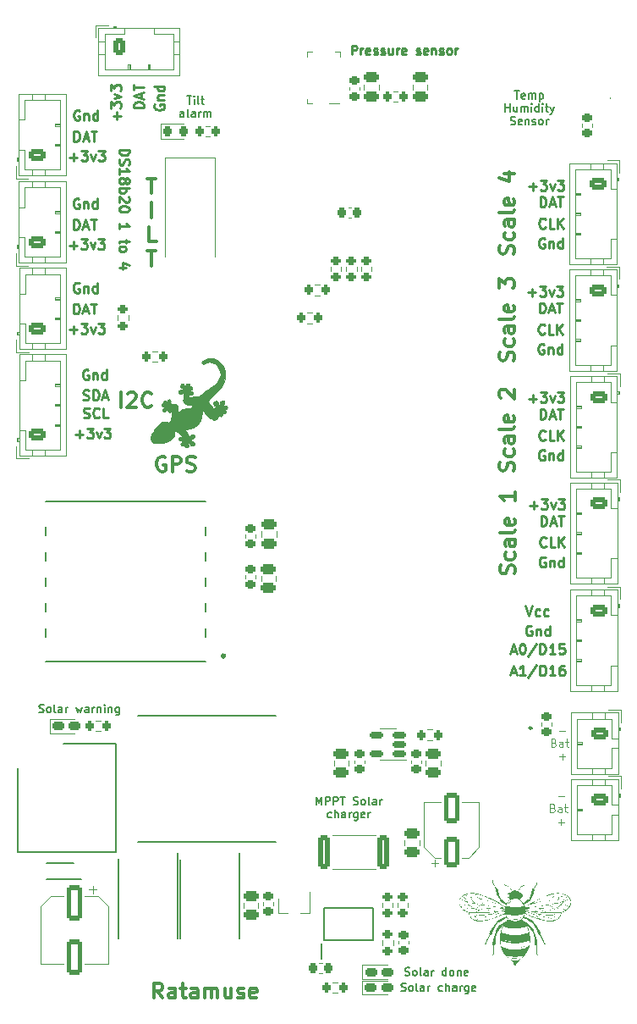
<source format=gto>
G04 #@! TF.GenerationSoftware,KiCad,Pcbnew,(6.0.5)*
G04 #@! TF.CreationDate,2022-05-16T10:08:23+02:00*
G04 #@! TF.ProjectId,ruche,72756368-652e-46b6-9963-61645f706362,rev?*
G04 #@! TF.SameCoordinates,Original*
G04 #@! TF.FileFunction,Legend,Top*
G04 #@! TF.FilePolarity,Positive*
%FSLAX46Y46*%
G04 Gerber Fmt 4.6, Leading zero omitted, Abs format (unit mm)*
G04 Created by KiCad (PCBNEW (6.0.5)) date 2022-05-16 10:08:23*
%MOMM*%
%LPD*%
G01*
G04 APERTURE LIST*
G04 Aperture macros list*
%AMRoundRect*
0 Rectangle with rounded corners*
0 $1 Rounding radius*
0 $2 $3 $4 $5 $6 $7 $8 $9 X,Y pos of 4 corners*
0 Add a 4 corners polygon primitive as box body*
4,1,4,$2,$3,$4,$5,$6,$7,$8,$9,$2,$3,0*
0 Add four circle primitives for the rounded corners*
1,1,$1+$1,$2,$3*
1,1,$1+$1,$4,$5*
1,1,$1+$1,$6,$7*
1,1,$1+$1,$8,$9*
0 Add four rect primitives between the rounded corners*
20,1,$1+$1,$2,$3,$4,$5,0*
20,1,$1+$1,$4,$5,$6,$7,0*
20,1,$1+$1,$6,$7,$8,$9,0*
20,1,$1+$1,$8,$9,$2,$3,0*%
G04 Aperture macros list end*
%ADD10C,0.300000*%
%ADD11C,0.100000*%
%ADD12C,0.150000*%
%ADD13C,0.250000*%
%ADD14C,0.200000*%
%ADD15C,0.225000*%
%ADD16C,0.120000*%
%ADD17C,0.010000*%
%ADD18RoundRect,0.250000X-0.550000X1.500000X-0.550000X-1.500000X0.550000X-1.500000X0.550000X1.500000X0*%
%ADD19RoundRect,0.225000X-0.250000X0.225000X-0.250000X-0.225000X0.250000X-0.225000X0.250000X0.225000X0*%
%ADD20RoundRect,0.250000X-0.475000X0.250000X-0.475000X-0.250000X0.475000X-0.250000X0.475000X0.250000X0*%
%ADD21RoundRect,0.225000X-0.225000X-0.250000X0.225000X-0.250000X0.225000X0.250000X-0.225000X0.250000X0*%
%ADD22RoundRect,0.250000X0.475000X-0.250000X0.475000X0.250000X-0.475000X0.250000X-0.475000X-0.250000X0*%
%ADD23RoundRect,0.250000X0.550000X-1.250000X0.550000X1.250000X-0.550000X1.250000X-0.550000X-1.250000X0*%
%ADD24RoundRect,0.212500X-0.400000X-0.212500X0.400000X-0.212500X0.400000X0.212500X-0.400000X0.212500X0*%
%ADD25R,1.240000X1.120000*%
%ADD26R,3.200000X2.250000*%
%ADD27R,0.650000X1.525000*%
%ADD28R,2.175000X2.175000*%
%ADD29C,2.175000*%
%ADD30RoundRect,0.250000X-0.625000X0.350000X-0.625000X-0.350000X0.625000X-0.350000X0.625000X0.350000X0*%
%ADD31O,1.750000X1.200000*%
%ADD32RoundRect,0.250000X0.625000X-0.350000X0.625000X0.350000X-0.625000X0.350000X-0.625000X-0.350000X0*%
%ADD33R,3.650000X3.750000*%
%ADD34R,0.800000X0.900000*%
%ADD35RoundRect,0.200000X-0.200000X-0.275000X0.200000X-0.275000X0.200000X0.275000X-0.200000X0.275000X0*%
%ADD36RoundRect,0.200000X0.275000X-0.200000X0.275000X0.200000X-0.275000X0.200000X-0.275000X-0.200000X0*%
%ADD37RoundRect,0.200000X-0.275000X0.200000X-0.275000X-0.200000X0.275000X-0.200000X0.275000X0.200000X0*%
%ADD38RoundRect,0.250000X-0.362500X-1.425000X0.362500X-1.425000X0.362500X1.425000X-0.362500X1.425000X0*%
%ADD39R,0.750000X0.300000*%
%ADD40R,0.900000X1.300000*%
%ADD41R,2.500000X1.000000*%
%ADD42R,0.300000X0.500000*%
%ADD43C,1.500000*%
%ADD44C,4.540000*%
%ADD45RoundRect,0.225000X0.250000X-0.225000X0.250000X0.225000X-0.250000X0.225000X-0.250000X-0.225000X0*%
%ADD46RoundRect,0.250000X-0.350000X-0.625000X0.350000X-0.625000X0.350000X0.625000X-0.350000X0.625000X0*%
%ADD47O,1.200000X1.750000*%
%ADD48RoundRect,0.218750X-0.218750X-0.256250X0.218750X-0.256250X0.218750X0.256250X-0.218750X0.256250X0*%
%ADD49C,2.250000*%
%ADD50R,1.508000X1.508000*%
%ADD51C,1.508000*%
%ADD52RoundRect,0.225000X0.225000X0.250000X-0.225000X0.250000X-0.225000X-0.250000X0.225000X-0.250000X0*%
%ADD53R,0.950000X0.550000*%
%ADD54RoundRect,0.150000X0.512500X0.150000X-0.512500X0.150000X-0.512500X-0.150000X0.512500X-0.150000X0*%
G04 APERTURE END LIST*
D10*
X111460000Y-166608571D02*
X110960000Y-165894285D01*
X110602857Y-166608571D02*
X110602857Y-165108571D01*
X111174285Y-165108571D01*
X111317142Y-165180000D01*
X111388571Y-165251428D01*
X111460000Y-165394285D01*
X111460000Y-165608571D01*
X111388571Y-165751428D01*
X111317142Y-165822857D01*
X111174285Y-165894285D01*
X110602857Y-165894285D01*
X112745714Y-166608571D02*
X112745714Y-165822857D01*
X112674285Y-165680000D01*
X112531428Y-165608571D01*
X112245714Y-165608571D01*
X112102857Y-165680000D01*
X112745714Y-166537142D02*
X112602857Y-166608571D01*
X112245714Y-166608571D01*
X112102857Y-166537142D01*
X112031428Y-166394285D01*
X112031428Y-166251428D01*
X112102857Y-166108571D01*
X112245714Y-166037142D01*
X112602857Y-166037142D01*
X112745714Y-165965714D01*
X113245714Y-165608571D02*
X113817142Y-165608571D01*
X113460000Y-165108571D02*
X113460000Y-166394285D01*
X113531428Y-166537142D01*
X113674285Y-166608571D01*
X113817142Y-166608571D01*
X114960000Y-166608571D02*
X114960000Y-165822857D01*
X114888571Y-165680000D01*
X114745714Y-165608571D01*
X114460000Y-165608571D01*
X114317142Y-165680000D01*
X114960000Y-166537142D02*
X114817142Y-166608571D01*
X114460000Y-166608571D01*
X114317142Y-166537142D01*
X114245714Y-166394285D01*
X114245714Y-166251428D01*
X114317142Y-166108571D01*
X114460000Y-166037142D01*
X114817142Y-166037142D01*
X114960000Y-165965714D01*
X115674285Y-166608571D02*
X115674285Y-165608571D01*
X115674285Y-165751428D02*
X115745714Y-165680000D01*
X115888571Y-165608571D01*
X116102857Y-165608571D01*
X116245714Y-165680000D01*
X116317142Y-165822857D01*
X116317142Y-166608571D01*
X116317142Y-165822857D02*
X116388571Y-165680000D01*
X116531428Y-165608571D01*
X116745714Y-165608571D01*
X116888571Y-165680000D01*
X116960000Y-165822857D01*
X116960000Y-166608571D01*
X118317142Y-165608571D02*
X118317142Y-166608571D01*
X117674285Y-165608571D02*
X117674285Y-166394285D01*
X117745714Y-166537142D01*
X117888571Y-166608571D01*
X118102857Y-166608571D01*
X118245714Y-166537142D01*
X118317142Y-166465714D01*
X118960000Y-166537142D02*
X119102857Y-166608571D01*
X119388571Y-166608571D01*
X119531428Y-166537142D01*
X119602857Y-166394285D01*
X119602857Y-166322857D01*
X119531428Y-166180000D01*
X119388571Y-166108571D01*
X119174285Y-166108571D01*
X119031428Y-166037142D01*
X118960000Y-165894285D01*
X118960000Y-165822857D01*
X119031428Y-165680000D01*
X119174285Y-165608571D01*
X119388571Y-165608571D01*
X119531428Y-165680000D01*
X120817142Y-166537142D02*
X120674285Y-166608571D01*
X120388571Y-166608571D01*
X120245714Y-166537142D01*
X120174285Y-166394285D01*
X120174285Y-165822857D01*
X120245714Y-165680000D01*
X120388571Y-165608571D01*
X120674285Y-165608571D01*
X120817142Y-165680000D01*
X120888571Y-165822857D01*
X120888571Y-165965714D01*
X120174285Y-166108571D01*
D11*
X151145238Y-139904142D02*
X151754761Y-139904142D01*
X150611904Y-141077857D02*
X150726190Y-141115952D01*
X150764285Y-141154047D01*
X150802380Y-141230238D01*
X150802380Y-141344523D01*
X150764285Y-141420714D01*
X150726190Y-141458809D01*
X150650000Y-141496904D01*
X150345238Y-141496904D01*
X150345238Y-140696904D01*
X150611904Y-140696904D01*
X150688095Y-140735000D01*
X150726190Y-140773095D01*
X150764285Y-140849285D01*
X150764285Y-140925476D01*
X150726190Y-141001666D01*
X150688095Y-141039761D01*
X150611904Y-141077857D01*
X150345238Y-141077857D01*
X151488095Y-141496904D02*
X151488095Y-141077857D01*
X151450000Y-141001666D01*
X151373809Y-140963571D01*
X151221428Y-140963571D01*
X151145238Y-141001666D01*
X151488095Y-141458809D02*
X151411904Y-141496904D01*
X151221428Y-141496904D01*
X151145238Y-141458809D01*
X151107142Y-141382619D01*
X151107142Y-141306428D01*
X151145238Y-141230238D01*
X151221428Y-141192142D01*
X151411904Y-141192142D01*
X151488095Y-141154047D01*
X151754761Y-140963571D02*
X152059523Y-140963571D01*
X151869047Y-140696904D02*
X151869047Y-141382619D01*
X151907142Y-141458809D01*
X151983333Y-141496904D01*
X152059523Y-141496904D01*
X151145238Y-142480142D02*
X151754761Y-142480142D01*
X151450000Y-142784904D02*
X151450000Y-142175380D01*
D12*
X99090952Y-138013809D02*
X99205238Y-138051904D01*
X99395714Y-138051904D01*
X99471904Y-138013809D01*
X99510000Y-137975714D01*
X99548095Y-137899523D01*
X99548095Y-137823333D01*
X99510000Y-137747142D01*
X99471904Y-137709047D01*
X99395714Y-137670952D01*
X99243333Y-137632857D01*
X99167142Y-137594761D01*
X99129047Y-137556666D01*
X99090952Y-137480476D01*
X99090952Y-137404285D01*
X99129047Y-137328095D01*
X99167142Y-137290000D01*
X99243333Y-137251904D01*
X99433809Y-137251904D01*
X99548095Y-137290000D01*
X100005238Y-138051904D02*
X99929047Y-138013809D01*
X99890952Y-137975714D01*
X99852857Y-137899523D01*
X99852857Y-137670952D01*
X99890952Y-137594761D01*
X99929047Y-137556666D01*
X100005238Y-137518571D01*
X100119523Y-137518571D01*
X100195714Y-137556666D01*
X100233809Y-137594761D01*
X100271904Y-137670952D01*
X100271904Y-137899523D01*
X100233809Y-137975714D01*
X100195714Y-138013809D01*
X100119523Y-138051904D01*
X100005238Y-138051904D01*
X100729047Y-138051904D02*
X100652857Y-138013809D01*
X100614761Y-137937619D01*
X100614761Y-137251904D01*
X101376666Y-138051904D02*
X101376666Y-137632857D01*
X101338571Y-137556666D01*
X101262380Y-137518571D01*
X101110000Y-137518571D01*
X101033809Y-137556666D01*
X101376666Y-138013809D02*
X101300476Y-138051904D01*
X101110000Y-138051904D01*
X101033809Y-138013809D01*
X100995714Y-137937619D01*
X100995714Y-137861428D01*
X101033809Y-137785238D01*
X101110000Y-137747142D01*
X101300476Y-137747142D01*
X101376666Y-137709047D01*
X101757619Y-138051904D02*
X101757619Y-137518571D01*
X101757619Y-137670952D02*
X101795714Y-137594761D01*
X101833809Y-137556666D01*
X101910000Y-137518571D01*
X101986190Y-137518571D01*
X102786190Y-137518571D02*
X102938571Y-138051904D01*
X103090952Y-137670952D01*
X103243333Y-138051904D01*
X103395714Y-137518571D01*
X104043333Y-138051904D02*
X104043333Y-137632857D01*
X104005238Y-137556666D01*
X103929047Y-137518571D01*
X103776666Y-137518571D01*
X103700476Y-137556666D01*
X104043333Y-138013809D02*
X103967142Y-138051904D01*
X103776666Y-138051904D01*
X103700476Y-138013809D01*
X103662380Y-137937619D01*
X103662380Y-137861428D01*
X103700476Y-137785238D01*
X103776666Y-137747142D01*
X103967142Y-137747142D01*
X104043333Y-137709047D01*
X104424285Y-138051904D02*
X104424285Y-137518571D01*
X104424285Y-137670952D02*
X104462380Y-137594761D01*
X104500476Y-137556666D01*
X104576666Y-137518571D01*
X104652857Y-137518571D01*
X104919523Y-137518571D02*
X104919523Y-138051904D01*
X104919523Y-137594761D02*
X104957619Y-137556666D01*
X105033809Y-137518571D01*
X105148095Y-137518571D01*
X105224285Y-137556666D01*
X105262380Y-137632857D01*
X105262380Y-138051904D01*
X105643333Y-138051904D02*
X105643333Y-137518571D01*
X105643333Y-137251904D02*
X105605238Y-137290000D01*
X105643333Y-137328095D01*
X105681428Y-137290000D01*
X105643333Y-137251904D01*
X105643333Y-137328095D01*
X106024285Y-137518571D02*
X106024285Y-138051904D01*
X106024285Y-137594761D02*
X106062380Y-137556666D01*
X106138571Y-137518571D01*
X106252857Y-137518571D01*
X106329047Y-137556666D01*
X106367142Y-137632857D01*
X106367142Y-138051904D01*
X107090952Y-137518571D02*
X107090952Y-138166190D01*
X107052857Y-138242380D01*
X107014761Y-138280476D01*
X106938571Y-138318571D01*
X106824285Y-138318571D01*
X106748095Y-138280476D01*
X107090952Y-138013809D02*
X107014761Y-138051904D01*
X106862380Y-138051904D01*
X106786190Y-138013809D01*
X106748095Y-137975714D01*
X106710000Y-137899523D01*
X106710000Y-137670952D01*
X106748095Y-137594761D01*
X106786190Y-137556666D01*
X106862380Y-137518571D01*
X107014761Y-137518571D01*
X107090952Y-137556666D01*
D13*
X149684761Y-100147142D02*
X149637142Y-100194761D01*
X149494285Y-100242380D01*
X149399047Y-100242380D01*
X149256190Y-100194761D01*
X149160952Y-100099523D01*
X149113333Y-100004285D01*
X149065714Y-99813809D01*
X149065714Y-99670952D01*
X149113333Y-99480476D01*
X149160952Y-99385238D01*
X149256190Y-99290000D01*
X149399047Y-99242380D01*
X149494285Y-99242380D01*
X149637142Y-99290000D01*
X149684761Y-99337619D01*
X150589523Y-100242380D02*
X150113333Y-100242380D01*
X150113333Y-99242380D01*
X150922857Y-100242380D02*
X150922857Y-99242380D01*
X151494285Y-100242380D02*
X151065714Y-99670952D01*
X151494285Y-99242380D02*
X150922857Y-99813809D01*
X102588571Y-80947380D02*
X102588571Y-79947380D01*
X102826666Y-79947380D01*
X102969523Y-79995000D01*
X103064761Y-80090238D01*
X103112380Y-80185476D01*
X103160000Y-80375952D01*
X103160000Y-80518809D01*
X103112380Y-80709285D01*
X103064761Y-80804523D01*
X102969523Y-80899761D01*
X102826666Y-80947380D01*
X102588571Y-80947380D01*
X103540952Y-80661666D02*
X104017142Y-80661666D01*
X103445714Y-80947380D02*
X103779047Y-79947380D01*
X104112380Y-80947380D01*
X104302857Y-79947380D02*
X104874285Y-79947380D01*
X104588571Y-80947380D02*
X104588571Y-79947380D01*
X148195714Y-117351428D02*
X148957619Y-117351428D01*
X148576666Y-117732380D02*
X148576666Y-116970476D01*
X149338571Y-116732380D02*
X149957619Y-116732380D01*
X149624285Y-117113333D01*
X149767142Y-117113333D01*
X149862380Y-117160952D01*
X149910000Y-117208571D01*
X149957619Y-117303809D01*
X149957619Y-117541904D01*
X149910000Y-117637142D01*
X149862380Y-117684761D01*
X149767142Y-117732380D01*
X149481428Y-117732380D01*
X149386190Y-117684761D01*
X149338571Y-117637142D01*
X150290952Y-117065714D02*
X150529047Y-117732380D01*
X150767142Y-117065714D01*
X151052857Y-116732380D02*
X151671904Y-116732380D01*
X151338571Y-117113333D01*
X151481428Y-117113333D01*
X151576666Y-117160952D01*
X151624285Y-117208571D01*
X151671904Y-117303809D01*
X151671904Y-117541904D01*
X151624285Y-117637142D01*
X151576666Y-117684761D01*
X151481428Y-117732380D01*
X151195714Y-117732380D01*
X151100476Y-117684761D01*
X151052857Y-117637142D01*
X149677142Y-90680000D02*
X149581904Y-90632380D01*
X149439047Y-90632380D01*
X149296190Y-90680000D01*
X149200952Y-90775238D01*
X149153333Y-90870476D01*
X149105714Y-91060952D01*
X149105714Y-91203809D01*
X149153333Y-91394285D01*
X149200952Y-91489523D01*
X149296190Y-91584761D01*
X149439047Y-91632380D01*
X149534285Y-91632380D01*
X149677142Y-91584761D01*
X149724761Y-91537142D01*
X149724761Y-91203809D01*
X149534285Y-91203809D01*
X150153333Y-90965714D02*
X150153333Y-91632380D01*
X150153333Y-91060952D02*
X150200952Y-91013333D01*
X150296190Y-90965714D01*
X150439047Y-90965714D01*
X150534285Y-91013333D01*
X150581904Y-91108571D01*
X150581904Y-91632380D01*
X151486666Y-91632380D02*
X151486666Y-90632380D01*
X151486666Y-91584761D02*
X151391428Y-91632380D01*
X151200952Y-91632380D01*
X151105714Y-91584761D01*
X151058095Y-91537142D01*
X151010476Y-91441904D01*
X151010476Y-91156190D01*
X151058095Y-91060952D01*
X151105714Y-91013333D01*
X151200952Y-90965714D01*
X151391428Y-90965714D01*
X151486666Y-91013333D01*
X102165714Y-82541428D02*
X102927619Y-82541428D01*
X102546666Y-82922380D02*
X102546666Y-82160476D01*
X103308571Y-81922380D02*
X103927619Y-81922380D01*
X103594285Y-82303333D01*
X103737142Y-82303333D01*
X103832380Y-82350952D01*
X103880000Y-82398571D01*
X103927619Y-82493809D01*
X103927619Y-82731904D01*
X103880000Y-82827142D01*
X103832380Y-82874761D01*
X103737142Y-82922380D01*
X103451428Y-82922380D01*
X103356190Y-82874761D01*
X103308571Y-82827142D01*
X104260952Y-82255714D02*
X104499047Y-82922380D01*
X104737142Y-82255714D01*
X105022857Y-81922380D02*
X105641904Y-81922380D01*
X105308571Y-82303333D01*
X105451428Y-82303333D01*
X105546666Y-82350952D01*
X105594285Y-82398571D01*
X105641904Y-82493809D01*
X105641904Y-82731904D01*
X105594285Y-82827142D01*
X105546666Y-82874761D01*
X105451428Y-82922380D01*
X105165714Y-82922380D01*
X105070476Y-82874761D01*
X105022857Y-82827142D01*
X149677142Y-111880000D02*
X149581904Y-111832380D01*
X149439047Y-111832380D01*
X149296190Y-111880000D01*
X149200952Y-111975238D01*
X149153333Y-112070476D01*
X149105714Y-112260952D01*
X149105714Y-112403809D01*
X149153333Y-112594285D01*
X149200952Y-112689523D01*
X149296190Y-112784761D01*
X149439047Y-112832380D01*
X149534285Y-112832380D01*
X149677142Y-112784761D01*
X149724761Y-112737142D01*
X149724761Y-112403809D01*
X149534285Y-112403809D01*
X150153333Y-112165714D02*
X150153333Y-112832380D01*
X150153333Y-112260952D02*
X150200952Y-112213333D01*
X150296190Y-112165714D01*
X150439047Y-112165714D01*
X150534285Y-112213333D01*
X150581904Y-112308571D01*
X150581904Y-112832380D01*
X151486666Y-112832380D02*
X151486666Y-111832380D01*
X151486666Y-112784761D02*
X151391428Y-112832380D01*
X151200952Y-112832380D01*
X151105714Y-112784761D01*
X151058095Y-112737142D01*
X151010476Y-112641904D01*
X151010476Y-112356190D01*
X151058095Y-112260952D01*
X151105714Y-112213333D01*
X151200952Y-112165714D01*
X151391428Y-112165714D01*
X151486666Y-112213333D01*
D11*
X151045238Y-146429142D02*
X151654761Y-146429142D01*
X150511904Y-147602857D02*
X150626190Y-147640952D01*
X150664285Y-147679047D01*
X150702380Y-147755238D01*
X150702380Y-147869523D01*
X150664285Y-147945714D01*
X150626190Y-147983809D01*
X150550000Y-148021904D01*
X150245238Y-148021904D01*
X150245238Y-147221904D01*
X150511904Y-147221904D01*
X150588095Y-147260000D01*
X150626190Y-147298095D01*
X150664285Y-147374285D01*
X150664285Y-147450476D01*
X150626190Y-147526666D01*
X150588095Y-147564761D01*
X150511904Y-147602857D01*
X150245238Y-147602857D01*
X151388095Y-148021904D02*
X151388095Y-147602857D01*
X151350000Y-147526666D01*
X151273809Y-147488571D01*
X151121428Y-147488571D01*
X151045238Y-147526666D01*
X151388095Y-147983809D02*
X151311904Y-148021904D01*
X151121428Y-148021904D01*
X151045238Y-147983809D01*
X151007142Y-147907619D01*
X151007142Y-147831428D01*
X151045238Y-147755238D01*
X151121428Y-147717142D01*
X151311904Y-147717142D01*
X151388095Y-147679047D01*
X151654761Y-147488571D02*
X151959523Y-147488571D01*
X151769047Y-147221904D02*
X151769047Y-147907619D01*
X151807142Y-147983809D01*
X151883333Y-148021904D01*
X151959523Y-148021904D01*
X151045238Y-149005142D02*
X151654761Y-149005142D01*
X151350000Y-149309904D02*
X151350000Y-148700380D01*
D10*
X109931428Y-84666071D02*
X110788571Y-84666071D01*
X110360000Y-86166071D02*
X110360000Y-84666071D01*
X110360000Y-88581071D02*
X110360000Y-87081071D01*
X110824285Y-90996071D02*
X110110000Y-90996071D01*
X110110000Y-89496071D01*
X109931428Y-91911071D02*
X110788571Y-91911071D01*
X110360000Y-93411071D02*
X110360000Y-91911071D01*
D14*
X113892857Y-76437904D02*
X114350000Y-76437904D01*
X114121428Y-77237904D02*
X114121428Y-76437904D01*
X114616666Y-77237904D02*
X114616666Y-76704571D01*
X114616666Y-76437904D02*
X114578571Y-76476000D01*
X114616666Y-76514095D01*
X114654761Y-76476000D01*
X114616666Y-76437904D01*
X114616666Y-76514095D01*
X115111904Y-77237904D02*
X115035714Y-77199809D01*
X114997619Y-77123619D01*
X114997619Y-76437904D01*
X115302380Y-76704571D02*
X115607142Y-76704571D01*
X115416666Y-76437904D02*
X115416666Y-77123619D01*
X115454761Y-77199809D01*
X115530952Y-77237904D01*
X115607142Y-77237904D01*
X113569047Y-78525904D02*
X113569047Y-78106857D01*
X113530952Y-78030666D01*
X113454761Y-77992571D01*
X113302380Y-77992571D01*
X113226190Y-78030666D01*
X113569047Y-78487809D02*
X113492857Y-78525904D01*
X113302380Y-78525904D01*
X113226190Y-78487809D01*
X113188095Y-78411619D01*
X113188095Y-78335428D01*
X113226190Y-78259238D01*
X113302380Y-78221142D01*
X113492857Y-78221142D01*
X113569047Y-78183047D01*
X114064285Y-78525904D02*
X113988095Y-78487809D01*
X113950000Y-78411619D01*
X113950000Y-77725904D01*
X114711904Y-78525904D02*
X114711904Y-78106857D01*
X114673809Y-78030666D01*
X114597619Y-77992571D01*
X114445238Y-77992571D01*
X114369047Y-78030666D01*
X114711904Y-78487809D02*
X114635714Y-78525904D01*
X114445238Y-78525904D01*
X114369047Y-78487809D01*
X114330952Y-78411619D01*
X114330952Y-78335428D01*
X114369047Y-78259238D01*
X114445238Y-78221142D01*
X114635714Y-78221142D01*
X114711904Y-78183047D01*
X115092857Y-78525904D02*
X115092857Y-77992571D01*
X115092857Y-78144952D02*
X115130952Y-78068761D01*
X115169047Y-78030666D01*
X115245238Y-77992571D01*
X115321428Y-77992571D01*
X115588095Y-78525904D02*
X115588095Y-77992571D01*
X115588095Y-78068761D02*
X115626190Y-78030666D01*
X115702380Y-77992571D01*
X115816666Y-77992571D01*
X115892857Y-78030666D01*
X115930952Y-78106857D01*
X115930952Y-78525904D01*
X115930952Y-78106857D02*
X115969047Y-78030666D01*
X116045238Y-77992571D01*
X116159523Y-77992571D01*
X116235714Y-78030666D01*
X116273809Y-78106857D01*
X116273809Y-78525904D01*
D13*
X149178571Y-98107380D02*
X149178571Y-97107380D01*
X149416666Y-97107380D01*
X149559523Y-97155000D01*
X149654761Y-97250238D01*
X149702380Y-97345476D01*
X149750000Y-97535952D01*
X149750000Y-97678809D01*
X149702380Y-97869285D01*
X149654761Y-97964523D01*
X149559523Y-98059761D01*
X149416666Y-98107380D01*
X149178571Y-98107380D01*
X150130952Y-97821666D02*
X150607142Y-97821666D01*
X150035714Y-98107380D02*
X150369047Y-97107380D01*
X150702380Y-98107380D01*
X150892857Y-97107380D02*
X151464285Y-97107380D01*
X151178571Y-98107380D02*
X151178571Y-97107380D01*
X149248571Y-87517380D02*
X149248571Y-86517380D01*
X149486666Y-86517380D01*
X149629523Y-86565000D01*
X149724761Y-86660238D01*
X149772380Y-86755476D01*
X149820000Y-86945952D01*
X149820000Y-87088809D01*
X149772380Y-87279285D01*
X149724761Y-87374523D01*
X149629523Y-87469761D01*
X149486666Y-87517380D01*
X149248571Y-87517380D01*
X150200952Y-87231666D02*
X150677142Y-87231666D01*
X150105714Y-87517380D02*
X150439047Y-86517380D01*
X150772380Y-87517380D01*
X150962857Y-86517380D02*
X151534285Y-86517380D01*
X151248571Y-87517380D02*
X151248571Y-86517380D01*
D12*
X135336666Y-165863809D02*
X135450952Y-165901904D01*
X135641428Y-165901904D01*
X135717619Y-165863809D01*
X135755714Y-165825714D01*
X135793809Y-165749523D01*
X135793809Y-165673333D01*
X135755714Y-165597142D01*
X135717619Y-165559047D01*
X135641428Y-165520952D01*
X135489047Y-165482857D01*
X135412857Y-165444761D01*
X135374761Y-165406666D01*
X135336666Y-165330476D01*
X135336666Y-165254285D01*
X135374761Y-165178095D01*
X135412857Y-165140000D01*
X135489047Y-165101904D01*
X135679523Y-165101904D01*
X135793809Y-165140000D01*
X136250952Y-165901904D02*
X136174761Y-165863809D01*
X136136666Y-165825714D01*
X136098571Y-165749523D01*
X136098571Y-165520952D01*
X136136666Y-165444761D01*
X136174761Y-165406666D01*
X136250952Y-165368571D01*
X136365238Y-165368571D01*
X136441428Y-165406666D01*
X136479523Y-165444761D01*
X136517619Y-165520952D01*
X136517619Y-165749523D01*
X136479523Y-165825714D01*
X136441428Y-165863809D01*
X136365238Y-165901904D01*
X136250952Y-165901904D01*
X136974761Y-165901904D02*
X136898571Y-165863809D01*
X136860476Y-165787619D01*
X136860476Y-165101904D01*
X137622380Y-165901904D02*
X137622380Y-165482857D01*
X137584285Y-165406666D01*
X137508095Y-165368571D01*
X137355714Y-165368571D01*
X137279523Y-165406666D01*
X137622380Y-165863809D02*
X137546190Y-165901904D01*
X137355714Y-165901904D01*
X137279523Y-165863809D01*
X137241428Y-165787619D01*
X137241428Y-165711428D01*
X137279523Y-165635238D01*
X137355714Y-165597142D01*
X137546190Y-165597142D01*
X137622380Y-165559047D01*
X138003333Y-165901904D02*
X138003333Y-165368571D01*
X138003333Y-165520952D02*
X138041428Y-165444761D01*
X138079523Y-165406666D01*
X138155714Y-165368571D01*
X138231904Y-165368571D01*
X139450952Y-165863809D02*
X139374761Y-165901904D01*
X139222380Y-165901904D01*
X139146190Y-165863809D01*
X139108095Y-165825714D01*
X139070000Y-165749523D01*
X139070000Y-165520952D01*
X139108095Y-165444761D01*
X139146190Y-165406666D01*
X139222380Y-165368571D01*
X139374761Y-165368571D01*
X139450952Y-165406666D01*
X139793809Y-165901904D02*
X139793809Y-165101904D01*
X140136666Y-165901904D02*
X140136666Y-165482857D01*
X140098571Y-165406666D01*
X140022380Y-165368571D01*
X139908095Y-165368571D01*
X139831904Y-165406666D01*
X139793809Y-165444761D01*
X140860476Y-165901904D02*
X140860476Y-165482857D01*
X140822380Y-165406666D01*
X140746190Y-165368571D01*
X140593809Y-165368571D01*
X140517619Y-165406666D01*
X140860476Y-165863809D02*
X140784285Y-165901904D01*
X140593809Y-165901904D01*
X140517619Y-165863809D01*
X140479523Y-165787619D01*
X140479523Y-165711428D01*
X140517619Y-165635238D01*
X140593809Y-165597142D01*
X140784285Y-165597142D01*
X140860476Y-165559047D01*
X141241428Y-165901904D02*
X141241428Y-165368571D01*
X141241428Y-165520952D02*
X141279523Y-165444761D01*
X141317619Y-165406666D01*
X141393809Y-165368571D01*
X141470000Y-165368571D01*
X142079523Y-165368571D02*
X142079523Y-166016190D01*
X142041428Y-166092380D01*
X142003333Y-166130476D01*
X141927142Y-166168571D01*
X141812857Y-166168571D01*
X141736666Y-166130476D01*
X142079523Y-165863809D02*
X142003333Y-165901904D01*
X141850952Y-165901904D01*
X141774761Y-165863809D01*
X141736666Y-165825714D01*
X141698571Y-165749523D01*
X141698571Y-165520952D01*
X141736666Y-165444761D01*
X141774761Y-165406666D01*
X141850952Y-165368571D01*
X142003333Y-165368571D01*
X142079523Y-165406666D01*
X142765238Y-165863809D02*
X142689047Y-165901904D01*
X142536666Y-165901904D01*
X142460476Y-165863809D01*
X142422380Y-165787619D01*
X142422380Y-165482857D01*
X142460476Y-165406666D01*
X142536666Y-165368571D01*
X142689047Y-165368571D01*
X142765238Y-165406666D01*
X142803333Y-165482857D01*
X142803333Y-165559047D01*
X142422380Y-165635238D01*
D13*
X149607142Y-101270000D02*
X149511904Y-101222380D01*
X149369047Y-101222380D01*
X149226190Y-101270000D01*
X149130952Y-101365238D01*
X149083333Y-101460476D01*
X149035714Y-101650952D01*
X149035714Y-101793809D01*
X149083333Y-101984285D01*
X149130952Y-102079523D01*
X149226190Y-102174761D01*
X149369047Y-102222380D01*
X149464285Y-102222380D01*
X149607142Y-102174761D01*
X149654761Y-102127142D01*
X149654761Y-101793809D01*
X149464285Y-101793809D01*
X150083333Y-101555714D02*
X150083333Y-102222380D01*
X150083333Y-101650952D02*
X150130952Y-101603333D01*
X150226190Y-101555714D01*
X150369047Y-101555714D01*
X150464285Y-101603333D01*
X150511904Y-101698571D01*
X150511904Y-102222380D01*
X151416666Y-102222380D02*
X151416666Y-101222380D01*
X151416666Y-102174761D02*
X151321428Y-102222380D01*
X151130952Y-102222380D01*
X151035714Y-102174761D01*
X150988095Y-102127142D01*
X150940476Y-102031904D01*
X150940476Y-101746190D01*
X150988095Y-101650952D01*
X151035714Y-101603333D01*
X151130952Y-101555714D01*
X151321428Y-101555714D01*
X151416666Y-101603333D01*
X109577380Y-77561428D02*
X108577380Y-77561428D01*
X108577380Y-77323333D01*
X108625000Y-77180476D01*
X108720238Y-77085238D01*
X108815476Y-77037619D01*
X109005952Y-76990000D01*
X109148809Y-76990000D01*
X109339285Y-77037619D01*
X109434523Y-77085238D01*
X109529761Y-77180476D01*
X109577380Y-77323333D01*
X109577380Y-77561428D01*
X109291666Y-76609047D02*
X109291666Y-76132857D01*
X109577380Y-76704285D02*
X108577380Y-76370952D01*
X109577380Y-76037619D01*
X108577380Y-75847142D02*
X108577380Y-75275714D01*
X109577380Y-75561428D02*
X108577380Y-75561428D01*
X102568571Y-98187380D02*
X102568571Y-97187380D01*
X102806666Y-97187380D01*
X102949523Y-97235000D01*
X103044761Y-97330238D01*
X103092380Y-97425476D01*
X103140000Y-97615952D01*
X103140000Y-97758809D01*
X103092380Y-97949285D01*
X103044761Y-98044523D01*
X102949523Y-98139761D01*
X102806666Y-98187380D01*
X102568571Y-98187380D01*
X103520952Y-97901666D02*
X103997142Y-97901666D01*
X103425714Y-98187380D02*
X103759047Y-97187380D01*
X104092380Y-98187380D01*
X104282857Y-97187380D02*
X104854285Y-97187380D01*
X104568571Y-98187380D02*
X104568571Y-97187380D01*
X149248571Y-108717380D02*
X149248571Y-107717380D01*
X149486666Y-107717380D01*
X149629523Y-107765000D01*
X149724761Y-107860238D01*
X149772380Y-107955476D01*
X149820000Y-108145952D01*
X149820000Y-108288809D01*
X149772380Y-108479285D01*
X149724761Y-108574523D01*
X149629523Y-108669761D01*
X149486666Y-108717380D01*
X149248571Y-108717380D01*
X150200952Y-108431666D02*
X150677142Y-108431666D01*
X150105714Y-108717380D02*
X150439047Y-107717380D01*
X150772380Y-108717380D01*
X150962857Y-107717380D02*
X151534285Y-107717380D01*
X151248571Y-108717380D02*
X151248571Y-107717380D01*
D10*
X107325714Y-107538571D02*
X107325714Y-106038571D01*
X107968571Y-106181428D02*
X108040000Y-106110000D01*
X108182857Y-106038571D01*
X108540000Y-106038571D01*
X108682857Y-106110000D01*
X108754285Y-106181428D01*
X108825714Y-106324285D01*
X108825714Y-106467142D01*
X108754285Y-106681428D01*
X107897142Y-107538571D01*
X108825714Y-107538571D01*
X110325714Y-107395714D02*
X110254285Y-107467142D01*
X110040000Y-107538571D01*
X109897142Y-107538571D01*
X109682857Y-107467142D01*
X109540000Y-107324285D01*
X109468571Y-107181428D01*
X109397142Y-106895714D01*
X109397142Y-106681428D01*
X109468571Y-106395714D01*
X109540000Y-106252857D01*
X109682857Y-106110000D01*
X109897142Y-106038571D01*
X110040000Y-106038571D01*
X110254285Y-106110000D01*
X110325714Y-106181428D01*
D13*
X103549523Y-108559761D02*
X103692380Y-108607380D01*
X103930476Y-108607380D01*
X104025714Y-108559761D01*
X104073333Y-108512142D01*
X104120952Y-108416904D01*
X104120952Y-108321666D01*
X104073333Y-108226428D01*
X104025714Y-108178809D01*
X103930476Y-108131190D01*
X103740000Y-108083571D01*
X103644761Y-108035952D01*
X103597142Y-107988333D01*
X103549523Y-107893095D01*
X103549523Y-107797857D01*
X103597142Y-107702619D01*
X103644761Y-107655000D01*
X103740000Y-107607380D01*
X103978095Y-107607380D01*
X104120952Y-107655000D01*
X105120952Y-108512142D02*
X105073333Y-108559761D01*
X104930476Y-108607380D01*
X104835238Y-108607380D01*
X104692380Y-108559761D01*
X104597142Y-108464523D01*
X104549523Y-108369285D01*
X104501904Y-108178809D01*
X104501904Y-108035952D01*
X104549523Y-107845476D01*
X104597142Y-107750238D01*
X104692380Y-107655000D01*
X104835238Y-107607380D01*
X104930476Y-107607380D01*
X105073333Y-107655000D01*
X105120952Y-107702619D01*
X106025714Y-108607380D02*
X105549523Y-108607380D01*
X105549523Y-107607380D01*
X103107142Y-95140000D02*
X103011904Y-95092380D01*
X102869047Y-95092380D01*
X102726190Y-95140000D01*
X102630952Y-95235238D01*
X102583333Y-95330476D01*
X102535714Y-95520952D01*
X102535714Y-95663809D01*
X102583333Y-95854285D01*
X102630952Y-95949523D01*
X102726190Y-96044761D01*
X102869047Y-96092380D01*
X102964285Y-96092380D01*
X103107142Y-96044761D01*
X103154761Y-95997142D01*
X103154761Y-95663809D01*
X102964285Y-95663809D01*
X103583333Y-95425714D02*
X103583333Y-96092380D01*
X103583333Y-95520952D02*
X103630952Y-95473333D01*
X103726190Y-95425714D01*
X103869047Y-95425714D01*
X103964285Y-95473333D01*
X104011904Y-95568571D01*
X104011904Y-96092380D01*
X104916666Y-96092380D02*
X104916666Y-95092380D01*
X104916666Y-96044761D02*
X104821428Y-96092380D01*
X104630952Y-96092380D01*
X104535714Y-96044761D01*
X104488095Y-95997142D01*
X104440476Y-95901904D01*
X104440476Y-95616190D01*
X104488095Y-95520952D01*
X104535714Y-95473333D01*
X104630952Y-95425714D01*
X104821428Y-95425714D01*
X104916666Y-95473333D01*
X146319523Y-131906666D02*
X146795714Y-131906666D01*
X146224285Y-132192380D02*
X146557619Y-131192380D01*
X146890952Y-132192380D01*
X147414761Y-131192380D02*
X147510000Y-131192380D01*
X147605238Y-131240000D01*
X147652857Y-131287619D01*
X147700476Y-131382857D01*
X147748095Y-131573333D01*
X147748095Y-131811428D01*
X147700476Y-132001904D01*
X147652857Y-132097142D01*
X147605238Y-132144761D01*
X147510000Y-132192380D01*
X147414761Y-132192380D01*
X147319523Y-132144761D01*
X147271904Y-132097142D01*
X147224285Y-132001904D01*
X147176666Y-131811428D01*
X147176666Y-131573333D01*
X147224285Y-131382857D01*
X147271904Y-131287619D01*
X147319523Y-131240000D01*
X147414761Y-131192380D01*
X148890952Y-131144761D02*
X148033809Y-132430476D01*
X149224285Y-132192380D02*
X149224285Y-131192380D01*
X149462380Y-131192380D01*
X149605238Y-131240000D01*
X149700476Y-131335238D01*
X149748095Y-131430476D01*
X149795714Y-131620952D01*
X149795714Y-131763809D01*
X149748095Y-131954285D01*
X149700476Y-132049523D01*
X149605238Y-132144761D01*
X149462380Y-132192380D01*
X149224285Y-132192380D01*
X150748095Y-132192380D02*
X150176666Y-132192380D01*
X150462380Y-132192380D02*
X150462380Y-131192380D01*
X150367142Y-131335238D01*
X150271904Y-131430476D01*
X150176666Y-131478095D01*
X151652857Y-131192380D02*
X151176666Y-131192380D01*
X151129047Y-131668571D01*
X151176666Y-131620952D01*
X151271904Y-131573333D01*
X151510000Y-131573333D01*
X151605238Y-131620952D01*
X151652857Y-131668571D01*
X151700476Y-131763809D01*
X151700476Y-132001904D01*
X151652857Y-132097142D01*
X151605238Y-132144761D01*
X151510000Y-132192380D01*
X151271904Y-132192380D01*
X151176666Y-132144761D01*
X151129047Y-132097142D01*
D10*
X146587142Y-102871428D02*
X146658571Y-102657142D01*
X146658571Y-102300000D01*
X146587142Y-102157142D01*
X146515714Y-102085714D01*
X146372857Y-102014285D01*
X146230000Y-102014285D01*
X146087142Y-102085714D01*
X146015714Y-102157142D01*
X145944285Y-102300000D01*
X145872857Y-102585714D01*
X145801428Y-102728571D01*
X145730000Y-102800000D01*
X145587142Y-102871428D01*
X145444285Y-102871428D01*
X145301428Y-102800000D01*
X145230000Y-102728571D01*
X145158571Y-102585714D01*
X145158571Y-102228571D01*
X145230000Y-102014285D01*
X146587142Y-100728571D02*
X146658571Y-100871428D01*
X146658571Y-101157142D01*
X146587142Y-101300000D01*
X146515714Y-101371428D01*
X146372857Y-101442857D01*
X145944285Y-101442857D01*
X145801428Y-101371428D01*
X145730000Y-101300000D01*
X145658571Y-101157142D01*
X145658571Y-100871428D01*
X145730000Y-100728571D01*
X146658571Y-99442857D02*
X145872857Y-99442857D01*
X145730000Y-99514285D01*
X145658571Y-99657142D01*
X145658571Y-99942857D01*
X145730000Y-100085714D01*
X146587142Y-99442857D02*
X146658571Y-99585714D01*
X146658571Y-99942857D01*
X146587142Y-100085714D01*
X146444285Y-100157142D01*
X146301428Y-100157142D01*
X146158571Y-100085714D01*
X146087142Y-99942857D01*
X146087142Y-99585714D01*
X146015714Y-99442857D01*
X146658571Y-98514285D02*
X146587142Y-98657142D01*
X146444285Y-98728571D01*
X145158571Y-98728571D01*
X146587142Y-97371428D02*
X146658571Y-97514285D01*
X146658571Y-97800000D01*
X146587142Y-97942857D01*
X146444285Y-98014285D01*
X145872857Y-98014285D01*
X145730000Y-97942857D01*
X145658571Y-97800000D01*
X145658571Y-97514285D01*
X145730000Y-97371428D01*
X145872857Y-97300000D01*
X146015714Y-97300000D01*
X146158571Y-98014285D01*
X145158571Y-95657142D02*
X145158571Y-94728571D01*
X145730000Y-95228571D01*
X145730000Y-95014285D01*
X145801428Y-94871428D01*
X145872857Y-94800000D01*
X146015714Y-94728571D01*
X146372857Y-94728571D01*
X146515714Y-94800000D01*
X146587142Y-94871428D01*
X146658571Y-95014285D01*
X146658571Y-95442857D01*
X146587142Y-95585714D01*
X146515714Y-95657142D01*
D13*
X102145714Y-99781428D02*
X102907619Y-99781428D01*
X102526666Y-100162380D02*
X102526666Y-99400476D01*
X103288571Y-99162380D02*
X103907619Y-99162380D01*
X103574285Y-99543333D01*
X103717142Y-99543333D01*
X103812380Y-99590952D01*
X103860000Y-99638571D01*
X103907619Y-99733809D01*
X103907619Y-99971904D01*
X103860000Y-100067142D01*
X103812380Y-100114761D01*
X103717142Y-100162380D01*
X103431428Y-100162380D01*
X103336190Y-100114761D01*
X103288571Y-100067142D01*
X104240952Y-99495714D02*
X104479047Y-100162380D01*
X104717142Y-99495714D01*
X105002857Y-99162380D02*
X105621904Y-99162380D01*
X105288571Y-99543333D01*
X105431428Y-99543333D01*
X105526666Y-99590952D01*
X105574285Y-99638571D01*
X105621904Y-99733809D01*
X105621904Y-99971904D01*
X105574285Y-100067142D01*
X105526666Y-100114761D01*
X105431428Y-100162380D01*
X105145714Y-100162380D01*
X105050476Y-100114761D01*
X105002857Y-100067142D01*
X107107619Y-81781428D02*
X108107619Y-81781428D01*
X108107619Y-82019523D01*
X108060000Y-82162380D01*
X107964761Y-82257619D01*
X107869523Y-82305238D01*
X107679047Y-82352857D01*
X107536190Y-82352857D01*
X107345714Y-82305238D01*
X107250476Y-82257619D01*
X107155238Y-82162380D01*
X107107619Y-82019523D01*
X107107619Y-81781428D01*
X107155238Y-82733809D02*
X107107619Y-82876666D01*
X107107619Y-83114761D01*
X107155238Y-83210000D01*
X107202857Y-83257619D01*
X107298095Y-83305238D01*
X107393333Y-83305238D01*
X107488571Y-83257619D01*
X107536190Y-83210000D01*
X107583809Y-83114761D01*
X107631428Y-82924285D01*
X107679047Y-82829047D01*
X107726666Y-82781428D01*
X107821904Y-82733809D01*
X107917142Y-82733809D01*
X108012380Y-82781428D01*
X108060000Y-82829047D01*
X108107619Y-82924285D01*
X108107619Y-83162380D01*
X108060000Y-83305238D01*
X107107619Y-84257619D02*
X107107619Y-83686190D01*
X107107619Y-83971904D02*
X108107619Y-83971904D01*
X107964761Y-83876666D01*
X107869523Y-83781428D01*
X107821904Y-83686190D01*
X107679047Y-84829047D02*
X107726666Y-84733809D01*
X107774285Y-84686190D01*
X107869523Y-84638571D01*
X107917142Y-84638571D01*
X108012380Y-84686190D01*
X108060000Y-84733809D01*
X108107619Y-84829047D01*
X108107619Y-85019523D01*
X108060000Y-85114761D01*
X108012380Y-85162380D01*
X107917142Y-85210000D01*
X107869523Y-85210000D01*
X107774285Y-85162380D01*
X107726666Y-85114761D01*
X107679047Y-85019523D01*
X107679047Y-84829047D01*
X107631428Y-84733809D01*
X107583809Y-84686190D01*
X107488571Y-84638571D01*
X107298095Y-84638571D01*
X107202857Y-84686190D01*
X107155238Y-84733809D01*
X107107619Y-84829047D01*
X107107619Y-85019523D01*
X107155238Y-85114761D01*
X107202857Y-85162380D01*
X107298095Y-85210000D01*
X107488571Y-85210000D01*
X107583809Y-85162380D01*
X107631428Y-85114761D01*
X107679047Y-85019523D01*
X107107619Y-85638571D02*
X108107619Y-85638571D01*
X107726666Y-85638571D02*
X107774285Y-85733809D01*
X107774285Y-85924285D01*
X107726666Y-86019523D01*
X107679047Y-86067142D01*
X107583809Y-86114761D01*
X107298095Y-86114761D01*
X107202857Y-86067142D01*
X107155238Y-86019523D01*
X107107619Y-85924285D01*
X107107619Y-85733809D01*
X107155238Y-85638571D01*
X108012380Y-86495714D02*
X108060000Y-86543333D01*
X108107619Y-86638571D01*
X108107619Y-86876666D01*
X108060000Y-86971904D01*
X108012380Y-87019523D01*
X107917142Y-87067142D01*
X107821904Y-87067142D01*
X107679047Y-87019523D01*
X107107619Y-86448095D01*
X107107619Y-87067142D01*
X108107619Y-87686190D02*
X108107619Y-87781428D01*
X108060000Y-87876666D01*
X108012380Y-87924285D01*
X107917142Y-87971904D01*
X107726666Y-88019523D01*
X107488571Y-88019523D01*
X107298095Y-87971904D01*
X107202857Y-87924285D01*
X107155238Y-87876666D01*
X107107619Y-87781428D01*
X107107619Y-87686190D01*
X107155238Y-87590952D01*
X107202857Y-87543333D01*
X107298095Y-87495714D01*
X107488571Y-87448095D01*
X107726666Y-87448095D01*
X107917142Y-87495714D01*
X108012380Y-87543333D01*
X108060000Y-87590952D01*
X108107619Y-87686190D01*
X107107619Y-89733809D02*
X107107619Y-89162380D01*
X107107619Y-89448095D02*
X108107619Y-89448095D01*
X107964761Y-89352857D01*
X107869523Y-89257619D01*
X107821904Y-89162380D01*
X107774285Y-90781428D02*
X107774285Y-91162380D01*
X108107619Y-90924285D02*
X107250476Y-90924285D01*
X107155238Y-90971904D01*
X107107619Y-91067142D01*
X107107619Y-91162380D01*
X107107619Y-91638571D02*
X107155238Y-91543333D01*
X107202857Y-91495714D01*
X107298095Y-91448095D01*
X107583809Y-91448095D01*
X107679047Y-91495714D01*
X107726666Y-91543333D01*
X107774285Y-91638571D01*
X107774285Y-91781428D01*
X107726666Y-91876666D01*
X107679047Y-91924285D01*
X107583809Y-91971904D01*
X107298095Y-91971904D01*
X107202857Y-91924285D01*
X107155238Y-91876666D01*
X107107619Y-91781428D01*
X107107619Y-91638571D01*
X107774285Y-93590952D02*
X107107619Y-93590952D01*
X108155238Y-93352857D02*
X107440952Y-93114761D01*
X107440952Y-93733809D01*
X103087142Y-86720000D02*
X102991904Y-86672380D01*
X102849047Y-86672380D01*
X102706190Y-86720000D01*
X102610952Y-86815238D01*
X102563333Y-86910476D01*
X102515714Y-87100952D01*
X102515714Y-87243809D01*
X102563333Y-87434285D01*
X102610952Y-87529523D01*
X102706190Y-87624761D01*
X102849047Y-87672380D01*
X102944285Y-87672380D01*
X103087142Y-87624761D01*
X103134761Y-87577142D01*
X103134761Y-87243809D01*
X102944285Y-87243809D01*
X103563333Y-87005714D02*
X103563333Y-87672380D01*
X103563333Y-87100952D02*
X103610952Y-87053333D01*
X103706190Y-87005714D01*
X103849047Y-87005714D01*
X103944285Y-87053333D01*
X103991904Y-87148571D01*
X103991904Y-87672380D01*
X104896666Y-87672380D02*
X104896666Y-86672380D01*
X104896666Y-87624761D02*
X104801428Y-87672380D01*
X104610952Y-87672380D01*
X104515714Y-87624761D01*
X104468095Y-87577142D01*
X104420476Y-87481904D01*
X104420476Y-87196190D01*
X104468095Y-87100952D01*
X104515714Y-87053333D01*
X104610952Y-87005714D01*
X104801428Y-87005714D01*
X104896666Y-87053333D01*
D10*
X111718571Y-112530000D02*
X111575714Y-112458571D01*
X111361428Y-112458571D01*
X111147142Y-112530000D01*
X111004285Y-112672857D01*
X110932857Y-112815714D01*
X110861428Y-113101428D01*
X110861428Y-113315714D01*
X110932857Y-113601428D01*
X111004285Y-113744285D01*
X111147142Y-113887142D01*
X111361428Y-113958571D01*
X111504285Y-113958571D01*
X111718571Y-113887142D01*
X111790000Y-113815714D01*
X111790000Y-113315714D01*
X111504285Y-113315714D01*
X112432857Y-113958571D02*
X112432857Y-112458571D01*
X113004285Y-112458571D01*
X113147142Y-112530000D01*
X113218571Y-112601428D01*
X113290000Y-112744285D01*
X113290000Y-112958571D01*
X113218571Y-113101428D01*
X113147142Y-113172857D01*
X113004285Y-113244285D01*
X112432857Y-113244285D01*
X113861428Y-113887142D02*
X114075714Y-113958571D01*
X114432857Y-113958571D01*
X114575714Y-113887142D01*
X114647142Y-113815714D01*
X114718571Y-113672857D01*
X114718571Y-113530000D01*
X114647142Y-113387142D01*
X114575714Y-113315714D01*
X114432857Y-113244285D01*
X114147142Y-113172857D01*
X114004285Y-113101428D01*
X113932857Y-113030000D01*
X113861428Y-112887142D01*
X113861428Y-112744285D01*
X113932857Y-112601428D01*
X114004285Y-112530000D01*
X114147142Y-112458571D01*
X114504285Y-112458571D01*
X114718571Y-112530000D01*
D13*
X106891428Y-78784285D02*
X106891428Y-78022380D01*
X107272380Y-78403333D02*
X106510476Y-78403333D01*
X106272380Y-77641428D02*
X106272380Y-77022380D01*
X106653333Y-77355714D01*
X106653333Y-77212857D01*
X106700952Y-77117619D01*
X106748571Y-77070000D01*
X106843809Y-77022380D01*
X107081904Y-77022380D01*
X107177142Y-77070000D01*
X107224761Y-77117619D01*
X107272380Y-77212857D01*
X107272380Y-77498571D01*
X107224761Y-77593809D01*
X107177142Y-77641428D01*
X106605714Y-76689047D02*
X107272380Y-76450952D01*
X106605714Y-76212857D01*
X106272380Y-75927142D02*
X106272380Y-75308095D01*
X106653333Y-75641428D01*
X106653333Y-75498571D01*
X106700952Y-75403333D01*
X106748571Y-75355714D01*
X106843809Y-75308095D01*
X107081904Y-75308095D01*
X107177142Y-75355714D01*
X107224761Y-75403333D01*
X107272380Y-75498571D01*
X107272380Y-75784285D01*
X107224761Y-75879523D01*
X107177142Y-75927142D01*
X148045714Y-96061428D02*
X148807619Y-96061428D01*
X148426666Y-96442380D02*
X148426666Y-95680476D01*
X149188571Y-95442380D02*
X149807619Y-95442380D01*
X149474285Y-95823333D01*
X149617142Y-95823333D01*
X149712380Y-95870952D01*
X149760000Y-95918571D01*
X149807619Y-96013809D01*
X149807619Y-96251904D01*
X149760000Y-96347142D01*
X149712380Y-96394761D01*
X149617142Y-96442380D01*
X149331428Y-96442380D01*
X149236190Y-96394761D01*
X149188571Y-96347142D01*
X150140952Y-95775714D02*
X150379047Y-96442380D01*
X150617142Y-95775714D01*
X150902857Y-95442380D02*
X151521904Y-95442380D01*
X151188571Y-95823333D01*
X151331428Y-95823333D01*
X151426666Y-95870952D01*
X151474285Y-95918571D01*
X151521904Y-96013809D01*
X151521904Y-96251904D01*
X151474285Y-96347142D01*
X151426666Y-96394761D01*
X151331428Y-96442380D01*
X151045714Y-96442380D01*
X150950476Y-96394761D01*
X150902857Y-96347142D01*
D10*
X146637142Y-124192857D02*
X146708571Y-123978571D01*
X146708571Y-123621428D01*
X146637142Y-123478571D01*
X146565714Y-123407142D01*
X146422857Y-123335714D01*
X146280000Y-123335714D01*
X146137142Y-123407142D01*
X146065714Y-123478571D01*
X145994285Y-123621428D01*
X145922857Y-123907142D01*
X145851428Y-124050000D01*
X145780000Y-124121428D01*
X145637142Y-124192857D01*
X145494285Y-124192857D01*
X145351428Y-124121428D01*
X145280000Y-124050000D01*
X145208571Y-123907142D01*
X145208571Y-123550000D01*
X145280000Y-123335714D01*
X146637142Y-122050000D02*
X146708571Y-122192857D01*
X146708571Y-122478571D01*
X146637142Y-122621428D01*
X146565714Y-122692857D01*
X146422857Y-122764285D01*
X145994285Y-122764285D01*
X145851428Y-122692857D01*
X145780000Y-122621428D01*
X145708571Y-122478571D01*
X145708571Y-122192857D01*
X145780000Y-122050000D01*
X146708571Y-120764285D02*
X145922857Y-120764285D01*
X145780000Y-120835714D01*
X145708571Y-120978571D01*
X145708571Y-121264285D01*
X145780000Y-121407142D01*
X146637142Y-120764285D02*
X146708571Y-120907142D01*
X146708571Y-121264285D01*
X146637142Y-121407142D01*
X146494285Y-121478571D01*
X146351428Y-121478571D01*
X146208571Y-121407142D01*
X146137142Y-121264285D01*
X146137142Y-120907142D01*
X146065714Y-120764285D01*
X146708571Y-119835714D02*
X146637142Y-119978571D01*
X146494285Y-120050000D01*
X145208571Y-120050000D01*
X146637142Y-118692857D02*
X146708571Y-118835714D01*
X146708571Y-119121428D01*
X146637142Y-119264285D01*
X146494285Y-119335714D01*
X145922857Y-119335714D01*
X145780000Y-119264285D01*
X145708571Y-119121428D01*
X145708571Y-118835714D01*
X145780000Y-118692857D01*
X145922857Y-118621428D01*
X146065714Y-118621428D01*
X146208571Y-119335714D01*
X146708571Y-116050000D02*
X146708571Y-116907142D01*
X146708571Y-116478571D02*
X145208571Y-116478571D01*
X145422857Y-116621428D01*
X145565714Y-116764285D01*
X145637142Y-116907142D01*
D13*
X147789523Y-127412380D02*
X148122857Y-128412380D01*
X148456190Y-127412380D01*
X149218095Y-128364761D02*
X149122857Y-128412380D01*
X148932380Y-128412380D01*
X148837142Y-128364761D01*
X148789523Y-128317142D01*
X148741904Y-128221904D01*
X148741904Y-127936190D01*
X148789523Y-127840952D01*
X148837142Y-127793333D01*
X148932380Y-127745714D01*
X149122857Y-127745714D01*
X149218095Y-127793333D01*
X150075238Y-128364761D02*
X149980000Y-128412380D01*
X149789523Y-128412380D01*
X149694285Y-128364761D01*
X149646666Y-128317142D01*
X149599047Y-128221904D01*
X149599047Y-127936190D01*
X149646666Y-127840952D01*
X149694285Y-127793333D01*
X149789523Y-127745714D01*
X149980000Y-127745714D01*
X150075238Y-127793333D01*
X102125714Y-91361428D02*
X102887619Y-91361428D01*
X102506666Y-91742380D02*
X102506666Y-90980476D01*
X103268571Y-90742380D02*
X103887619Y-90742380D01*
X103554285Y-91123333D01*
X103697142Y-91123333D01*
X103792380Y-91170952D01*
X103840000Y-91218571D01*
X103887619Y-91313809D01*
X103887619Y-91551904D01*
X103840000Y-91647142D01*
X103792380Y-91694761D01*
X103697142Y-91742380D01*
X103411428Y-91742380D01*
X103316190Y-91694761D01*
X103268571Y-91647142D01*
X104220952Y-91075714D02*
X104459047Y-91742380D01*
X104697142Y-91075714D01*
X104982857Y-90742380D02*
X105601904Y-90742380D01*
X105268571Y-91123333D01*
X105411428Y-91123333D01*
X105506666Y-91170952D01*
X105554285Y-91218571D01*
X105601904Y-91313809D01*
X105601904Y-91551904D01*
X105554285Y-91647142D01*
X105506666Y-91694761D01*
X105411428Y-91742380D01*
X105125714Y-91742380D01*
X105030476Y-91694761D01*
X104982857Y-91647142D01*
D14*
X126851904Y-147287904D02*
X126851904Y-146487904D01*
X127118571Y-147059333D01*
X127385238Y-146487904D01*
X127385238Y-147287904D01*
X127766190Y-147287904D02*
X127766190Y-146487904D01*
X128070952Y-146487904D01*
X128147142Y-146526000D01*
X128185238Y-146564095D01*
X128223333Y-146640285D01*
X128223333Y-146754571D01*
X128185238Y-146830761D01*
X128147142Y-146868857D01*
X128070952Y-146906952D01*
X127766190Y-146906952D01*
X128566190Y-147287904D02*
X128566190Y-146487904D01*
X128870952Y-146487904D01*
X128947142Y-146526000D01*
X128985238Y-146564095D01*
X129023333Y-146640285D01*
X129023333Y-146754571D01*
X128985238Y-146830761D01*
X128947142Y-146868857D01*
X128870952Y-146906952D01*
X128566190Y-146906952D01*
X129251904Y-146487904D02*
X129709047Y-146487904D01*
X129480476Y-147287904D02*
X129480476Y-146487904D01*
X130547142Y-147249809D02*
X130661428Y-147287904D01*
X130851904Y-147287904D01*
X130928095Y-147249809D01*
X130966190Y-147211714D01*
X131004285Y-147135523D01*
X131004285Y-147059333D01*
X130966190Y-146983142D01*
X130928095Y-146945047D01*
X130851904Y-146906952D01*
X130699523Y-146868857D01*
X130623333Y-146830761D01*
X130585238Y-146792666D01*
X130547142Y-146716476D01*
X130547142Y-146640285D01*
X130585238Y-146564095D01*
X130623333Y-146526000D01*
X130699523Y-146487904D01*
X130890000Y-146487904D01*
X131004285Y-146526000D01*
X131461428Y-147287904D02*
X131385238Y-147249809D01*
X131347142Y-147211714D01*
X131309047Y-147135523D01*
X131309047Y-146906952D01*
X131347142Y-146830761D01*
X131385238Y-146792666D01*
X131461428Y-146754571D01*
X131575714Y-146754571D01*
X131651904Y-146792666D01*
X131690000Y-146830761D01*
X131728095Y-146906952D01*
X131728095Y-147135523D01*
X131690000Y-147211714D01*
X131651904Y-147249809D01*
X131575714Y-147287904D01*
X131461428Y-147287904D01*
X132185238Y-147287904D02*
X132109047Y-147249809D01*
X132070952Y-147173619D01*
X132070952Y-146487904D01*
X132832857Y-147287904D02*
X132832857Y-146868857D01*
X132794761Y-146792666D01*
X132718571Y-146754571D01*
X132566190Y-146754571D01*
X132490000Y-146792666D01*
X132832857Y-147249809D02*
X132756666Y-147287904D01*
X132566190Y-147287904D01*
X132490000Y-147249809D01*
X132451904Y-147173619D01*
X132451904Y-147097428D01*
X132490000Y-147021238D01*
X132566190Y-146983142D01*
X132756666Y-146983142D01*
X132832857Y-146945047D01*
X133213809Y-147287904D02*
X133213809Y-146754571D01*
X133213809Y-146906952D02*
X133251904Y-146830761D01*
X133290000Y-146792666D01*
X133366190Y-146754571D01*
X133442380Y-146754571D01*
X128356666Y-148537809D02*
X128280476Y-148575904D01*
X128128095Y-148575904D01*
X128051904Y-148537809D01*
X128013809Y-148499714D01*
X127975714Y-148423523D01*
X127975714Y-148194952D01*
X128013809Y-148118761D01*
X128051904Y-148080666D01*
X128128095Y-148042571D01*
X128280476Y-148042571D01*
X128356666Y-148080666D01*
X128699523Y-148575904D02*
X128699523Y-147775904D01*
X129042380Y-148575904D02*
X129042380Y-148156857D01*
X129004285Y-148080666D01*
X128928095Y-148042571D01*
X128813809Y-148042571D01*
X128737619Y-148080666D01*
X128699523Y-148118761D01*
X129766190Y-148575904D02*
X129766190Y-148156857D01*
X129728095Y-148080666D01*
X129651904Y-148042571D01*
X129499523Y-148042571D01*
X129423333Y-148080666D01*
X129766190Y-148537809D02*
X129690000Y-148575904D01*
X129499523Y-148575904D01*
X129423333Y-148537809D01*
X129385238Y-148461619D01*
X129385238Y-148385428D01*
X129423333Y-148309238D01*
X129499523Y-148271142D01*
X129690000Y-148271142D01*
X129766190Y-148233047D01*
X130147142Y-148575904D02*
X130147142Y-148042571D01*
X130147142Y-148194952D02*
X130185238Y-148118761D01*
X130223333Y-148080666D01*
X130299523Y-148042571D01*
X130375714Y-148042571D01*
X130985238Y-148042571D02*
X130985238Y-148690190D01*
X130947142Y-148766380D01*
X130909047Y-148804476D01*
X130832857Y-148842571D01*
X130718571Y-148842571D01*
X130642380Y-148804476D01*
X130985238Y-148537809D02*
X130909047Y-148575904D01*
X130756666Y-148575904D01*
X130680476Y-148537809D01*
X130642380Y-148499714D01*
X130604285Y-148423523D01*
X130604285Y-148194952D01*
X130642380Y-148118761D01*
X130680476Y-148080666D01*
X130756666Y-148042571D01*
X130909047Y-148042571D01*
X130985238Y-148080666D01*
X131670952Y-148537809D02*
X131594761Y-148575904D01*
X131442380Y-148575904D01*
X131366190Y-148537809D01*
X131328095Y-148461619D01*
X131328095Y-148156857D01*
X131366190Y-148080666D01*
X131442380Y-148042571D01*
X131594761Y-148042571D01*
X131670952Y-148080666D01*
X131709047Y-148156857D01*
X131709047Y-148233047D01*
X131328095Y-148309238D01*
X132051904Y-148575904D02*
X132051904Y-148042571D01*
X132051904Y-148194952D02*
X132090000Y-148118761D01*
X132128095Y-148080666D01*
X132204285Y-148042571D01*
X132280476Y-148042571D01*
D13*
X102548571Y-89767380D02*
X102548571Y-88767380D01*
X102786666Y-88767380D01*
X102929523Y-88815000D01*
X103024761Y-88910238D01*
X103072380Y-89005476D01*
X103120000Y-89195952D01*
X103120000Y-89338809D01*
X103072380Y-89529285D01*
X103024761Y-89624523D01*
X102929523Y-89719761D01*
X102786666Y-89767380D01*
X102548571Y-89767380D01*
X103500952Y-89481666D02*
X103977142Y-89481666D01*
X103405714Y-89767380D02*
X103739047Y-88767380D01*
X104072380Y-89767380D01*
X104262857Y-88767380D02*
X104834285Y-88767380D01*
X104548571Y-89767380D02*
X104548571Y-88767380D01*
D12*
X135727142Y-164323809D02*
X135841428Y-164361904D01*
X136031904Y-164361904D01*
X136108095Y-164323809D01*
X136146190Y-164285714D01*
X136184285Y-164209523D01*
X136184285Y-164133333D01*
X136146190Y-164057142D01*
X136108095Y-164019047D01*
X136031904Y-163980952D01*
X135879523Y-163942857D01*
X135803333Y-163904761D01*
X135765238Y-163866666D01*
X135727142Y-163790476D01*
X135727142Y-163714285D01*
X135765238Y-163638095D01*
X135803333Y-163600000D01*
X135879523Y-163561904D01*
X136070000Y-163561904D01*
X136184285Y-163600000D01*
X136641428Y-164361904D02*
X136565238Y-164323809D01*
X136527142Y-164285714D01*
X136489047Y-164209523D01*
X136489047Y-163980952D01*
X136527142Y-163904761D01*
X136565238Y-163866666D01*
X136641428Y-163828571D01*
X136755714Y-163828571D01*
X136831904Y-163866666D01*
X136870000Y-163904761D01*
X136908095Y-163980952D01*
X136908095Y-164209523D01*
X136870000Y-164285714D01*
X136831904Y-164323809D01*
X136755714Y-164361904D01*
X136641428Y-164361904D01*
X137365238Y-164361904D02*
X137289047Y-164323809D01*
X137250952Y-164247619D01*
X137250952Y-163561904D01*
X138012857Y-164361904D02*
X138012857Y-163942857D01*
X137974761Y-163866666D01*
X137898571Y-163828571D01*
X137746190Y-163828571D01*
X137670000Y-163866666D01*
X138012857Y-164323809D02*
X137936666Y-164361904D01*
X137746190Y-164361904D01*
X137670000Y-164323809D01*
X137631904Y-164247619D01*
X137631904Y-164171428D01*
X137670000Y-164095238D01*
X137746190Y-164057142D01*
X137936666Y-164057142D01*
X138012857Y-164019047D01*
X138393809Y-164361904D02*
X138393809Y-163828571D01*
X138393809Y-163980952D02*
X138431904Y-163904761D01*
X138470000Y-163866666D01*
X138546190Y-163828571D01*
X138622380Y-163828571D01*
X139841428Y-164361904D02*
X139841428Y-163561904D01*
X139841428Y-164323809D02*
X139765238Y-164361904D01*
X139612857Y-164361904D01*
X139536666Y-164323809D01*
X139498571Y-164285714D01*
X139460476Y-164209523D01*
X139460476Y-163980952D01*
X139498571Y-163904761D01*
X139536666Y-163866666D01*
X139612857Y-163828571D01*
X139765238Y-163828571D01*
X139841428Y-163866666D01*
X140336666Y-164361904D02*
X140260476Y-164323809D01*
X140222380Y-164285714D01*
X140184285Y-164209523D01*
X140184285Y-163980952D01*
X140222380Y-163904761D01*
X140260476Y-163866666D01*
X140336666Y-163828571D01*
X140450952Y-163828571D01*
X140527142Y-163866666D01*
X140565238Y-163904761D01*
X140603333Y-163980952D01*
X140603333Y-164209523D01*
X140565238Y-164285714D01*
X140527142Y-164323809D01*
X140450952Y-164361904D01*
X140336666Y-164361904D01*
X140946190Y-163828571D02*
X140946190Y-164361904D01*
X140946190Y-163904761D02*
X140984285Y-163866666D01*
X141060476Y-163828571D01*
X141174761Y-163828571D01*
X141250952Y-163866666D01*
X141289047Y-163942857D01*
X141289047Y-164361904D01*
X141974761Y-164323809D02*
X141898571Y-164361904D01*
X141746190Y-164361904D01*
X141670000Y-164323809D01*
X141631904Y-164247619D01*
X141631904Y-163942857D01*
X141670000Y-163866666D01*
X141746190Y-163828571D01*
X141898571Y-163828571D01*
X141974761Y-163866666D01*
X142012857Y-163942857D01*
X142012857Y-164019047D01*
X141631904Y-164095238D01*
D13*
X102745714Y-110261428D02*
X103507619Y-110261428D01*
X103126666Y-110642380D02*
X103126666Y-109880476D01*
X103888571Y-109642380D02*
X104507619Y-109642380D01*
X104174285Y-110023333D01*
X104317142Y-110023333D01*
X104412380Y-110070952D01*
X104460000Y-110118571D01*
X104507619Y-110213809D01*
X104507619Y-110451904D01*
X104460000Y-110547142D01*
X104412380Y-110594761D01*
X104317142Y-110642380D01*
X104031428Y-110642380D01*
X103936190Y-110594761D01*
X103888571Y-110547142D01*
X104840952Y-109975714D02*
X105079047Y-110642380D01*
X105317142Y-109975714D01*
X105602857Y-109642380D02*
X106221904Y-109642380D01*
X105888571Y-110023333D01*
X106031428Y-110023333D01*
X106126666Y-110070952D01*
X106174285Y-110118571D01*
X106221904Y-110213809D01*
X106221904Y-110451904D01*
X106174285Y-110547142D01*
X106126666Y-110594761D01*
X106031428Y-110642380D01*
X105745714Y-110642380D01*
X105650476Y-110594761D01*
X105602857Y-110547142D01*
D10*
X146599642Y-92221428D02*
X146671071Y-92007142D01*
X146671071Y-91650000D01*
X146599642Y-91507142D01*
X146528214Y-91435714D01*
X146385357Y-91364285D01*
X146242500Y-91364285D01*
X146099642Y-91435714D01*
X146028214Y-91507142D01*
X145956785Y-91650000D01*
X145885357Y-91935714D01*
X145813928Y-92078571D01*
X145742500Y-92150000D01*
X145599642Y-92221428D01*
X145456785Y-92221428D01*
X145313928Y-92150000D01*
X145242500Y-92078571D01*
X145171071Y-91935714D01*
X145171071Y-91578571D01*
X145242500Y-91364285D01*
X146599642Y-90078571D02*
X146671071Y-90221428D01*
X146671071Y-90507142D01*
X146599642Y-90650000D01*
X146528214Y-90721428D01*
X146385357Y-90792857D01*
X145956785Y-90792857D01*
X145813928Y-90721428D01*
X145742500Y-90650000D01*
X145671071Y-90507142D01*
X145671071Y-90221428D01*
X145742500Y-90078571D01*
X146671071Y-88792857D02*
X145885357Y-88792857D01*
X145742500Y-88864285D01*
X145671071Y-89007142D01*
X145671071Y-89292857D01*
X145742500Y-89435714D01*
X146599642Y-88792857D02*
X146671071Y-88935714D01*
X146671071Y-89292857D01*
X146599642Y-89435714D01*
X146456785Y-89507142D01*
X146313928Y-89507142D01*
X146171071Y-89435714D01*
X146099642Y-89292857D01*
X146099642Y-88935714D01*
X146028214Y-88792857D01*
X146671071Y-87864285D02*
X146599642Y-88007142D01*
X146456785Y-88078571D01*
X145171071Y-88078571D01*
X146599642Y-86721428D02*
X146671071Y-86864285D01*
X146671071Y-87150000D01*
X146599642Y-87292857D01*
X146456785Y-87364285D01*
X145885357Y-87364285D01*
X145742500Y-87292857D01*
X145671071Y-87150000D01*
X145671071Y-86864285D01*
X145742500Y-86721428D01*
X145885357Y-86650000D01*
X146028214Y-86650000D01*
X146171071Y-87364285D01*
X145671071Y-84221428D02*
X146671071Y-84221428D01*
X145099642Y-84578571D02*
X146171071Y-84935714D01*
X146171071Y-84007142D01*
D13*
X149328571Y-119397380D02*
X149328571Y-118397380D01*
X149566666Y-118397380D01*
X149709523Y-118445000D01*
X149804761Y-118540238D01*
X149852380Y-118635476D01*
X149900000Y-118825952D01*
X149900000Y-118968809D01*
X149852380Y-119159285D01*
X149804761Y-119254523D01*
X149709523Y-119349761D01*
X149566666Y-119397380D01*
X149328571Y-119397380D01*
X150280952Y-119111666D02*
X150757142Y-119111666D01*
X150185714Y-119397380D02*
X150519047Y-118397380D01*
X150852380Y-119397380D01*
X151042857Y-118397380D02*
X151614285Y-118397380D01*
X151328571Y-119397380D02*
X151328571Y-118397380D01*
X148115714Y-106671428D02*
X148877619Y-106671428D01*
X148496666Y-107052380D02*
X148496666Y-106290476D01*
X149258571Y-106052380D02*
X149877619Y-106052380D01*
X149544285Y-106433333D01*
X149687142Y-106433333D01*
X149782380Y-106480952D01*
X149830000Y-106528571D01*
X149877619Y-106623809D01*
X149877619Y-106861904D01*
X149830000Y-106957142D01*
X149782380Y-107004761D01*
X149687142Y-107052380D01*
X149401428Y-107052380D01*
X149306190Y-107004761D01*
X149258571Y-106957142D01*
X150210952Y-106385714D02*
X150449047Y-107052380D01*
X150687142Y-106385714D01*
X150972857Y-106052380D02*
X151591904Y-106052380D01*
X151258571Y-106433333D01*
X151401428Y-106433333D01*
X151496666Y-106480952D01*
X151544285Y-106528571D01*
X151591904Y-106623809D01*
X151591904Y-106861904D01*
X151544285Y-106957142D01*
X151496666Y-107004761D01*
X151401428Y-107052380D01*
X151115714Y-107052380D01*
X151020476Y-107004761D01*
X150972857Y-106957142D01*
D15*
X130380000Y-72287142D02*
X130380000Y-71387142D01*
X130722857Y-71387142D01*
X130808571Y-71430000D01*
X130851428Y-71472857D01*
X130894285Y-71558571D01*
X130894285Y-71687142D01*
X130851428Y-71772857D01*
X130808571Y-71815714D01*
X130722857Y-71858571D01*
X130380000Y-71858571D01*
X131280000Y-72287142D02*
X131280000Y-71687142D01*
X131280000Y-71858571D02*
X131322857Y-71772857D01*
X131365714Y-71730000D01*
X131451428Y-71687142D01*
X131537142Y-71687142D01*
X132180000Y-72244285D02*
X132094285Y-72287142D01*
X131922857Y-72287142D01*
X131837142Y-72244285D01*
X131794285Y-72158571D01*
X131794285Y-71815714D01*
X131837142Y-71730000D01*
X131922857Y-71687142D01*
X132094285Y-71687142D01*
X132180000Y-71730000D01*
X132222857Y-71815714D01*
X132222857Y-71901428D01*
X131794285Y-71987142D01*
X132565714Y-72244285D02*
X132651428Y-72287142D01*
X132822857Y-72287142D01*
X132908571Y-72244285D01*
X132951428Y-72158571D01*
X132951428Y-72115714D01*
X132908571Y-72030000D01*
X132822857Y-71987142D01*
X132694285Y-71987142D01*
X132608571Y-71944285D01*
X132565714Y-71858571D01*
X132565714Y-71815714D01*
X132608571Y-71730000D01*
X132694285Y-71687142D01*
X132822857Y-71687142D01*
X132908571Y-71730000D01*
X133294285Y-72244285D02*
X133380000Y-72287142D01*
X133551428Y-72287142D01*
X133637142Y-72244285D01*
X133680000Y-72158571D01*
X133680000Y-72115714D01*
X133637142Y-72030000D01*
X133551428Y-71987142D01*
X133422857Y-71987142D01*
X133337142Y-71944285D01*
X133294285Y-71858571D01*
X133294285Y-71815714D01*
X133337142Y-71730000D01*
X133422857Y-71687142D01*
X133551428Y-71687142D01*
X133637142Y-71730000D01*
X134451428Y-71687142D02*
X134451428Y-72287142D01*
X134065714Y-71687142D02*
X134065714Y-72158571D01*
X134108571Y-72244285D01*
X134194285Y-72287142D01*
X134322857Y-72287142D01*
X134408571Y-72244285D01*
X134451428Y-72201428D01*
X134880000Y-72287142D02*
X134880000Y-71687142D01*
X134880000Y-71858571D02*
X134922857Y-71772857D01*
X134965714Y-71730000D01*
X135051428Y-71687142D01*
X135137142Y-71687142D01*
X135780000Y-72244285D02*
X135694285Y-72287142D01*
X135522857Y-72287142D01*
X135437142Y-72244285D01*
X135394285Y-72158571D01*
X135394285Y-71815714D01*
X135437142Y-71730000D01*
X135522857Y-71687142D01*
X135694285Y-71687142D01*
X135780000Y-71730000D01*
X135822857Y-71815714D01*
X135822857Y-71901428D01*
X135394285Y-71987142D01*
X136851428Y-72244285D02*
X136937142Y-72287142D01*
X137108571Y-72287142D01*
X137194285Y-72244285D01*
X137237142Y-72158571D01*
X137237142Y-72115714D01*
X137194285Y-72030000D01*
X137108571Y-71987142D01*
X136980000Y-71987142D01*
X136894285Y-71944285D01*
X136851428Y-71858571D01*
X136851428Y-71815714D01*
X136894285Y-71730000D01*
X136980000Y-71687142D01*
X137108571Y-71687142D01*
X137194285Y-71730000D01*
X137965714Y-72244285D02*
X137880000Y-72287142D01*
X137708571Y-72287142D01*
X137622857Y-72244285D01*
X137580000Y-72158571D01*
X137580000Y-71815714D01*
X137622857Y-71730000D01*
X137708571Y-71687142D01*
X137880000Y-71687142D01*
X137965714Y-71730000D01*
X138008571Y-71815714D01*
X138008571Y-71901428D01*
X137580000Y-71987142D01*
X138394285Y-71687142D02*
X138394285Y-72287142D01*
X138394285Y-71772857D02*
X138437142Y-71730000D01*
X138522857Y-71687142D01*
X138651428Y-71687142D01*
X138737142Y-71730000D01*
X138780000Y-71815714D01*
X138780000Y-72287142D01*
X139165714Y-72244285D02*
X139251428Y-72287142D01*
X139422857Y-72287142D01*
X139508571Y-72244285D01*
X139551428Y-72158571D01*
X139551428Y-72115714D01*
X139508571Y-72030000D01*
X139422857Y-71987142D01*
X139294285Y-71987142D01*
X139208571Y-71944285D01*
X139165714Y-71858571D01*
X139165714Y-71815714D01*
X139208571Y-71730000D01*
X139294285Y-71687142D01*
X139422857Y-71687142D01*
X139508571Y-71730000D01*
X140065714Y-72287142D02*
X139980000Y-72244285D01*
X139937142Y-72201428D01*
X139894285Y-72115714D01*
X139894285Y-71858571D01*
X139937142Y-71772857D01*
X139980000Y-71730000D01*
X140065714Y-71687142D01*
X140194285Y-71687142D01*
X140280000Y-71730000D01*
X140322857Y-71772857D01*
X140365714Y-71858571D01*
X140365714Y-72115714D01*
X140322857Y-72201428D01*
X140280000Y-72244285D01*
X140194285Y-72287142D01*
X140065714Y-72287142D01*
X140751428Y-72287142D02*
X140751428Y-71687142D01*
X140751428Y-71858571D02*
X140794285Y-71772857D01*
X140837142Y-71730000D01*
X140922857Y-71687142D01*
X141008571Y-71687142D01*
D13*
X148377142Y-129420000D02*
X148281904Y-129372380D01*
X148139047Y-129372380D01*
X147996190Y-129420000D01*
X147900952Y-129515238D01*
X147853333Y-129610476D01*
X147805714Y-129800952D01*
X147805714Y-129943809D01*
X147853333Y-130134285D01*
X147900952Y-130229523D01*
X147996190Y-130324761D01*
X148139047Y-130372380D01*
X148234285Y-130372380D01*
X148377142Y-130324761D01*
X148424761Y-130277142D01*
X148424761Y-129943809D01*
X148234285Y-129943809D01*
X148853333Y-129705714D02*
X148853333Y-130372380D01*
X148853333Y-129800952D02*
X148900952Y-129753333D01*
X148996190Y-129705714D01*
X149139047Y-129705714D01*
X149234285Y-129753333D01*
X149281904Y-129848571D01*
X149281904Y-130372380D01*
X150186666Y-130372380D02*
X150186666Y-129372380D01*
X150186666Y-130324761D02*
X150091428Y-130372380D01*
X149900952Y-130372380D01*
X149805714Y-130324761D01*
X149758095Y-130277142D01*
X149710476Y-130181904D01*
X149710476Y-129896190D01*
X149758095Y-129800952D01*
X149805714Y-129753333D01*
X149900952Y-129705714D01*
X150091428Y-129705714D01*
X150186666Y-129753333D01*
X149754761Y-110757142D02*
X149707142Y-110804761D01*
X149564285Y-110852380D01*
X149469047Y-110852380D01*
X149326190Y-110804761D01*
X149230952Y-110709523D01*
X149183333Y-110614285D01*
X149135714Y-110423809D01*
X149135714Y-110280952D01*
X149183333Y-110090476D01*
X149230952Y-109995238D01*
X149326190Y-109900000D01*
X149469047Y-109852380D01*
X149564285Y-109852380D01*
X149707142Y-109900000D01*
X149754761Y-109947619D01*
X150659523Y-110852380D02*
X150183333Y-110852380D01*
X150183333Y-109852380D01*
X150992857Y-110852380D02*
X150992857Y-109852380D01*
X151564285Y-110852380D02*
X151135714Y-110280952D01*
X151564285Y-109852380D02*
X150992857Y-110423809D01*
X149834761Y-121437142D02*
X149787142Y-121484761D01*
X149644285Y-121532380D01*
X149549047Y-121532380D01*
X149406190Y-121484761D01*
X149310952Y-121389523D01*
X149263333Y-121294285D01*
X149215714Y-121103809D01*
X149215714Y-120960952D01*
X149263333Y-120770476D01*
X149310952Y-120675238D01*
X149406190Y-120580000D01*
X149549047Y-120532380D01*
X149644285Y-120532380D01*
X149787142Y-120580000D01*
X149834761Y-120627619D01*
X150739523Y-121532380D02*
X150263333Y-121532380D01*
X150263333Y-120532380D01*
X151072857Y-121532380D02*
X151072857Y-120532380D01*
X151644285Y-121532380D02*
X151215714Y-120960952D01*
X151644285Y-120532380D02*
X151072857Y-121103809D01*
X149757142Y-122560000D02*
X149661904Y-122512380D01*
X149519047Y-122512380D01*
X149376190Y-122560000D01*
X149280952Y-122655238D01*
X149233333Y-122750476D01*
X149185714Y-122940952D01*
X149185714Y-123083809D01*
X149233333Y-123274285D01*
X149280952Y-123369523D01*
X149376190Y-123464761D01*
X149519047Y-123512380D01*
X149614285Y-123512380D01*
X149757142Y-123464761D01*
X149804761Y-123417142D01*
X149804761Y-123083809D01*
X149614285Y-123083809D01*
X150233333Y-122845714D02*
X150233333Y-123512380D01*
X150233333Y-122940952D02*
X150280952Y-122893333D01*
X150376190Y-122845714D01*
X150519047Y-122845714D01*
X150614285Y-122893333D01*
X150661904Y-122988571D01*
X150661904Y-123512380D01*
X151566666Y-123512380D02*
X151566666Y-122512380D01*
X151566666Y-123464761D02*
X151471428Y-123512380D01*
X151280952Y-123512380D01*
X151185714Y-123464761D01*
X151138095Y-123417142D01*
X151090476Y-123321904D01*
X151090476Y-123036190D01*
X151138095Y-122940952D01*
X151185714Y-122893333D01*
X151280952Y-122845714D01*
X151471428Y-122845714D01*
X151566666Y-122893333D01*
X104017142Y-103820000D02*
X103921904Y-103772380D01*
X103779047Y-103772380D01*
X103636190Y-103820000D01*
X103540952Y-103915238D01*
X103493333Y-104010476D01*
X103445714Y-104200952D01*
X103445714Y-104343809D01*
X103493333Y-104534285D01*
X103540952Y-104629523D01*
X103636190Y-104724761D01*
X103779047Y-104772380D01*
X103874285Y-104772380D01*
X104017142Y-104724761D01*
X104064761Y-104677142D01*
X104064761Y-104343809D01*
X103874285Y-104343809D01*
X104493333Y-104105714D02*
X104493333Y-104772380D01*
X104493333Y-104200952D02*
X104540952Y-104153333D01*
X104636190Y-104105714D01*
X104779047Y-104105714D01*
X104874285Y-104153333D01*
X104921904Y-104248571D01*
X104921904Y-104772380D01*
X105826666Y-104772380D02*
X105826666Y-103772380D01*
X105826666Y-104724761D02*
X105731428Y-104772380D01*
X105540952Y-104772380D01*
X105445714Y-104724761D01*
X105398095Y-104677142D01*
X105350476Y-104581904D01*
X105350476Y-104296190D01*
X105398095Y-104200952D01*
X105445714Y-104153333D01*
X105540952Y-104105714D01*
X105731428Y-104105714D01*
X105826666Y-104153333D01*
X149754761Y-89557142D02*
X149707142Y-89604761D01*
X149564285Y-89652380D01*
X149469047Y-89652380D01*
X149326190Y-89604761D01*
X149230952Y-89509523D01*
X149183333Y-89414285D01*
X149135714Y-89223809D01*
X149135714Y-89080952D01*
X149183333Y-88890476D01*
X149230952Y-88795238D01*
X149326190Y-88700000D01*
X149469047Y-88652380D01*
X149564285Y-88652380D01*
X149707142Y-88700000D01*
X149754761Y-88747619D01*
X150659523Y-89652380D02*
X150183333Y-89652380D01*
X150183333Y-88652380D01*
X150992857Y-89652380D02*
X150992857Y-88652380D01*
X151564285Y-89652380D02*
X151135714Y-89080952D01*
X151564285Y-88652380D02*
X150992857Y-89223809D01*
D14*
X146683333Y-75913904D02*
X147140476Y-75913904D01*
X146911904Y-76713904D02*
X146911904Y-75913904D01*
X147711904Y-76675809D02*
X147635714Y-76713904D01*
X147483333Y-76713904D01*
X147407142Y-76675809D01*
X147369047Y-76599619D01*
X147369047Y-76294857D01*
X147407142Y-76218666D01*
X147483333Y-76180571D01*
X147635714Y-76180571D01*
X147711904Y-76218666D01*
X147750000Y-76294857D01*
X147750000Y-76371047D01*
X147369047Y-76447238D01*
X148092857Y-76713904D02*
X148092857Y-76180571D01*
X148092857Y-76256761D02*
X148130952Y-76218666D01*
X148207142Y-76180571D01*
X148321428Y-76180571D01*
X148397619Y-76218666D01*
X148435714Y-76294857D01*
X148435714Y-76713904D01*
X148435714Y-76294857D02*
X148473809Y-76218666D01*
X148550000Y-76180571D01*
X148664285Y-76180571D01*
X148740476Y-76218666D01*
X148778571Y-76294857D01*
X148778571Y-76713904D01*
X149159523Y-76180571D02*
X149159523Y-76980571D01*
X149159523Y-76218666D02*
X149235714Y-76180571D01*
X149388095Y-76180571D01*
X149464285Y-76218666D01*
X149502380Y-76256761D01*
X149540476Y-76332952D01*
X149540476Y-76561523D01*
X149502380Y-76637714D01*
X149464285Y-76675809D01*
X149388095Y-76713904D01*
X149235714Y-76713904D01*
X149159523Y-76675809D01*
X145750000Y-78001904D02*
X145750000Y-77201904D01*
X145750000Y-77582857D02*
X146207142Y-77582857D01*
X146207142Y-78001904D02*
X146207142Y-77201904D01*
X146930952Y-77468571D02*
X146930952Y-78001904D01*
X146588095Y-77468571D02*
X146588095Y-77887619D01*
X146626190Y-77963809D01*
X146702380Y-78001904D01*
X146816666Y-78001904D01*
X146892857Y-77963809D01*
X146930952Y-77925714D01*
X147311904Y-78001904D02*
X147311904Y-77468571D01*
X147311904Y-77544761D02*
X147350000Y-77506666D01*
X147426190Y-77468571D01*
X147540476Y-77468571D01*
X147616666Y-77506666D01*
X147654761Y-77582857D01*
X147654761Y-78001904D01*
X147654761Y-77582857D02*
X147692857Y-77506666D01*
X147769047Y-77468571D01*
X147883333Y-77468571D01*
X147959523Y-77506666D01*
X147997619Y-77582857D01*
X147997619Y-78001904D01*
X148378571Y-78001904D02*
X148378571Y-77468571D01*
X148378571Y-77201904D02*
X148340476Y-77240000D01*
X148378571Y-77278095D01*
X148416666Y-77240000D01*
X148378571Y-77201904D01*
X148378571Y-77278095D01*
X149102380Y-78001904D02*
X149102380Y-77201904D01*
X149102380Y-77963809D02*
X149026190Y-78001904D01*
X148873809Y-78001904D01*
X148797619Y-77963809D01*
X148759523Y-77925714D01*
X148721428Y-77849523D01*
X148721428Y-77620952D01*
X148759523Y-77544761D01*
X148797619Y-77506666D01*
X148873809Y-77468571D01*
X149026190Y-77468571D01*
X149102380Y-77506666D01*
X149483333Y-78001904D02*
X149483333Y-77468571D01*
X149483333Y-77201904D02*
X149445238Y-77240000D01*
X149483333Y-77278095D01*
X149521428Y-77240000D01*
X149483333Y-77201904D01*
X149483333Y-77278095D01*
X149750000Y-77468571D02*
X150054761Y-77468571D01*
X149864285Y-77201904D02*
X149864285Y-77887619D01*
X149902380Y-77963809D01*
X149978571Y-78001904D01*
X150054761Y-78001904D01*
X150245238Y-77468571D02*
X150435714Y-78001904D01*
X150626190Y-77468571D02*
X150435714Y-78001904D01*
X150359523Y-78192380D01*
X150321428Y-78230476D01*
X150245238Y-78268571D01*
X146283333Y-79251809D02*
X146397619Y-79289904D01*
X146588095Y-79289904D01*
X146664285Y-79251809D01*
X146702380Y-79213714D01*
X146740476Y-79137523D01*
X146740476Y-79061333D01*
X146702380Y-78985142D01*
X146664285Y-78947047D01*
X146588095Y-78908952D01*
X146435714Y-78870857D01*
X146359523Y-78832761D01*
X146321428Y-78794666D01*
X146283333Y-78718476D01*
X146283333Y-78642285D01*
X146321428Y-78566095D01*
X146359523Y-78528000D01*
X146435714Y-78489904D01*
X146626190Y-78489904D01*
X146740476Y-78528000D01*
X147388095Y-79251809D02*
X147311904Y-79289904D01*
X147159523Y-79289904D01*
X147083333Y-79251809D01*
X147045238Y-79175619D01*
X147045238Y-78870857D01*
X147083333Y-78794666D01*
X147159523Y-78756571D01*
X147311904Y-78756571D01*
X147388095Y-78794666D01*
X147426190Y-78870857D01*
X147426190Y-78947047D01*
X147045238Y-79023238D01*
X147769047Y-78756571D02*
X147769047Y-79289904D01*
X147769047Y-78832761D02*
X147807142Y-78794666D01*
X147883333Y-78756571D01*
X147997619Y-78756571D01*
X148073809Y-78794666D01*
X148111904Y-78870857D01*
X148111904Y-79289904D01*
X148454761Y-79251809D02*
X148530952Y-79289904D01*
X148683333Y-79289904D01*
X148759523Y-79251809D01*
X148797619Y-79175619D01*
X148797619Y-79137523D01*
X148759523Y-79061333D01*
X148683333Y-79023238D01*
X148569047Y-79023238D01*
X148492857Y-78985142D01*
X148454761Y-78908952D01*
X148454761Y-78870857D01*
X148492857Y-78794666D01*
X148569047Y-78756571D01*
X148683333Y-78756571D01*
X148759523Y-78794666D01*
X149254761Y-79289904D02*
X149178571Y-79251809D01*
X149140476Y-79213714D01*
X149102380Y-79137523D01*
X149102380Y-78908952D01*
X149140476Y-78832761D01*
X149178571Y-78794666D01*
X149254761Y-78756571D01*
X149369047Y-78756571D01*
X149445238Y-78794666D01*
X149483333Y-78832761D01*
X149521428Y-78908952D01*
X149521428Y-79137523D01*
X149483333Y-79213714D01*
X149445238Y-79251809D01*
X149369047Y-79289904D01*
X149254761Y-79289904D01*
X149864285Y-79289904D02*
X149864285Y-78756571D01*
X149864285Y-78908952D02*
X149902380Y-78832761D01*
X149940476Y-78794666D01*
X150016666Y-78756571D01*
X150092857Y-78756571D01*
D13*
X103505714Y-106764761D02*
X103648571Y-106812380D01*
X103886666Y-106812380D01*
X103981904Y-106764761D01*
X104029523Y-106717142D01*
X104077142Y-106621904D01*
X104077142Y-106526666D01*
X104029523Y-106431428D01*
X103981904Y-106383809D01*
X103886666Y-106336190D01*
X103696190Y-106288571D01*
X103600952Y-106240952D01*
X103553333Y-106193333D01*
X103505714Y-106098095D01*
X103505714Y-106002857D01*
X103553333Y-105907619D01*
X103600952Y-105860000D01*
X103696190Y-105812380D01*
X103934285Y-105812380D01*
X104077142Y-105860000D01*
X104505714Y-106812380D02*
X104505714Y-105812380D01*
X104743809Y-105812380D01*
X104886666Y-105860000D01*
X104981904Y-105955238D01*
X105029523Y-106050476D01*
X105077142Y-106240952D01*
X105077142Y-106383809D01*
X105029523Y-106574285D01*
X104981904Y-106669523D01*
X104886666Y-106764761D01*
X104743809Y-106812380D01*
X104505714Y-106812380D01*
X105458095Y-106526666D02*
X105934285Y-106526666D01*
X105362857Y-106812380D02*
X105696190Y-105812380D01*
X106029523Y-106812380D01*
D10*
X146587142Y-113891428D02*
X146658571Y-113677142D01*
X146658571Y-113320000D01*
X146587142Y-113177142D01*
X146515714Y-113105714D01*
X146372857Y-113034285D01*
X146230000Y-113034285D01*
X146087142Y-113105714D01*
X146015714Y-113177142D01*
X145944285Y-113320000D01*
X145872857Y-113605714D01*
X145801428Y-113748571D01*
X145730000Y-113820000D01*
X145587142Y-113891428D01*
X145444285Y-113891428D01*
X145301428Y-113820000D01*
X145230000Y-113748571D01*
X145158571Y-113605714D01*
X145158571Y-113248571D01*
X145230000Y-113034285D01*
X146587142Y-111748571D02*
X146658571Y-111891428D01*
X146658571Y-112177142D01*
X146587142Y-112320000D01*
X146515714Y-112391428D01*
X146372857Y-112462857D01*
X145944285Y-112462857D01*
X145801428Y-112391428D01*
X145730000Y-112320000D01*
X145658571Y-112177142D01*
X145658571Y-111891428D01*
X145730000Y-111748571D01*
X146658571Y-110462857D02*
X145872857Y-110462857D01*
X145730000Y-110534285D01*
X145658571Y-110677142D01*
X145658571Y-110962857D01*
X145730000Y-111105714D01*
X146587142Y-110462857D02*
X146658571Y-110605714D01*
X146658571Y-110962857D01*
X146587142Y-111105714D01*
X146444285Y-111177142D01*
X146301428Y-111177142D01*
X146158571Y-111105714D01*
X146087142Y-110962857D01*
X146087142Y-110605714D01*
X146015714Y-110462857D01*
X146658571Y-109534285D02*
X146587142Y-109677142D01*
X146444285Y-109748571D01*
X145158571Y-109748571D01*
X146587142Y-108391428D02*
X146658571Y-108534285D01*
X146658571Y-108820000D01*
X146587142Y-108962857D01*
X146444285Y-109034285D01*
X145872857Y-109034285D01*
X145730000Y-108962857D01*
X145658571Y-108820000D01*
X145658571Y-108534285D01*
X145730000Y-108391428D01*
X145872857Y-108320000D01*
X146015714Y-108320000D01*
X146158571Y-109034285D01*
X145301428Y-106605714D02*
X145230000Y-106534285D01*
X145158571Y-106391428D01*
X145158571Y-106034285D01*
X145230000Y-105891428D01*
X145301428Y-105820000D01*
X145444285Y-105748571D01*
X145587142Y-105748571D01*
X145801428Y-105820000D01*
X146658571Y-106677142D01*
X146658571Y-105748571D01*
D13*
X110680000Y-77262857D02*
X110632380Y-77358095D01*
X110632380Y-77500952D01*
X110680000Y-77643809D01*
X110775238Y-77739047D01*
X110870476Y-77786666D01*
X111060952Y-77834285D01*
X111203809Y-77834285D01*
X111394285Y-77786666D01*
X111489523Y-77739047D01*
X111584761Y-77643809D01*
X111632380Y-77500952D01*
X111632380Y-77405714D01*
X111584761Y-77262857D01*
X111537142Y-77215238D01*
X111203809Y-77215238D01*
X111203809Y-77405714D01*
X110965714Y-76786666D02*
X111632380Y-76786666D01*
X111060952Y-76786666D02*
X111013333Y-76739047D01*
X110965714Y-76643809D01*
X110965714Y-76500952D01*
X111013333Y-76405714D01*
X111108571Y-76358095D01*
X111632380Y-76358095D01*
X111632380Y-75453333D02*
X110632380Y-75453333D01*
X111584761Y-75453333D02*
X111632380Y-75548571D01*
X111632380Y-75739047D01*
X111584761Y-75834285D01*
X111537142Y-75881904D01*
X111441904Y-75929523D01*
X111156190Y-75929523D01*
X111060952Y-75881904D01*
X111013333Y-75834285D01*
X110965714Y-75739047D01*
X110965714Y-75548571D01*
X111013333Y-75453333D01*
X103127142Y-77900000D02*
X103031904Y-77852380D01*
X102889047Y-77852380D01*
X102746190Y-77900000D01*
X102650952Y-77995238D01*
X102603333Y-78090476D01*
X102555714Y-78280952D01*
X102555714Y-78423809D01*
X102603333Y-78614285D01*
X102650952Y-78709523D01*
X102746190Y-78804761D01*
X102889047Y-78852380D01*
X102984285Y-78852380D01*
X103127142Y-78804761D01*
X103174761Y-78757142D01*
X103174761Y-78423809D01*
X102984285Y-78423809D01*
X103603333Y-78185714D02*
X103603333Y-78852380D01*
X103603333Y-78280952D02*
X103650952Y-78233333D01*
X103746190Y-78185714D01*
X103889047Y-78185714D01*
X103984285Y-78233333D01*
X104031904Y-78328571D01*
X104031904Y-78852380D01*
X104936666Y-78852380D02*
X104936666Y-77852380D01*
X104936666Y-78804761D02*
X104841428Y-78852380D01*
X104650952Y-78852380D01*
X104555714Y-78804761D01*
X104508095Y-78757142D01*
X104460476Y-78661904D01*
X104460476Y-78376190D01*
X104508095Y-78280952D01*
X104555714Y-78233333D01*
X104650952Y-78185714D01*
X104841428Y-78185714D01*
X104936666Y-78233333D01*
X148115714Y-85471428D02*
X148877619Y-85471428D01*
X148496666Y-85852380D02*
X148496666Y-85090476D01*
X149258571Y-84852380D02*
X149877619Y-84852380D01*
X149544285Y-85233333D01*
X149687142Y-85233333D01*
X149782380Y-85280952D01*
X149830000Y-85328571D01*
X149877619Y-85423809D01*
X149877619Y-85661904D01*
X149830000Y-85757142D01*
X149782380Y-85804761D01*
X149687142Y-85852380D01*
X149401428Y-85852380D01*
X149306190Y-85804761D01*
X149258571Y-85757142D01*
X150210952Y-85185714D02*
X150449047Y-85852380D01*
X150687142Y-85185714D01*
X150972857Y-84852380D02*
X151591904Y-84852380D01*
X151258571Y-85233333D01*
X151401428Y-85233333D01*
X151496666Y-85280952D01*
X151544285Y-85328571D01*
X151591904Y-85423809D01*
X151591904Y-85661904D01*
X151544285Y-85757142D01*
X151496666Y-85804761D01*
X151401428Y-85852380D01*
X151115714Y-85852380D01*
X151020476Y-85804761D01*
X150972857Y-85757142D01*
X146329523Y-134066666D02*
X146805714Y-134066666D01*
X146234285Y-134352380D02*
X146567619Y-133352380D01*
X146900952Y-134352380D01*
X147758095Y-134352380D02*
X147186666Y-134352380D01*
X147472380Y-134352380D02*
X147472380Y-133352380D01*
X147377142Y-133495238D01*
X147281904Y-133590476D01*
X147186666Y-133638095D01*
X148900952Y-133304761D02*
X148043809Y-134590476D01*
X149234285Y-134352380D02*
X149234285Y-133352380D01*
X149472380Y-133352380D01*
X149615238Y-133400000D01*
X149710476Y-133495238D01*
X149758095Y-133590476D01*
X149805714Y-133780952D01*
X149805714Y-133923809D01*
X149758095Y-134114285D01*
X149710476Y-134209523D01*
X149615238Y-134304761D01*
X149472380Y-134352380D01*
X149234285Y-134352380D01*
X150758095Y-134352380D02*
X150186666Y-134352380D01*
X150472380Y-134352380D02*
X150472380Y-133352380D01*
X150377142Y-133495238D01*
X150281904Y-133590476D01*
X150186666Y-133638095D01*
X151615238Y-133352380D02*
X151424761Y-133352380D01*
X151329523Y-133400000D01*
X151281904Y-133447619D01*
X151186666Y-133590476D01*
X151139047Y-133780952D01*
X151139047Y-134161904D01*
X151186666Y-134257142D01*
X151234285Y-134304761D01*
X151329523Y-134352380D01*
X151520000Y-134352380D01*
X151615238Y-134304761D01*
X151662857Y-134257142D01*
X151710476Y-134161904D01*
X151710476Y-133923809D01*
X151662857Y-133828571D01*
X151615238Y-133780952D01*
X151520000Y-133733333D01*
X151329523Y-133733333D01*
X151234285Y-133780952D01*
X151186666Y-133828571D01*
X151139047Y-133923809D01*
D16*
X99215000Y-163220000D02*
X101565000Y-163220000D01*
X104472500Y-155372500D02*
X104472500Y-156160000D01*
X104866250Y-155766250D02*
X104078750Y-155766250D01*
X100279437Y-156400000D02*
X101565000Y-156400000D01*
X106035000Y-157464437D02*
X106035000Y-163220000D01*
X100279437Y-156400000D02*
X99215000Y-157464437D01*
X104970563Y-156400000D02*
X106035000Y-157464437D01*
X99215000Y-157464437D02*
X99215000Y-163220000D01*
X104970563Y-156400000D02*
X103685000Y-156400000D01*
X106035000Y-163220000D02*
X103685000Y-163220000D01*
X122570000Y-157019420D02*
X122570000Y-157300580D01*
X121550000Y-157019420D02*
X121550000Y-157300580D01*
X119555000Y-157078748D02*
X119555000Y-157601252D01*
X121025000Y-157078748D02*
X121025000Y-157601252D01*
X135050000Y-160909420D02*
X135050000Y-161190580D01*
X136070000Y-160909420D02*
X136070000Y-161190580D01*
X149340000Y-139094420D02*
X149340000Y-139375580D01*
X150360000Y-139094420D02*
X150360000Y-139375580D01*
X127129420Y-163090000D02*
X127410580Y-163090000D01*
X127129420Y-164110000D02*
X127410580Y-164110000D01*
X137145000Y-151346252D02*
X137145000Y-150823748D01*
X135675000Y-151346252D02*
X135675000Y-150823748D01*
X138382500Y-153122500D02*
X139007500Y-153122500D01*
X137620000Y-151505563D02*
X137620000Y-147050000D01*
X143140000Y-151505563D02*
X143140000Y-147050000D01*
X142075563Y-152570000D02*
X143140000Y-151505563D01*
X142075563Y-152570000D02*
X141440000Y-152570000D01*
X138695000Y-153435000D02*
X138695000Y-152810000D01*
X137620000Y-147050000D02*
X139320000Y-147050000D01*
X138684437Y-152570000D02*
X137620000Y-151505563D01*
X138684437Y-152570000D02*
X139320000Y-152570000D01*
X143140000Y-147050000D02*
X141440000Y-147050000D01*
X153440000Y-79219420D02*
X153440000Y-79500580D01*
X154460000Y-79219420D02*
X154460000Y-79500580D01*
X100175000Y-140115000D02*
X102660000Y-140115000D01*
X102660000Y-138745000D02*
X100175000Y-138745000D01*
X100175000Y-138745000D02*
X100175000Y-140115000D01*
D14*
X102550000Y-153075000D02*
X99850000Y-153075000D01*
X103320000Y-154725000D02*
X99850000Y-154725000D01*
D16*
X131435000Y-164857000D02*
X131435000Y-166227000D01*
X133920000Y-164857000D02*
X131435000Y-164857000D01*
X131435000Y-166227000D02*
X133920000Y-166227000D01*
X133940000Y-163307000D02*
X131455000Y-163307000D01*
X131455000Y-163307000D02*
X131455000Y-164677000D01*
X131455000Y-164677000D02*
X133940000Y-164677000D01*
D14*
X113230000Y-152735000D02*
X113230000Y-160685000D01*
X119130000Y-160685000D02*
X119130000Y-152135000D01*
X107075000Y-152710000D02*
X107075000Y-160660000D01*
X112975000Y-160660000D02*
X112975000Y-152110000D01*
X132520000Y-160800000D02*
X127620000Y-160800000D01*
X127620000Y-157600000D02*
X132520000Y-157600000D01*
X132520000Y-157600000D02*
X132520000Y-160800000D01*
X127395000Y-162675000D02*
X127395000Y-161150000D01*
X127620000Y-160800000D02*
X127620000Y-157600000D01*
X96950000Y-152035000D02*
X106750000Y-152035000D01*
X106750000Y-152035000D02*
X106750000Y-141135000D01*
X96950000Y-143635000D02*
X96950000Y-152035000D01*
X106750000Y-141135000D02*
X101550000Y-141135000D01*
D16*
X152840000Y-124590000D02*
X156340000Y-124590000D01*
X152230000Y-115080000D02*
X152230000Y-125200000D01*
X156340000Y-124590000D02*
X156340000Y-122640000D01*
X157250000Y-114780000D02*
X156000000Y-114780000D01*
X156950000Y-116840000D02*
X157150000Y-116840000D01*
X157150000Y-116540000D02*
X156950000Y-116540000D01*
X152840000Y-122140000D02*
X153340000Y-122140000D01*
X157150000Y-116840000D02*
X157150000Y-116540000D01*
X153340000Y-122040000D02*
X153340000Y-122240000D01*
X153340000Y-120040000D02*
X153340000Y-120240000D01*
X153340000Y-118040000D02*
X153340000Y-118240000D01*
X154340000Y-125200000D02*
X154340000Y-124590000D01*
X152840000Y-118140000D02*
X153340000Y-118140000D01*
X154340000Y-115080000D02*
X154340000Y-115690000D01*
X152840000Y-120040000D02*
X153340000Y-120040000D01*
X153340000Y-118240000D02*
X152840000Y-118240000D01*
X153340000Y-122240000D02*
X152840000Y-122240000D01*
X156950000Y-117640000D02*
X156340000Y-117640000D01*
X156950000Y-125200000D02*
X156950000Y-115080000D01*
X152230000Y-125200000D02*
X156950000Y-125200000D01*
X155640000Y-125200000D02*
X155640000Y-124590000D01*
X157250000Y-116030000D02*
X157250000Y-114780000D01*
X152840000Y-120140000D02*
X153340000Y-120140000D01*
X156340000Y-115690000D02*
X152840000Y-115690000D01*
X156340000Y-122640000D02*
X156950000Y-122640000D01*
X152840000Y-115690000D02*
X152840000Y-124590000D01*
X155640000Y-115080000D02*
X155640000Y-115690000D01*
X152840000Y-122040000D02*
X153340000Y-122040000D01*
X157050000Y-116840000D02*
X157050000Y-116540000D01*
X152840000Y-118040000D02*
X153340000Y-118040000D01*
X156950000Y-115080000D02*
X152230000Y-115080000D01*
X153340000Y-120240000D02*
X152840000Y-120240000D01*
X156340000Y-117640000D02*
X156340000Y-115690000D01*
X155640000Y-135900000D02*
X155640000Y-135290000D01*
X152840000Y-128740000D02*
X153340000Y-128740000D01*
X152840000Y-135290000D02*
X156340000Y-135290000D01*
X156340000Y-128340000D02*
X156340000Y-126390000D01*
X156340000Y-126390000D02*
X152840000Y-126390000D01*
X152230000Y-125780000D02*
X152230000Y-135900000D01*
X156950000Y-128340000D02*
X156340000Y-128340000D01*
X153340000Y-128740000D02*
X153340000Y-128940000D01*
X157150000Y-127240000D02*
X156950000Y-127240000D01*
X152230000Y-135900000D02*
X156950000Y-135900000D01*
X152840000Y-132740000D02*
X153340000Y-132740000D01*
X157150000Y-127540000D02*
X157150000Y-127240000D01*
X157250000Y-126730000D02*
X157250000Y-125480000D01*
X154340000Y-135900000D02*
X154340000Y-135290000D01*
X153340000Y-130740000D02*
X153340000Y-130940000D01*
X157050000Y-127540000D02*
X157050000Y-127240000D01*
X156950000Y-135900000D02*
X156950000Y-125780000D01*
X152840000Y-126390000D02*
X152840000Y-135290000D01*
X153340000Y-132740000D02*
X153340000Y-132940000D01*
X153340000Y-128940000D02*
X152840000Y-128940000D01*
X153340000Y-130940000D02*
X152840000Y-130940000D01*
X152840000Y-132840000D02*
X153340000Y-132840000D01*
X156340000Y-133340000D02*
X156950000Y-133340000D01*
X152840000Y-128840000D02*
X153340000Y-128840000D01*
X156950000Y-127540000D02*
X157150000Y-127540000D01*
X156340000Y-135290000D02*
X156340000Y-133340000D01*
X152840000Y-130840000D02*
X153340000Y-130840000D01*
X152840000Y-130740000D02*
X153340000Y-130740000D01*
X155640000Y-125780000D02*
X155640000Y-126390000D01*
X157250000Y-125480000D02*
X156000000Y-125480000D01*
X156950000Y-125780000D02*
X152230000Y-125780000D01*
X153340000Y-132940000D02*
X152840000Y-132940000D01*
X154340000Y-125780000D02*
X154340000Y-126390000D01*
X99700000Y-102250000D02*
X99700000Y-102860000D01*
X101200000Y-109310000D02*
X100700000Y-109310000D01*
X97700000Y-111760000D02*
X101200000Y-111760000D01*
X100700000Y-109410000D02*
X100700000Y-109210000D01*
X97700000Y-109810000D02*
X97700000Y-111760000D01*
X96990000Y-110610000D02*
X96990000Y-110910000D01*
X98400000Y-112370000D02*
X98400000Y-111760000D01*
X101200000Y-105310000D02*
X100700000Y-105310000D01*
X101810000Y-102250000D02*
X97090000Y-102250000D01*
X101200000Y-107410000D02*
X100700000Y-107410000D01*
X101200000Y-107310000D02*
X100700000Y-107310000D01*
X97700000Y-102860000D02*
X97700000Y-104810000D01*
X97700000Y-104810000D02*
X97090000Y-104810000D01*
X96890000Y-110910000D02*
X97090000Y-110910000D01*
X101200000Y-102860000D02*
X97700000Y-102860000D01*
X96790000Y-111420000D02*
X96790000Y-112670000D01*
X101200000Y-105410000D02*
X100700000Y-105410000D01*
X100700000Y-105410000D02*
X100700000Y-105210000D01*
X101810000Y-112370000D02*
X101810000Y-102250000D01*
X96890000Y-110610000D02*
X96890000Y-110910000D01*
X100700000Y-109210000D02*
X101200000Y-109210000D01*
X98400000Y-102250000D02*
X98400000Y-102860000D01*
X97090000Y-102250000D02*
X97090000Y-112370000D01*
X100700000Y-107210000D02*
X101200000Y-107210000D01*
X97090000Y-109810000D02*
X97700000Y-109810000D01*
X99700000Y-112370000D02*
X99700000Y-111760000D01*
X100700000Y-105210000D02*
X101200000Y-105210000D01*
X97090000Y-112370000D02*
X101810000Y-112370000D01*
X101200000Y-109410000D02*
X100700000Y-109410000D01*
X96790000Y-112670000D02*
X98040000Y-112670000D01*
X100700000Y-107410000D02*
X100700000Y-107210000D01*
X97090000Y-110610000D02*
X96890000Y-110610000D01*
X101200000Y-111760000D02*
X101200000Y-102860000D01*
D14*
X108990000Y-150990000D02*
X122790000Y-150990000D01*
X122790000Y-138390000D02*
X108990000Y-138390000D01*
D16*
X126170000Y-158110000D02*
X125240000Y-158110000D01*
X123010000Y-158110000D02*
X123010000Y-156650000D01*
X126170000Y-158110000D02*
X126170000Y-155950000D01*
X123010000Y-158110000D02*
X123940000Y-158110000D01*
X104782742Y-138897500D02*
X105257258Y-138897500D01*
X104782742Y-139942500D02*
X105257258Y-139942500D01*
X134512500Y-161287258D02*
X134512500Y-160812742D01*
X133467500Y-161287258D02*
X133467500Y-160812742D01*
X128482742Y-166062500D02*
X128957258Y-166062500D01*
X128482742Y-165017500D02*
X128957258Y-165017500D01*
X135982500Y-157072742D02*
X135982500Y-157547258D01*
X134937500Y-157072742D02*
X134937500Y-157547258D01*
X134482500Y-157547258D02*
X134482500Y-157072742D01*
X133437500Y-157547258D02*
X133437500Y-157072742D01*
X128422936Y-153740000D02*
X132777064Y-153740000D01*
X128422936Y-150320000D02*
X132777064Y-150320000D01*
X126692742Y-96352500D02*
X127167258Y-96352500D01*
X126692742Y-95307500D02*
X127167258Y-95307500D01*
X125932742Y-99142500D02*
X126407258Y-99142500D01*
X125932742Y-98097500D02*
X126407258Y-98097500D01*
X156425000Y-143585000D02*
X156425000Y-141635000D01*
X157335000Y-137775000D02*
X156085000Y-137775000D01*
X156425000Y-140635000D02*
X156425000Y-138685000D01*
X152925000Y-143585000D02*
X156425000Y-143585000D01*
X152315000Y-138075000D02*
X152315000Y-144195000D01*
X152925000Y-138685000D02*
X152925000Y-143585000D01*
X154425000Y-144195000D02*
X154425000Y-143585000D01*
X155725000Y-138075000D02*
X155725000Y-138685000D01*
X156425000Y-141635000D02*
X157035000Y-141635000D01*
X153425000Y-141035000D02*
X153425000Y-141235000D01*
X152925000Y-141035000D02*
X153425000Y-141035000D01*
X157335000Y-139025000D02*
X157335000Y-137775000D01*
X154425000Y-138075000D02*
X154425000Y-138685000D01*
X157035000Y-140635000D02*
X156425000Y-140635000D01*
X156425000Y-138685000D02*
X152925000Y-138685000D01*
X157035000Y-138075000D02*
X152315000Y-138075000D01*
X157135000Y-139835000D02*
X157135000Y-139535000D01*
X157235000Y-139535000D02*
X157035000Y-139535000D01*
X153425000Y-141235000D02*
X152925000Y-141235000D01*
X157235000Y-139835000D02*
X157235000Y-139535000D01*
X155725000Y-144195000D02*
X155725000Y-143585000D01*
X152925000Y-141135000D02*
X153425000Y-141135000D01*
X152315000Y-144195000D02*
X157035000Y-144195000D01*
X157035000Y-139835000D02*
X157235000Y-139835000D01*
X157035000Y-144195000D02*
X157035000Y-138075000D01*
X157235000Y-146485000D02*
X157235000Y-146185000D01*
X152925000Y-147685000D02*
X153425000Y-147685000D01*
X157235000Y-146185000D02*
X157035000Y-146185000D01*
X154425000Y-150845000D02*
X154425000Y-150235000D01*
X157335000Y-144425000D02*
X156085000Y-144425000D01*
X157035000Y-146485000D02*
X157235000Y-146485000D01*
X154425000Y-144725000D02*
X154425000Y-145335000D01*
X152925000Y-150235000D02*
X156425000Y-150235000D01*
X152925000Y-145335000D02*
X152925000Y-150235000D01*
X157035000Y-150845000D02*
X157035000Y-144725000D01*
X157135000Y-146485000D02*
X157135000Y-146185000D01*
X157035000Y-147285000D02*
X156425000Y-147285000D01*
X152925000Y-147785000D02*
X153425000Y-147785000D01*
X153425000Y-147885000D02*
X152925000Y-147885000D01*
X156425000Y-145335000D02*
X152925000Y-145335000D01*
X155725000Y-144725000D02*
X155725000Y-145335000D01*
X152315000Y-150845000D02*
X157035000Y-150845000D01*
X157335000Y-145675000D02*
X157335000Y-144425000D01*
X156425000Y-148285000D02*
X157035000Y-148285000D01*
X157035000Y-144725000D02*
X152315000Y-144725000D01*
X155725000Y-150845000D02*
X155725000Y-150235000D01*
X152315000Y-144725000D02*
X152315000Y-150845000D01*
X153425000Y-147685000D02*
X153425000Y-147885000D01*
X156425000Y-147285000D02*
X156425000Y-145335000D01*
X156425000Y-150235000D02*
X156425000Y-148285000D01*
D13*
X148400000Y-139610000D02*
G75*
G03*
X148400000Y-139610000I-125000J0D01*
G01*
D16*
X100675000Y-90135000D02*
X100675000Y-89935000D01*
X97065000Y-90535000D02*
X97675000Y-90535000D01*
X97065000Y-93095000D02*
X101785000Y-93095000D01*
X101785000Y-84975000D02*
X97065000Y-84975000D01*
X99675000Y-84975000D02*
X99675000Y-85585000D01*
X101175000Y-92485000D02*
X101175000Y-85585000D01*
X97675000Y-92485000D02*
X101175000Y-92485000D01*
X96965000Y-91335000D02*
X96965000Y-91635000D01*
X98375000Y-93095000D02*
X98375000Y-92485000D01*
X97065000Y-84975000D02*
X97065000Y-93095000D01*
X96765000Y-92145000D02*
X96765000Y-93395000D01*
X96865000Y-91635000D02*
X97065000Y-91635000D01*
X96865000Y-91335000D02*
X96865000Y-91635000D01*
X97065000Y-91335000D02*
X96865000Y-91335000D01*
X101175000Y-88035000D02*
X100675000Y-88035000D01*
X97675000Y-85585000D02*
X97675000Y-87535000D01*
X100675000Y-89935000D02*
X101175000Y-89935000D01*
X100675000Y-87935000D02*
X101175000Y-87935000D01*
X96765000Y-93395000D02*
X98015000Y-93395000D01*
X97675000Y-90535000D02*
X97675000Y-92485000D01*
X100675000Y-88135000D02*
X100675000Y-87935000D01*
X101175000Y-88135000D02*
X100675000Y-88135000D01*
X101175000Y-90035000D02*
X100675000Y-90035000D01*
X101785000Y-93095000D02*
X101785000Y-84975000D01*
X101175000Y-90135000D02*
X100675000Y-90135000D01*
X97675000Y-87535000D02*
X97065000Y-87535000D01*
X101175000Y-85585000D02*
X97675000Y-85585000D01*
X99675000Y-93095000D02*
X99675000Y-92485000D01*
X98375000Y-84975000D02*
X98375000Y-85585000D01*
X97060000Y-84370000D02*
X101780000Y-84370000D01*
X96860000Y-82910000D02*
X97060000Y-82910000D01*
X97060000Y-81810000D02*
X97670000Y-81810000D01*
X101170000Y-79310000D02*
X100670000Y-79310000D01*
X97670000Y-78810000D02*
X97060000Y-78810000D01*
X96860000Y-82610000D02*
X96860000Y-82910000D01*
X101780000Y-76250000D02*
X97060000Y-76250000D01*
X99670000Y-76250000D02*
X99670000Y-76860000D01*
X101170000Y-83760000D02*
X101170000Y-76860000D01*
X98370000Y-76250000D02*
X98370000Y-76860000D01*
X97670000Y-76860000D02*
X97670000Y-78810000D01*
X96760000Y-83420000D02*
X96760000Y-84670000D01*
X101170000Y-76860000D02*
X97670000Y-76860000D01*
X96960000Y-82610000D02*
X96960000Y-82910000D01*
X98370000Y-84370000D02*
X98370000Y-83760000D01*
X100670000Y-79210000D02*
X101170000Y-79210000D01*
X97060000Y-76250000D02*
X97060000Y-84370000D01*
X97670000Y-81810000D02*
X97670000Y-83760000D01*
X100670000Y-81210000D02*
X101170000Y-81210000D01*
X101170000Y-81410000D02*
X100670000Y-81410000D01*
X97060000Y-82610000D02*
X96860000Y-82610000D01*
X100670000Y-81410000D02*
X100670000Y-81210000D01*
X100670000Y-79410000D02*
X100670000Y-79210000D01*
X101170000Y-81310000D02*
X100670000Y-81310000D01*
X101170000Y-79410000D02*
X100670000Y-79410000D01*
X97670000Y-83760000D02*
X101170000Y-83760000D01*
X99670000Y-84370000D02*
X99670000Y-83760000D01*
X101780000Y-84370000D02*
X101780000Y-76250000D01*
X96760000Y-84670000D02*
X98010000Y-84670000D01*
X97090000Y-93625000D02*
X97090000Y-101745000D01*
X101200000Y-98785000D02*
X100700000Y-98785000D01*
X97090000Y-99185000D02*
X97700000Y-99185000D01*
X100700000Y-96585000D02*
X101200000Y-96585000D01*
X96790000Y-102045000D02*
X98040000Y-102045000D01*
X101200000Y-96685000D02*
X100700000Y-96685000D01*
X96790000Y-100795000D02*
X96790000Y-102045000D01*
X96890000Y-99985000D02*
X96890000Y-100285000D01*
X100700000Y-96785000D02*
X100700000Y-96585000D01*
X98400000Y-93625000D02*
X98400000Y-94235000D01*
X101810000Y-101745000D02*
X101810000Y-93625000D01*
X97700000Y-96185000D02*
X97090000Y-96185000D01*
X99700000Y-93625000D02*
X99700000Y-94235000D01*
X101200000Y-98685000D02*
X100700000Y-98685000D01*
X101810000Y-93625000D02*
X97090000Y-93625000D01*
X101200000Y-94235000D02*
X97700000Y-94235000D01*
X98400000Y-101745000D02*
X98400000Y-101135000D01*
X96890000Y-100285000D02*
X97090000Y-100285000D01*
X97700000Y-99185000D02*
X97700000Y-101135000D01*
X100700000Y-98785000D02*
X100700000Y-98585000D01*
X97700000Y-94235000D02*
X97700000Y-96185000D01*
X96990000Y-99985000D02*
X96990000Y-100285000D01*
X101200000Y-101135000D02*
X101200000Y-94235000D01*
X100700000Y-98585000D02*
X101200000Y-98585000D01*
X99700000Y-101745000D02*
X99700000Y-101135000D01*
X97090000Y-99985000D02*
X96890000Y-99985000D01*
X97700000Y-101135000D02*
X101200000Y-101135000D01*
X101200000Y-96785000D02*
X100700000Y-96785000D01*
X97090000Y-101745000D02*
X101810000Y-101745000D01*
D14*
X99775000Y-119480000D02*
X99775000Y-120340000D01*
X99775000Y-129640000D02*
X99775000Y-130500000D01*
X115775000Y-122020000D02*
X115775000Y-122880000D01*
X99775000Y-116990000D02*
X115775000Y-116990000D01*
X115775000Y-124560000D02*
X115775000Y-125420000D01*
X115775000Y-119480000D02*
X115775000Y-120340000D01*
X99775000Y-124560000D02*
X99775000Y-125420000D01*
X99775000Y-122020000D02*
X99775000Y-122880000D01*
X99775000Y-127100000D02*
X99775000Y-127960000D01*
X99775000Y-132990000D02*
X115775000Y-132990000D01*
X115775000Y-127100000D02*
X115775000Y-127960000D01*
X115775000Y-129640000D02*
X115775000Y-130500000D01*
D10*
X117678300Y-132375000D02*
G75*
G03*
X117678300Y-132375000I-142300J0D01*
G01*
D11*
X156225000Y-76685000D02*
X156225000Y-76685000D01*
X156225000Y-76585000D02*
X156225000Y-76585000D01*
X156225000Y-76585000D02*
G75*
G03*
X156225000Y-76685000I0J-50000D01*
G01*
X156225000Y-76685000D02*
G75*
G03*
X156225000Y-76585000I0J50000D01*
G01*
D16*
X120735000Y-124364420D02*
X120735000Y-124645580D01*
X119715000Y-124364420D02*
X119715000Y-124645580D01*
X121315000Y-124418748D02*
X121315000Y-124941252D01*
X122785000Y-124418748D02*
X122785000Y-124941252D01*
X110452742Y-103002500D02*
X110927258Y-103002500D01*
X110452742Y-101957500D02*
X110927258Y-101957500D01*
D11*
X116720000Y-92450000D02*
X116720000Y-82590000D01*
X111720000Y-82590000D02*
X111680000Y-92450000D01*
X116720000Y-82590000D02*
X111720000Y-82590000D01*
D16*
X130075000Y-142848748D02*
X130075000Y-143371252D01*
X128605000Y-142848748D02*
X128605000Y-143371252D01*
X119730000Y-120560580D02*
X119730000Y-120279420D01*
X120750000Y-120560580D02*
X120750000Y-120279420D01*
X112550000Y-73760000D02*
X112550000Y-70260000D01*
X113160000Y-72260000D02*
X112550000Y-72260000D01*
X104740000Y-69350000D02*
X104740000Y-70600000D01*
X106500000Y-69450000D02*
X106500000Y-69650000D01*
X107600000Y-69650000D02*
X107600000Y-70260000D01*
X105040000Y-72260000D02*
X105650000Y-72260000D01*
X113160000Y-70960000D02*
X112550000Y-70960000D01*
X105650000Y-70260000D02*
X105650000Y-73760000D01*
X110200000Y-73260000D02*
X110200000Y-73760000D01*
X113160000Y-74370000D02*
X113160000Y-69650000D01*
X110600000Y-70260000D02*
X110600000Y-69650000D01*
X108000000Y-73260000D02*
X108200000Y-73260000D01*
X108200000Y-73260000D02*
X108200000Y-73760000D01*
X112550000Y-70260000D02*
X110600000Y-70260000D01*
X110000000Y-73760000D02*
X110000000Y-73260000D01*
X105990000Y-69350000D02*
X104740000Y-69350000D01*
X108000000Y-73760000D02*
X108000000Y-73260000D01*
X106800000Y-69450000D02*
X106500000Y-69450000D01*
X106800000Y-69650000D02*
X106800000Y-69450000D01*
X108100000Y-73760000D02*
X108100000Y-73260000D01*
X106800000Y-69550000D02*
X106500000Y-69550000D01*
X105040000Y-74370000D02*
X113160000Y-74370000D01*
X113160000Y-69650000D02*
X105040000Y-69650000D01*
X107600000Y-70260000D02*
X105650000Y-70260000D01*
X110100000Y-73760000D02*
X110100000Y-73260000D01*
X105650000Y-73760000D02*
X112550000Y-73760000D01*
X105040000Y-70960000D02*
X105650000Y-70960000D01*
X105040000Y-69650000D02*
X105040000Y-74370000D01*
X110000000Y-73260000D02*
X110200000Y-73260000D01*
X113550000Y-79215000D02*
X111265000Y-79215000D01*
X111265000Y-79215000D02*
X111265000Y-80685000D01*
X111265000Y-80685000D02*
X113550000Y-80685000D01*
X137972742Y-140812500D02*
X138447258Y-140812500D01*
X137972742Y-139767500D02*
X138447258Y-139767500D01*
X137960000Y-75791252D02*
X137960000Y-75268748D01*
X136490000Y-75791252D02*
X136490000Y-75268748D01*
X115722742Y-80472500D02*
X116197258Y-80472500D01*
X115722742Y-79427500D02*
X116197258Y-79427500D01*
X136350000Y-142829420D02*
X136350000Y-143110580D01*
X137370000Y-142829420D02*
X137370000Y-143110580D01*
X134512742Y-77002500D02*
X134987258Y-77002500D01*
X134512742Y-75957500D02*
X134987258Y-75957500D01*
X121365000Y-120471252D02*
X121365000Y-119948748D01*
X122835000Y-120471252D02*
X122835000Y-119948748D01*
X128297500Y-93947258D02*
X128297500Y-93472742D01*
X129342500Y-93947258D02*
X129342500Y-93472742D01*
G36*
X146230449Y-162575687D02*
G01*
X146259101Y-162580817D01*
X146292271Y-162587953D01*
X146365160Y-162603328D01*
X146432531Y-162614584D01*
X146498604Y-162622179D01*
X146567601Y-162626573D01*
X146643742Y-162628223D01*
X146663185Y-162628263D01*
X146708970Y-162628385D01*
X146743455Y-162628917D01*
X146767884Y-162629932D01*
X146783502Y-162631505D01*
X146791554Y-162633709D01*
X146793385Y-162635991D01*
X146788320Y-162644794D01*
X146783460Y-162647674D01*
X146773354Y-162649065D01*
X146752903Y-162650031D01*
X146724305Y-162650593D01*
X146689755Y-162650774D01*
X146651451Y-162650598D01*
X146611589Y-162650087D01*
X146572367Y-162649264D01*
X146535980Y-162648153D01*
X146504626Y-162646775D01*
X146480501Y-162645154D01*
X146473375Y-162644444D01*
X146436256Y-162639529D01*
X146395907Y-162633092D01*
X146354485Y-162625593D01*
X146314145Y-162617493D01*
X146277045Y-162609253D01*
X146245340Y-162601334D01*
X146221187Y-162594198D01*
X146206742Y-162588304D01*
X146204866Y-162587050D01*
X146200485Y-162578483D01*
X146202590Y-162574649D01*
X146211160Y-162573563D01*
X146230449Y-162575687D01*
G37*
G36*
X146612563Y-161568047D02*
G01*
X146637575Y-161569760D01*
X146670219Y-161573038D01*
X146691293Y-161577367D01*
X146701757Y-161583086D01*
X146702570Y-161590533D01*
X146701618Y-161592327D01*
X146693533Y-161595201D01*
X146675811Y-161596267D01*
X146651228Y-161595544D01*
X146622563Y-161593051D01*
X146611475Y-161591684D01*
X146591806Y-161587302D01*
X146582454Y-161580276D01*
X146581159Y-161576676D01*
X146581096Y-161571493D01*
X146584819Y-161568510D01*
X146594562Y-161567453D01*
X146612563Y-161568047D01*
G37*
G36*
X147714631Y-161419353D02*
G01*
X147714931Y-161424430D01*
X147714805Y-161425136D01*
X147710366Y-161431155D01*
X147698342Y-161438498D01*
X147677469Y-161447759D01*
X147646481Y-161459529D01*
X147624776Y-161467248D01*
X147496438Y-161507540D01*
X147360347Y-161541614D01*
X147220062Y-161568679D01*
X147082021Y-161587634D01*
X147047578Y-161590966D01*
X147008601Y-161594032D01*
X146967033Y-161596755D01*
X146924814Y-161599057D01*
X146883888Y-161600862D01*
X146846195Y-161602091D01*
X146813676Y-161602668D01*
X146788274Y-161602515D01*
X146771929Y-161601554D01*
X146766718Y-161600195D01*
X146761974Y-161593859D01*
X146762111Y-161588931D01*
X146768381Y-161585162D01*
X146782038Y-161582304D01*
X146804332Y-161580106D01*
X146836518Y-161578320D01*
X146879848Y-161576698D01*
X146885937Y-161576500D01*
X147057308Y-161565712D01*
X147222090Y-161544533D01*
X147380886Y-161512858D01*
X147534296Y-161470580D01*
X147590272Y-161452069D01*
X147632460Y-161437609D01*
X147664231Y-161427149D01*
X147686960Y-161420390D01*
X147702020Y-161417036D01*
X147710785Y-161416789D01*
X147714631Y-161419353D01*
G37*
G36*
X147190182Y-158628378D02*
G01*
X147193683Y-158635056D01*
X147190142Y-158642493D01*
X147178355Y-158651656D01*
X147157116Y-158663512D01*
X147129779Y-158676881D01*
X147050604Y-158708836D01*
X146964594Y-158733516D01*
X146903380Y-158745651D01*
X146868297Y-158749745D01*
X146824369Y-158752459D01*
X146775226Y-158753769D01*
X146724497Y-158753654D01*
X146675814Y-158752090D01*
X146632805Y-158749055D01*
X146618070Y-158747433D01*
X146585114Y-158742319D01*
X146548367Y-158734969D01*
X146509774Y-158725957D01*
X146471279Y-158715857D01*
X146434826Y-158705244D01*
X146402361Y-158694692D01*
X146375827Y-158684774D01*
X146357169Y-158676066D01*
X146348331Y-158669142D01*
X146347881Y-158667639D01*
X146349912Y-158661221D01*
X146357095Y-158658737D01*
X146371065Y-158660374D01*
X146393458Y-158666318D01*
X146424836Y-158676396D01*
X146532065Y-158706527D01*
X146638689Y-158725159D01*
X146743899Y-158732328D01*
X146846889Y-158728070D01*
X146946851Y-158712422D01*
X147042976Y-158685418D01*
X147134456Y-158647095D01*
X147139472Y-158644592D01*
X147166266Y-158632310D01*
X147183507Y-158627219D01*
X147190182Y-158628378D01*
G37*
G36*
X147299607Y-158549976D02*
G01*
X147301636Y-158557904D01*
X147297131Y-158567443D01*
X147285652Y-158579978D01*
X147270254Y-158593161D01*
X147253991Y-158604640D01*
X147239918Y-158612066D01*
X147231089Y-158613088D01*
X147230495Y-158612637D01*
X147226611Y-158604344D01*
X147231308Y-158594122D01*
X147245586Y-158580437D01*
X147257550Y-158571127D01*
X147278939Y-158556093D01*
X147292499Y-158549180D01*
X147299607Y-158549976D01*
G37*
G36*
X146398490Y-156869186D02*
G01*
X146400020Y-156876736D01*
X146390713Y-156886774D01*
X146387298Y-156889050D01*
X146335644Y-156922240D01*
X146292758Y-156952340D01*
X146255914Y-156981294D01*
X146245661Y-156990022D01*
X146184298Y-157049232D01*
X146125318Y-157117673D01*
X146071274Y-157192028D01*
X146024719Y-157268980D01*
X146011545Y-157294158D01*
X145999670Y-157317511D01*
X145990014Y-157335950D01*
X145983846Y-157347081D01*
X145982317Y-157349262D01*
X145976508Y-157346327D01*
X145971728Y-157343419D01*
X145968311Y-157338937D01*
X145968848Y-157330631D01*
X145973971Y-157316376D01*
X145984309Y-157294044D01*
X145989515Y-157283446D01*
X146040233Y-157193515D01*
X146100728Y-157109229D01*
X146172229Y-157028896D01*
X146181275Y-157019772D01*
X146213058Y-156989442D01*
X146246620Y-156959827D01*
X146280272Y-156932191D01*
X146312324Y-156907802D01*
X146341086Y-156887926D01*
X146364868Y-156873829D01*
X146381981Y-156866776D01*
X146386221Y-156866206D01*
X146398490Y-156869186D01*
G37*
G36*
X146568685Y-156798403D02*
G01*
X146572918Y-156803498D01*
X146572662Y-156807358D01*
X146565297Y-156815021D01*
X146546357Y-156824520D01*
X146517298Y-156835239D01*
X146488150Y-156844725D01*
X146468631Y-156850408D01*
X146456545Y-156852680D01*
X146449695Y-156851936D01*
X146445883Y-156848569D01*
X146445578Y-156848093D01*
X146445699Y-156841039D01*
X146455156Y-156833136D01*
X146474939Y-156823797D01*
X146505042Y-156812771D01*
X146536008Y-156802939D01*
X146556802Y-156798183D01*
X146568685Y-156798403D01*
G37*
G36*
X148200822Y-157165045D02*
G01*
X148312141Y-157102436D01*
X148424104Y-157040495D01*
X148534575Y-156980443D01*
X148559714Y-156966937D01*
X148592962Y-156949361D01*
X148635328Y-156927350D01*
X148685163Y-156901732D01*
X148740821Y-156873334D01*
X148800655Y-156842982D01*
X148863020Y-156811503D01*
X148926266Y-156779724D01*
X148988749Y-156748473D01*
X149048820Y-156718575D01*
X149104833Y-156690858D01*
X149155142Y-156666149D01*
X149198099Y-156645274D01*
X149232058Y-156629061D01*
X149240519Y-156625102D01*
X149427256Y-156540237D01*
X149604900Y-156463467D01*
X149773835Y-156394660D01*
X149934446Y-156333685D01*
X150087120Y-156280411D01*
X150232239Y-156234707D01*
X150370190Y-156196442D01*
X150501357Y-156165485D01*
X150626125Y-156141706D01*
X150688735Y-156132114D01*
X150836273Y-156116035D01*
X150981470Y-156109181D01*
X151123609Y-156111363D01*
X151261971Y-156122394D01*
X151395838Y-156142086D01*
X151524493Y-156170251D01*
X151647218Y-156206702D01*
X151763293Y-156251250D01*
X151872002Y-156303708D01*
X151972626Y-156363887D01*
X152064447Y-156431601D01*
X152146747Y-156506660D01*
X152155710Y-156515902D01*
X152215741Y-156585454D01*
X152263943Y-156656722D01*
X152301030Y-156731057D01*
X152327717Y-156809813D01*
X152339952Y-156864713D01*
X152344738Y-156903879D01*
X152346927Y-156951216D01*
X152346607Y-157002638D01*
X152343869Y-157054059D01*
X152338800Y-157101392D01*
X152334209Y-157128462D01*
X152306599Y-157232921D01*
X152266615Y-157335980D01*
X152214224Y-157437708D01*
X152149393Y-157538171D01*
X152097569Y-157606564D01*
X152053978Y-157657436D01*
X152004198Y-157709852D01*
X151950409Y-157761872D01*
X151894792Y-157811557D01*
X151839527Y-157856969D01*
X151786795Y-157896167D01*
X151738777Y-157927214D01*
X151733625Y-157930192D01*
X151701257Y-157946304D01*
X151659355Y-157963619D01*
X151610744Y-157981184D01*
X151558252Y-157998042D01*
X151504707Y-158013241D01*
X151452935Y-158025824D01*
X151446078Y-158027304D01*
X151418463Y-158033189D01*
X151395875Y-158038053D01*
X151380825Y-158041353D01*
X151375807Y-158042533D01*
X151374045Y-158048496D01*
X151370288Y-158064116D01*
X151365150Y-158086774D01*
X151361132Y-158105087D01*
X151330772Y-158216711D01*
X151289547Y-158322335D01*
X151237849Y-158421457D01*
X151176069Y-158513575D01*
X151104599Y-158598188D01*
X151023828Y-158674794D01*
X150934149Y-158742890D01*
X150835952Y-158801976D01*
X150806058Y-158817294D01*
X150719574Y-158856322D01*
X150634167Y-158887043D01*
X150546662Y-158910304D01*
X150453884Y-158926953D01*
X150355565Y-158937610D01*
X150264435Y-158941239D01*
X150163292Y-158938627D01*
X150052902Y-158929953D01*
X149934033Y-158915399D01*
X149807453Y-158895144D01*
X149673930Y-158869369D01*
X149534232Y-158838253D01*
X149389126Y-158801977D01*
X149239381Y-158760720D01*
X149085764Y-158714663D01*
X148929043Y-158663987D01*
X148769985Y-158608871D01*
X148609359Y-158549495D01*
X148471868Y-158495690D01*
X148366334Y-158452273D01*
X148261197Y-158407001D01*
X148158358Y-158360768D01*
X148059716Y-158314468D01*
X147967172Y-158268995D01*
X147882625Y-158225243D01*
X147807977Y-158184107D01*
X147800063Y-158179556D01*
X147724355Y-158135802D01*
X147709761Y-158189653D01*
X147690676Y-158251398D01*
X147666329Y-158316926D01*
X147639089Y-158380058D01*
X147627598Y-158403886D01*
X147603879Y-158451325D01*
X147677078Y-158475215D01*
X147800117Y-158517016D01*
X147916934Y-158560000D01*
X148026770Y-158603804D01*
X148128865Y-158648065D01*
X148222458Y-158692420D01*
X148306791Y-158736507D01*
X148381103Y-158779963D01*
X148444634Y-158822424D01*
X148496625Y-158863529D01*
X148503872Y-158870001D01*
X148526662Y-158893295D01*
X148547118Y-158918699D01*
X148560036Y-158938999D01*
X148569868Y-158959031D01*
X148574130Y-158972931D01*
X148573679Y-158985344D01*
X148570699Y-158996686D01*
X148567258Y-159009354D01*
X148567519Y-159018556D01*
X148573078Y-159027635D01*
X148585528Y-159039932D01*
X148595723Y-159049126D01*
X148681309Y-159130583D01*
X148763490Y-159218660D01*
X148843525Y-159314863D01*
X148922672Y-159420694D01*
X148992956Y-159523543D01*
X149064700Y-159637376D01*
X149133082Y-159755165D01*
X149196337Y-159873653D01*
X149252697Y-159989583D01*
X149283951Y-160060030D01*
X149302492Y-160105911D01*
X149314803Y-160142692D01*
X149321039Y-160172075D01*
X149321357Y-160195763D01*
X149315912Y-160215458D01*
X149304861Y-160232862D01*
X149300272Y-160238112D01*
X149284426Y-160255210D01*
X149330751Y-160325469D01*
X149374691Y-160394810D01*
X149419506Y-160470544D01*
X149464128Y-160550546D01*
X149507491Y-160632695D01*
X149548528Y-160714868D01*
X149586174Y-160794943D01*
X149619360Y-160870798D01*
X149647021Y-160940308D01*
X149664051Y-160988686D01*
X149685032Y-161045129D01*
X149708640Y-161092092D01*
X149736858Y-161132630D01*
X149771669Y-161169796D01*
X149795230Y-161190648D01*
X149833479Y-161222661D01*
X149773869Y-161219339D01*
X149717389Y-161213006D01*
X149671615Y-161200768D01*
X149636063Y-161182397D01*
X149610249Y-161157667D01*
X149598010Y-161137104D01*
X149592022Y-161122934D01*
X149582647Y-161099380D01*
X149570815Y-161068842D01*
X149557456Y-161033718D01*
X149544127Y-160998098D01*
X149512697Y-160915986D01*
X149479003Y-160832642D01*
X149443803Y-160749690D01*
X149407853Y-160668756D01*
X149371911Y-160591463D01*
X149336734Y-160519435D01*
X149303079Y-160454296D01*
X149271703Y-160397672D01*
X149243364Y-160351186D01*
X149240540Y-160346874D01*
X149197349Y-160281478D01*
X149162602Y-160277892D01*
X149128254Y-160270343D01*
X149095091Y-160256024D01*
X149066988Y-160237011D01*
X149048823Y-160216983D01*
X149041846Y-160203175D01*
X149032298Y-160180146D01*
X149021252Y-160150683D01*
X149009779Y-160117574D01*
X149005318Y-160103953D01*
X148962336Y-159975542D01*
X148919386Y-159857886D01*
X148875703Y-159749214D01*
X148830522Y-159647757D01*
X148783076Y-159551745D01*
X148732602Y-159459407D01*
X148709548Y-159420010D01*
X148682960Y-159376785D01*
X148654156Y-159332290D01*
X148624041Y-159287718D01*
X148593524Y-159244266D01*
X148563508Y-159203126D01*
X148534901Y-159165493D01*
X148508609Y-159132562D01*
X148485538Y-159105526D01*
X148466593Y-159085581D01*
X148452682Y-159073919D01*
X148445144Y-159071520D01*
X148430957Y-159072889D01*
X148408944Y-159070666D01*
X148383021Y-159065679D01*
X148357109Y-159058755D01*
X148335125Y-159050722D01*
X148326789Y-159046524D01*
X148313771Y-159038105D01*
X148292753Y-159023569D01*
X148265757Y-159004358D01*
X148234803Y-158981911D01*
X148201911Y-158957667D01*
X148198158Y-158954875D01*
X148082841Y-158871683D01*
X147973209Y-158798153D01*
X147868007Y-158733493D01*
X147765983Y-158676908D01*
X147731051Y-158658994D01*
X147705396Y-158646486D01*
X147675537Y-158632512D01*
X147643722Y-158618056D01*
X147612200Y-158604100D01*
X147583219Y-158591628D01*
X147559026Y-158581622D01*
X147541869Y-158575066D01*
X147534226Y-158572925D01*
X147528135Y-158577479D01*
X147516393Y-158589639D01*
X147501120Y-158607155D01*
X147494395Y-158615280D01*
X147475158Y-158638448D01*
X147455651Y-158661257D01*
X147439574Y-158679394D01*
X147437216Y-158681953D01*
X147424554Y-158695924D01*
X147416339Y-158705695D01*
X147414581Y-158708408D01*
X147418729Y-158713423D01*
X147430039Y-158725535D01*
X147446812Y-158742959D01*
X147467347Y-158763909D01*
X147468542Y-158765117D01*
X147494670Y-158792132D01*
X147525053Y-158824465D01*
X147555778Y-158857907D01*
X147581053Y-158886117D01*
X147604464Y-158912481D01*
X147622135Y-158931330D01*
X147636578Y-158944600D01*
X147650306Y-158954229D01*
X147665833Y-158962153D01*
X147685672Y-158970311D01*
X147694940Y-158973905D01*
X147741993Y-158993317D01*
X147796006Y-159017683D01*
X147853338Y-159045242D01*
X147910345Y-159074235D01*
X147963386Y-159102902D01*
X147971613Y-159107541D01*
X148090730Y-159180502D01*
X148200780Y-159258846D01*
X148301103Y-159341988D01*
X148391044Y-159429343D01*
X148469944Y-159520327D01*
X148531550Y-159605714D01*
X148556565Y-159646779D01*
X148580827Y-159691744D01*
X148602534Y-159736913D01*
X148619886Y-159778589D01*
X148629124Y-159805905D01*
X148636159Y-159838238D01*
X148639266Y-159870916D01*
X148638415Y-159900393D01*
X148633579Y-159923122D01*
X148630102Y-159930195D01*
X148625659Y-159938601D01*
X148625319Y-159947041D01*
X148629903Y-159958821D01*
X148640236Y-159977246D01*
X148642972Y-159981862D01*
X148688711Y-160065793D01*
X148732846Y-160160604D01*
X148774802Y-160264669D01*
X148814004Y-160376359D01*
X148849881Y-160494048D01*
X148881856Y-160616109D01*
X148907593Y-160732140D01*
X148919029Y-160791980D01*
X148930015Y-160855812D01*
X148940264Y-160921448D01*
X148949492Y-160986702D01*
X148957412Y-161049383D01*
X148963738Y-161107306D01*
X148968184Y-161158281D01*
X148970464Y-161200121D01*
X148970707Y-161215017D01*
X148967888Y-161247412D01*
X148960123Y-161275157D01*
X148948451Y-161295286D01*
X148940084Y-161302428D01*
X148929935Y-161308423D01*
X148923070Y-161314195D01*
X148919199Y-161321947D01*
X148918034Y-161333881D01*
X148919283Y-161352199D01*
X148922657Y-161379105D01*
X148926418Y-161406308D01*
X148931969Y-161449005D01*
X148937723Y-161497715D01*
X148942942Y-161545967D01*
X148946395Y-161581646D01*
X148948749Y-161615845D01*
X148950740Y-161660353D01*
X148952346Y-161712932D01*
X148953542Y-161771347D01*
X148954306Y-161833360D01*
X148954613Y-161896736D01*
X148954440Y-161959237D01*
X148953765Y-162018627D01*
X148952563Y-162072670D01*
X148951787Y-162096171D01*
X148950898Y-162137618D01*
X148952282Y-162170566D01*
X148956755Y-162198981D01*
X148965133Y-162226827D01*
X148978234Y-162258070D01*
X148990358Y-162283488D01*
X148999562Y-162302608D01*
X149006050Y-162316736D01*
X149008355Y-162322613D01*
X149003090Y-162321849D01*
X148989472Y-162317386D01*
X148975413Y-162312109D01*
X148930724Y-162290887D01*
X148892543Y-162265333D01*
X148862473Y-162236893D01*
X148842119Y-162207012D01*
X148834265Y-162184872D01*
X148832193Y-162165316D01*
X148831947Y-162139039D01*
X148833570Y-162111858D01*
X148835658Y-162083968D01*
X148837538Y-162045444D01*
X148839191Y-161998199D01*
X148840601Y-161944148D01*
X148841749Y-161885205D01*
X148842618Y-161823283D01*
X148843190Y-161760296D01*
X148843447Y-161698158D01*
X148843372Y-161638783D01*
X148842947Y-161584085D01*
X148842154Y-161535978D01*
X148840977Y-161496375D01*
X148839509Y-161468701D01*
X148836090Y-161422422D01*
X148833232Y-161387114D01*
X148830577Y-161361233D01*
X148827768Y-161343234D01*
X148824450Y-161331574D01*
X148820264Y-161324707D01*
X148814854Y-161321090D01*
X148807864Y-161319178D01*
X148804824Y-161318596D01*
X148778047Y-161309061D01*
X148749632Y-161291733D01*
X148724082Y-161269768D01*
X148709049Y-161251467D01*
X148691483Y-161224941D01*
X148687542Y-160982888D01*
X148685922Y-160899961D01*
X148683852Y-160827531D01*
X148681173Y-160763550D01*
X148677726Y-160705968D01*
X148673352Y-160652737D01*
X148667893Y-160601808D01*
X148661190Y-160551132D01*
X148653085Y-160498661D01*
X148647482Y-160465459D01*
X148612024Y-160296369D01*
X148565031Y-160132096D01*
X148527403Y-160025498D01*
X148517135Y-159999180D01*
X148509216Y-159981982D01*
X148501708Y-159971229D01*
X148492672Y-159964248D01*
X148480168Y-159958363D01*
X148478108Y-159957507D01*
X148460513Y-159948886D01*
X148443903Y-159937413D01*
X148427208Y-159921779D01*
X148409355Y-159900678D01*
X148389273Y-159872802D01*
X148365891Y-159836845D01*
X148338136Y-159791499D01*
X148327787Y-159774173D01*
X148266781Y-159674166D01*
X148209026Y-159585095D01*
X148153723Y-159506018D01*
X148100071Y-159435992D01*
X148047272Y-159374075D01*
X147994526Y-159319326D01*
X147941032Y-159270802D01*
X147885992Y-159227562D01*
X147833367Y-159191678D01*
X147795067Y-159167274D01*
X147808006Y-159188541D01*
X147839599Y-159240713D01*
X147865766Y-159284563D01*
X147887804Y-159322365D01*
X147907008Y-159356396D01*
X147924675Y-159388929D01*
X147942100Y-159422241D01*
X147950586Y-159438834D01*
X148015393Y-159575011D01*
X148071409Y-159711799D01*
X148119003Y-159850684D01*
X148158546Y-159993154D01*
X148190409Y-160140698D01*
X148214961Y-160294802D01*
X148232574Y-160456954D01*
X148242899Y-160613118D01*
X148246112Y-160793783D01*
X148238393Y-160971216D01*
X148219867Y-161144788D01*
X148190656Y-161313869D01*
X148150885Y-161477830D01*
X148100677Y-161636043D01*
X148040155Y-161787879D01*
X147992189Y-161889106D01*
X147958408Y-161954156D01*
X147926917Y-162010932D01*
X147895572Y-162062898D01*
X147862227Y-162113520D01*
X147824737Y-162166263D01*
X147799860Y-162199704D01*
X147735279Y-162281730D01*
X147669981Y-162356865D01*
X147601600Y-162427462D01*
X147527766Y-162495874D01*
X147446114Y-162564452D01*
X147383207Y-162613686D01*
X147260260Y-162712249D01*
X147149244Y-162811127D01*
X147050279Y-162910189D01*
X146963486Y-163009305D01*
X146888985Y-163108348D01*
X146826898Y-163207186D01*
X146821846Y-163216206D01*
X146805536Y-163248190D01*
X146789913Y-163283405D01*
X146776050Y-163318922D01*
X146765024Y-163351812D01*
X146757909Y-163379148D01*
X146755737Y-163396274D01*
X146751618Y-163416101D01*
X146740267Y-163427541D01*
X146730638Y-163429546D01*
X146717463Y-163425360D01*
X146713069Y-163422016D01*
X146707521Y-163410536D01*
X146705539Y-163396274D01*
X146703046Y-163378486D01*
X146696308Y-163352578D01*
X146686437Y-163321777D01*
X146674545Y-163289311D01*
X146661743Y-163258409D01*
X146649144Y-163232299D01*
X146648917Y-163231876D01*
X146597679Y-163146111D01*
X146535449Y-163058231D01*
X146463338Y-162969444D01*
X146382454Y-162880960D01*
X146293906Y-162793986D01*
X146198806Y-162709731D01*
X146098262Y-162629403D01*
X146090298Y-162623395D01*
X145986546Y-162541599D01*
X145894073Y-162460474D01*
X145811724Y-162378977D01*
X145775117Y-162338946D01*
X145845527Y-162338946D01*
X145867806Y-162363605D01*
X145897595Y-162394759D01*
X145933622Y-162429033D01*
X145976771Y-162467190D01*
X146027926Y-162509991D01*
X146087972Y-162558200D01*
X146147091Y-162604330D01*
X146236688Y-162676008D01*
X146315873Y-162744735D01*
X146351018Y-162777427D01*
X146369760Y-162794717D01*
X146384858Y-162806201D01*
X146400422Y-162813997D01*
X146420562Y-162820224D01*
X146445426Y-162826109D01*
X146470524Y-162831518D01*
X146495463Y-162836256D01*
X146522937Y-162840741D01*
X146555646Y-162845392D01*
X146596285Y-162850628D01*
X146630243Y-162854786D01*
X146648458Y-162855891D01*
X146676431Y-162856264D01*
X146711396Y-162855989D01*
X146750590Y-162855152D01*
X146791245Y-162853840D01*
X146830599Y-162852137D01*
X146865885Y-162850130D01*
X146894338Y-162847903D01*
X146909467Y-162846149D01*
X146936419Y-162841685D01*
X146969641Y-162835476D01*
X147003189Y-162828650D01*
X147013000Y-162826524D01*
X147041115Y-162820017D01*
X147060789Y-162814036D01*
X147075882Y-162806628D01*
X147090254Y-162795840D01*
X147107766Y-162779720D01*
X147110258Y-162777339D01*
X147178140Y-162715411D01*
X147255573Y-162650499D01*
X147329872Y-162592169D01*
X147378732Y-162554479D01*
X147419701Y-162522047D01*
X147455140Y-162492894D01*
X147487411Y-162465038D01*
X147518875Y-162436501D01*
X147546350Y-162410609D01*
X147574403Y-162383718D01*
X147593870Y-162364526D01*
X147605241Y-162352067D01*
X147609006Y-162345373D01*
X147605653Y-162343477D01*
X147595674Y-162345412D01*
X147579558Y-162350211D01*
X147576454Y-162351176D01*
X147460683Y-162383576D01*
X147335966Y-162411828D01*
X147205347Y-162435485D01*
X147071873Y-162454097D01*
X146938588Y-162467216D01*
X146808537Y-162474396D01*
X146730638Y-162475667D01*
X146604262Y-162472413D01*
X146472755Y-162462951D01*
X146339160Y-162447729D01*
X146206519Y-162427193D01*
X146077878Y-162401793D01*
X145956278Y-162371976D01*
X145884933Y-162351211D01*
X145845527Y-162338946D01*
X145775117Y-162338946D01*
X145772572Y-162336163D01*
X145726313Y-162279706D01*
X147414617Y-162279706D01*
X147418178Y-162287335D01*
X147428666Y-162285089D01*
X147445615Y-162273235D01*
X147468559Y-162252038D01*
X147475287Y-162245196D01*
X147547618Y-162165209D01*
X147617388Y-162077935D01*
X147670095Y-162004063D01*
X147693520Y-161968206D01*
X147709320Y-161941227D01*
X147717827Y-161922302D01*
X147719374Y-161910604D01*
X147714292Y-161905308D01*
X147710050Y-161904793D01*
X147704557Y-161909756D01*
X147693708Y-161923374D01*
X147678921Y-161943740D01*
X147661619Y-161968945D01*
X147656021Y-161977360D01*
X147592061Y-162067575D01*
X147520979Y-162156083D01*
X147462156Y-162221665D01*
X147442913Y-162242673D01*
X147427406Y-162260883D01*
X147417424Y-162274110D01*
X147414617Y-162279706D01*
X145726313Y-162279706D01*
X145668827Y-162209547D01*
X145576016Y-162077120D01*
X145494020Y-161938636D01*
X145454922Y-161859243D01*
X147735389Y-161859243D01*
X147738250Y-161865716D01*
X147744228Y-161867145D01*
X147751751Y-161861553D01*
X147762634Y-161845869D01*
X147775779Y-161821732D01*
X147778739Y-161815710D01*
X147793130Y-161784249D01*
X147801069Y-161762292D01*
X147802787Y-161748723D01*
X147798516Y-161742424D01*
X147794026Y-161741651D01*
X147786586Y-161747290D01*
X147775833Y-161763188D01*
X147762764Y-161787820D01*
X147759515Y-161794603D01*
X147745715Y-161825140D01*
X147737775Y-161846202D01*
X147735389Y-161859243D01*
X145454922Y-161859243D01*
X145422718Y-161793850D01*
X145361990Y-161642517D01*
X145311718Y-161484391D01*
X145271780Y-161319227D01*
X145268999Y-161305559D01*
X145240714Y-161135133D01*
X145222965Y-160958941D01*
X145217260Y-160815689D01*
X145264026Y-160815689D01*
X145264281Y-160833326D01*
X145265401Y-160859328D01*
X145267244Y-160891630D01*
X145269667Y-160928164D01*
X145272529Y-160966866D01*
X145275688Y-161005670D01*
X145279001Y-161042509D01*
X145282327Y-161075318D01*
X145284306Y-161092509D01*
X145288015Y-161121657D01*
X145292019Y-161150346D01*
X145296699Y-161180932D01*
X145302435Y-161215771D01*
X145309608Y-161257217D01*
X145318599Y-161307627D01*
X145323091Y-161332495D01*
X145331906Y-161351851D01*
X145351246Y-161374782D01*
X145379862Y-161400526D01*
X145416502Y-161428318D01*
X145459916Y-161457394D01*
X145508856Y-161486990D01*
X145562070Y-161516342D01*
X145618309Y-161544686D01*
X145676323Y-161571258D01*
X145734861Y-161595294D01*
X145780020Y-161611769D01*
X145868181Y-161640230D01*
X145956467Y-161664954D01*
X146046416Y-161686177D01*
X146139567Y-161704133D01*
X146237457Y-161719057D01*
X146341623Y-161731184D01*
X146453605Y-161740749D01*
X146574940Y-161747986D01*
X146705539Y-161753082D01*
X146719952Y-161753070D01*
X146744676Y-161752561D01*
X146777489Y-161751621D01*
X146816164Y-161750317D01*
X146858479Y-161748716D01*
X146879066Y-161747877D01*
X147050242Y-161737234D01*
X147211042Y-161719993D01*
X147361800Y-161696090D01*
X147502854Y-161665462D01*
X147634540Y-161628045D01*
X147757195Y-161583775D01*
X147765964Y-161580207D01*
X147822381Y-161555558D01*
X147877904Y-161528468D01*
X147931268Y-161499778D01*
X147981209Y-161470330D01*
X148026462Y-161440965D01*
X148065764Y-161412524D01*
X148097850Y-161385849D01*
X148121457Y-161361781D01*
X148135319Y-161341161D01*
X148138185Y-161332495D01*
X148148069Y-161277535D01*
X148155972Y-161232545D01*
X148162276Y-161195169D01*
X148167361Y-161163053D01*
X148171607Y-161133841D01*
X148175396Y-161105178D01*
X148176971Y-161092509D01*
X148180201Y-161063466D01*
X148183519Y-161029058D01*
X148186780Y-160991356D01*
X148189843Y-160952427D01*
X148192563Y-160914341D01*
X148194799Y-160879166D01*
X148196407Y-160848971D01*
X148197244Y-160825825D01*
X148197168Y-160811796D01*
X148196582Y-160808566D01*
X148190437Y-160810409D01*
X148175892Y-160817414D01*
X148155357Y-160828366D01*
X148138993Y-160837570D01*
X148058650Y-160879415D01*
X147967392Y-160919357D01*
X147866771Y-160956933D01*
X147758339Y-160991681D01*
X147643646Y-161023136D01*
X147524244Y-161050835D01*
X147401686Y-161074315D01*
X147287723Y-161091759D01*
X147227818Y-161099575D01*
X147173740Y-161106031D01*
X147123338Y-161111251D01*
X147074458Y-161115357D01*
X147024947Y-161118473D01*
X146972650Y-161120724D01*
X146915416Y-161122232D01*
X146851091Y-161123122D01*
X146777521Y-161123517D01*
X146733775Y-161123568D01*
X146653167Y-161123388D01*
X146582935Y-161122752D01*
X146520911Y-161121533D01*
X146464926Y-161119611D01*
X146412813Y-161116860D01*
X146362401Y-161113157D01*
X146311524Y-161108379D01*
X146258011Y-161102403D01*
X146199696Y-161095104D01*
X146173553Y-161091655D01*
X146050248Y-161072663D01*
X145928463Y-161048982D01*
X145809760Y-161021080D01*
X145695703Y-160989427D01*
X145587855Y-160954492D01*
X145487777Y-160916744D01*
X145397034Y-160876652D01*
X145317187Y-160834686D01*
X145316653Y-160834377D01*
X145294737Y-160822104D01*
X145277216Y-160813095D01*
X145266647Y-160808626D01*
X145264778Y-160808483D01*
X145264026Y-160815689D01*
X145217260Y-160815689D01*
X145215761Y-160778045D01*
X145218036Y-160652750D01*
X145350203Y-160652750D01*
X145355697Y-160661542D01*
X145371153Y-160674481D01*
X145395035Y-160690690D01*
X145425805Y-160709292D01*
X145461926Y-160729410D01*
X145501860Y-160750166D01*
X145544070Y-160770683D01*
X145587019Y-160790086D01*
X145602522Y-160796695D01*
X145701903Y-160834497D01*
X145811272Y-160869091D01*
X145928355Y-160899938D01*
X146050879Y-160926498D01*
X146176568Y-160948232D01*
X146303150Y-160964601D01*
X146316508Y-160965997D01*
X146347771Y-160969217D01*
X146374354Y-160972007D01*
X146393862Y-160974111D01*
X146403902Y-160975275D01*
X146404667Y-160975392D01*
X146411483Y-160972242D01*
X146415499Y-160968756D01*
X146416931Y-160965237D01*
X146488857Y-160965237D01*
X146492851Y-160973783D01*
X146493054Y-160974029D01*
X146502376Y-160978155D01*
X146520229Y-160980795D01*
X146543633Y-160982035D01*
X146569608Y-160981958D01*
X146595175Y-160980650D01*
X146617354Y-160978194D01*
X146633165Y-160974677D01*
X146639629Y-160970182D01*
X146639655Y-160969862D01*
X146637317Y-160965479D01*
X146629036Y-160962224D01*
X146612915Y-160959736D01*
X146587055Y-160957650D01*
X146570633Y-160956687D01*
X146533781Y-160955369D01*
X146508450Y-160956225D01*
X146493766Y-160959450D01*
X146488857Y-160965237D01*
X146416931Y-160965237D01*
X146419448Y-160959052D01*
X146412876Y-160950808D01*
X146397808Y-160945671D01*
X146385970Y-160944763D01*
X146358694Y-160943525D01*
X146321292Y-160940029D01*
X146275918Y-160934604D01*
X146224726Y-160927577D01*
X146169870Y-160919278D01*
X146113503Y-160910033D01*
X146057781Y-160900173D01*
X146004857Y-160890024D01*
X145956884Y-160879916D01*
X145949437Y-160878239D01*
X145853649Y-160854026D01*
X145759241Y-160825529D01*
X145668205Y-160793533D01*
X145582534Y-160758822D01*
X145504217Y-160722181D01*
X145435247Y-160684395D01*
X145398727Y-160661194D01*
X145375437Y-160646906D01*
X145360182Y-160641314D01*
X145352094Y-160644267D01*
X145350203Y-160652750D01*
X145218036Y-160652750D01*
X145219111Y-160593511D01*
X145233024Y-160406402D01*
X145257509Y-160217783D01*
X145259629Y-160204492D01*
X145294075Y-160030296D01*
X145299383Y-160010722D01*
X145350203Y-160010722D01*
X145355911Y-160019127D01*
X145372117Y-160030961D01*
X145397442Y-160045600D01*
X145430508Y-160062416D01*
X145469937Y-160080784D01*
X145514349Y-160100078D01*
X145562368Y-160119671D01*
X145612615Y-160138938D01*
X145663710Y-160157252D01*
X145698449Y-160168911D01*
X145865459Y-160217494D01*
X146039942Y-160257123D01*
X146220399Y-160287619D01*
X146405329Y-160308802D01*
X146593232Y-160320491D01*
X146782608Y-160322505D01*
X146931429Y-160317184D01*
X147115674Y-160302540D01*
X147292805Y-160279883D01*
X147462286Y-160249335D01*
X147623579Y-160211020D01*
X147776147Y-160165063D01*
X147919453Y-160111587D01*
X148021658Y-160066080D01*
X148057325Y-160048621D01*
X148082767Y-160035232D01*
X148099317Y-160025094D01*
X148108307Y-160017390D01*
X148111072Y-160011301D01*
X148111073Y-160011192D01*
X148109235Y-159999953D01*
X148104165Y-159979067D01*
X148096534Y-159950816D01*
X148087007Y-159917482D01*
X148076255Y-159881347D01*
X148064944Y-159844693D01*
X148053743Y-159809800D01*
X148043321Y-159778951D01*
X148041766Y-159774531D01*
X148027199Y-159734988D01*
X148010542Y-159692424D01*
X147992493Y-159648379D01*
X147973754Y-159604393D01*
X147955026Y-159562007D01*
X147937009Y-159522760D01*
X147920403Y-159488193D01*
X147905910Y-159459846D01*
X147894230Y-159439259D01*
X147886063Y-159427971D01*
X147883345Y-159426285D01*
X147875361Y-159428716D01*
X147858825Y-159435239D01*
X147836587Y-159444701D01*
X147823265Y-159450602D01*
X147694071Y-159502610D01*
X147554784Y-159547163D01*
X147405409Y-159584258D01*
X147245948Y-159613895D01*
X147076404Y-159636074D01*
X147061851Y-159637583D01*
X147009646Y-159641817D01*
X146947451Y-159645096D01*
X146877792Y-159647420D01*
X146803191Y-159648789D01*
X146726172Y-159649203D01*
X146649260Y-159648663D01*
X146574977Y-159647169D01*
X146505849Y-159644722D01*
X146444399Y-159641322D01*
X146398079Y-159637481D01*
X146230626Y-159616251D01*
X146071647Y-159587395D01*
X145921600Y-159551022D01*
X145780942Y-159507243D01*
X145655309Y-159458410D01*
X145627027Y-159446365D01*
X145602927Y-159436377D01*
X145585328Y-159429390D01*
X145576552Y-159426344D01*
X145576133Y-159426285D01*
X145570679Y-159431852D01*
X145561294Y-159447501D01*
X145548687Y-159471655D01*
X145533567Y-159502736D01*
X145516645Y-159539167D01*
X145498629Y-159579370D01*
X145480229Y-159621767D01*
X145462155Y-159664781D01*
X145445115Y-159706835D01*
X145429820Y-159746351D01*
X145419510Y-159774531D01*
X145409429Y-159804068D01*
X145398416Y-159838122D01*
X145387140Y-159874409D01*
X145376271Y-159910644D01*
X145366481Y-159944543D01*
X145358439Y-159973823D01*
X145352815Y-159996198D01*
X145350281Y-160009386D01*
X145350203Y-160010722D01*
X145299383Y-160010722D01*
X145340732Y-159858231D01*
X145399344Y-159688989D01*
X145469656Y-159523266D01*
X145551410Y-159361754D01*
X145575704Y-159319492D01*
X147563353Y-159319492D01*
X147565462Y-159333394D01*
X147569827Y-159352133D01*
X147578836Y-159382811D01*
X147587798Y-159401611D01*
X147596558Y-159408320D01*
X147604962Y-159402726D01*
X147605819Y-159401413D01*
X147606226Y-159392549D01*
X147603675Y-159375797D01*
X147599140Y-159355184D01*
X147593597Y-159334739D01*
X147588019Y-159318490D01*
X147583933Y-159310939D01*
X147574086Y-159307944D01*
X147569326Y-159308945D01*
X147564652Y-159312314D01*
X147563353Y-159319492D01*
X145575704Y-159319492D01*
X145604489Y-159269417D01*
X145622821Y-159238919D01*
X145638987Y-159212010D01*
X145651840Y-159190603D01*
X145660229Y-159176615D01*
X145662889Y-159172160D01*
X145662182Y-159170268D01*
X145654112Y-159174198D01*
X145638006Y-159184377D01*
X145613190Y-159201228D01*
X145579561Y-159224775D01*
X145548118Y-159249108D01*
X145511404Y-159280960D01*
X145471856Y-159317946D01*
X145431911Y-159357684D01*
X145394006Y-159397789D01*
X145360579Y-159435876D01*
X145347916Y-159451384D01*
X145306649Y-159505791D01*
X145262663Y-159568624D01*
X145215368Y-159640770D01*
X145164173Y-159723116D01*
X145133489Y-159774173D01*
X145104044Y-159822924D01*
X145079328Y-159861853D01*
X145058268Y-159892266D01*
X145039793Y-159915469D01*
X145022833Y-159932770D01*
X145006317Y-159945474D01*
X144989172Y-159954888D01*
X144983215Y-159957487D01*
X144970998Y-159962927D01*
X144962030Y-159968945D01*
X144954680Y-159977933D01*
X144947318Y-159992284D01*
X144938316Y-160014391D01*
X144930495Y-160034890D01*
X144881988Y-160176713D01*
X144842947Y-160321729D01*
X144813794Y-160465459D01*
X144804771Y-160519991D01*
X144797246Y-160571499D01*
X144791060Y-160622030D01*
X144786054Y-160673634D01*
X144782069Y-160728359D01*
X144778948Y-160788254D01*
X144776532Y-160855368D01*
X144774661Y-160931750D01*
X144773734Y-160982888D01*
X144769793Y-161224941D01*
X144752227Y-161251467D01*
X144731916Y-161274969D01*
X144705209Y-161296232D01*
X144676618Y-161312099D01*
X144656246Y-161318635D01*
X144643637Y-161322134D01*
X144636914Y-161328984D01*
X144633287Y-161342993D01*
X144632052Y-161351654D01*
X144627488Y-161394910D01*
X144623650Y-161448650D01*
X144620566Y-161510828D01*
X144618264Y-161579398D01*
X144616772Y-161652314D01*
X144616118Y-161727530D01*
X144616331Y-161803000D01*
X144617439Y-161876677D01*
X144619469Y-161946516D01*
X144622451Y-162010471D01*
X144622879Y-162017738D01*
X144625102Y-162055901D01*
X144627041Y-162091816D01*
X144628559Y-162122722D01*
X144629519Y-162145859D01*
X144629787Y-162156181D01*
X144623986Y-162193175D01*
X144605915Y-162227870D01*
X144575663Y-162260142D01*
X144533318Y-162289868D01*
X144532967Y-162290074D01*
X144516133Y-162299012D01*
X144496593Y-162308067D01*
X144477542Y-162315950D01*
X144462173Y-162321368D01*
X144453680Y-162323031D01*
X144452921Y-162322426D01*
X144455497Y-162316127D01*
X144462263Y-162301698D01*
X144471771Y-162282219D01*
X144472089Y-162281578D01*
X144483665Y-162255048D01*
X144495259Y-162223317D01*
X144503966Y-162194656D01*
X144508688Y-162175799D01*
X144511835Y-162159497D01*
X144513498Y-162143013D01*
X144513765Y-162123612D01*
X144512729Y-162098554D01*
X144510479Y-162065102D01*
X144508923Y-162044319D01*
X144505048Y-161970293D01*
X144503726Y-161886934D01*
X144504831Y-161797168D01*
X144508233Y-161703922D01*
X144513805Y-161610121D01*
X144521420Y-161518692D01*
X144530949Y-161432562D01*
X144537815Y-161382755D01*
X144542080Y-161353764D01*
X144544061Y-161334497D01*
X144543198Y-161322249D01*
X144538932Y-161314312D01*
X144530701Y-161307980D01*
X144521192Y-161302428D01*
X144507500Y-161288039D01*
X144497308Y-161264109D01*
X144491561Y-161233384D01*
X144490636Y-161213627D01*
X144491346Y-161192136D01*
X144493239Y-161161969D01*
X144496037Y-161126914D01*
X144499464Y-161090759D01*
X144499966Y-161085944D01*
X144523316Y-160904559D01*
X144554396Y-160729098D01*
X144592929Y-160560799D01*
X144638639Y-160400897D01*
X144680265Y-160279645D01*
X144695848Y-160239976D01*
X144715229Y-160194185D01*
X144737038Y-160145212D01*
X144759908Y-160095999D01*
X144782469Y-160049488D01*
X144803352Y-160008619D01*
X144821189Y-159976335D01*
X144822194Y-159974632D01*
X144833279Y-159953531D01*
X144836466Y-159940554D01*
X144834594Y-159935963D01*
X144829464Y-159926077D01*
X144824380Y-159909034D01*
X144822780Y-159901485D01*
X144821260Y-159864658D01*
X144828612Y-159820764D01*
X144844272Y-159771009D01*
X144867676Y-159716597D01*
X144898258Y-159658736D01*
X144935456Y-159598630D01*
X144978705Y-159537485D01*
X145014476Y-159492028D01*
X145091618Y-159406692D01*
X145180144Y-159324090D01*
X145279054Y-159244939D01*
X145387347Y-159169955D01*
X145504021Y-159099855D01*
X145628076Y-159035355D01*
X145697579Y-159003195D01*
X145730234Y-158988889D01*
X145759839Y-158976241D01*
X145784067Y-158966222D01*
X145800592Y-158959800D01*
X145805874Y-158958070D01*
X145815592Y-158951991D01*
X145831516Y-158937913D01*
X145851885Y-158917530D01*
X145874938Y-158892540D01*
X145880762Y-158885945D01*
X145908213Y-158855188D01*
X145938670Y-158822026D01*
X145968416Y-158790453D01*
X145993651Y-158764551D01*
X146014216Y-158743780D01*
X146031067Y-158726368D01*
X146042471Y-158714135D01*
X146046695Y-158708896D01*
X146046695Y-158708889D01*
X146042788Y-158703225D01*
X146032755Y-158691497D01*
X146024060Y-158681953D01*
X146009052Y-158665189D01*
X145989912Y-158642935D01*
X145970339Y-158619503D01*
X145966881Y-158615280D01*
X145950778Y-158596232D01*
X145937347Y-158581626D01*
X145928706Y-158573713D01*
X145927050Y-158572925D01*
X145918372Y-158575431D01*
X145900584Y-158582292D01*
X145875936Y-158592526D01*
X145846675Y-158605150D01*
X145815049Y-158619180D01*
X145783307Y-158633634D01*
X145753695Y-158647529D01*
X145730226Y-158658994D01*
X145629012Y-158712959D01*
X145525056Y-158774723D01*
X145417105Y-158845081D01*
X145303905Y-158924827D01*
X145263118Y-158954875D01*
X145230135Y-158979232D01*
X145198860Y-159001954D01*
X145171315Y-159021604D01*
X145149519Y-159036740D01*
X145135495Y-159045924D01*
X145134487Y-159046524D01*
X145115899Y-159054829D01*
X145091422Y-159062422D01*
X145064976Y-159068477D01*
X145040483Y-159072168D01*
X145021866Y-159072668D01*
X145016021Y-159071477D01*
X145007589Y-159074563D01*
X144993287Y-159087002D01*
X144974030Y-159107589D01*
X144950731Y-159135120D01*
X144924304Y-159168389D01*
X144895661Y-159206191D01*
X144865718Y-159247321D01*
X144835387Y-159290574D01*
X144805581Y-159334745D01*
X144777215Y-159378629D01*
X144751803Y-159420010D01*
X144694146Y-159521842D01*
X144640451Y-159627471D01*
X144589925Y-159738724D01*
X144541775Y-159857426D01*
X144495208Y-159985405D01*
X144458930Y-160094541D01*
X144447197Y-160129843D01*
X144435547Y-160162528D01*
X144424961Y-160190011D01*
X144416417Y-160209707D01*
X144412507Y-160216983D01*
X144392528Y-160238486D01*
X144363914Y-160257231D01*
X144330562Y-160271134D01*
X144298788Y-160277880D01*
X144264154Y-160281455D01*
X144223968Y-160341820D01*
X144200709Y-160379071D01*
X144173945Y-160425900D01*
X144144760Y-160480205D01*
X144114240Y-160539883D01*
X144083469Y-160602832D01*
X144053533Y-160666950D01*
X144035885Y-160706325D01*
X144019157Y-160744964D01*
X144000476Y-160789239D01*
X143980687Y-160837041D01*
X143960634Y-160886266D01*
X143941162Y-160934804D01*
X143923114Y-160980551D01*
X143907335Y-161021398D01*
X143894669Y-161055240D01*
X143885960Y-161079970D01*
X143885033Y-161082807D01*
X143868645Y-161125320D01*
X143849039Y-161158314D01*
X143824547Y-161182942D01*
X143793498Y-161200359D01*
X143754223Y-161211719D01*
X143705054Y-161218177D01*
X143687521Y-161219364D01*
X143628025Y-161222712D01*
X143669614Y-161187431D01*
X143700171Y-161159857D01*
X143725033Y-161133011D01*
X143745818Y-161104317D01*
X143764143Y-161071199D01*
X143781626Y-161031081D01*
X143799884Y-160981386D01*
X143800989Y-160978190D01*
X143829096Y-160902992D01*
X143863831Y-160820450D01*
X143903962Y-160733004D01*
X143948257Y-160643092D01*
X143995485Y-160553155D01*
X144044414Y-160465632D01*
X144093813Y-160382963D01*
X144130525Y-160325469D01*
X144176850Y-160255210D01*
X144161004Y-160238112D01*
X144147738Y-160220034D01*
X144140618Y-160199817D01*
X144139771Y-160175730D01*
X144145324Y-160146041D01*
X144157403Y-160109021D01*
X144173344Y-160069442D01*
X144232534Y-159938893D01*
X144298036Y-159809693D01*
X144368918Y-159683213D01*
X144444251Y-159560824D01*
X144523105Y-159443899D01*
X144604550Y-159333808D01*
X144687656Y-159231923D01*
X144771493Y-159139615D01*
X144855130Y-159058256D01*
X144865297Y-159049126D01*
X144882256Y-159033721D01*
X144891435Y-159023336D01*
X144894434Y-159014652D01*
X144892853Y-159004352D01*
X144890577Y-158996686D01*
X144887110Y-158982290D01*
X144887698Y-158969948D01*
X144893200Y-158955017D01*
X144901252Y-158938976D01*
X144925215Y-158903824D01*
X144961060Y-158866773D01*
X145008306Y-158828085D01*
X145066472Y-158788021D01*
X145135076Y-158746841D01*
X145213639Y-158704806D01*
X145301679Y-158662177D01*
X145398715Y-158619215D01*
X145504267Y-158576179D01*
X145617854Y-158533331D01*
X145708302Y-158501381D01*
X145856198Y-158450569D01*
X145826299Y-158388073D01*
X145801294Y-158332698D01*
X145779908Y-158277900D01*
X145760108Y-158218295D01*
X145751670Y-158190168D01*
X145748622Y-158180023D01*
X145803761Y-158180023D01*
X145803914Y-158187567D01*
X145808106Y-158204458D01*
X145815568Y-158228447D01*
X145825533Y-158257290D01*
X145837231Y-158288739D01*
X145849895Y-158320549D01*
X145859822Y-158343880D01*
X145909415Y-158442672D01*
X145967690Y-158533933D01*
X146033958Y-158616974D01*
X146107528Y-158691104D01*
X146187712Y-158755635D01*
X146273819Y-158809875D01*
X146365160Y-158853136D01*
X146371402Y-158855606D01*
X146428408Y-158875890D01*
X146486161Y-158892105D01*
X146547382Y-158904789D01*
X146614789Y-158914476D01*
X146691102Y-158921702D01*
X146715609Y-158923436D01*
X146726694Y-158923279D01*
X146747423Y-158922220D01*
X146774933Y-158920429D01*
X146806366Y-158918079D01*
X146809729Y-158917811D01*
X146824600Y-158915844D01*
X147319035Y-158915844D01*
X147326956Y-158929823D01*
X147344075Y-158950583D01*
X147359885Y-158967610D01*
X147420175Y-159039035D01*
X147473655Y-159119461D01*
X147518770Y-159206491D01*
X147526590Y-159224332D01*
X147537037Y-159244431D01*
X147546308Y-159253921D01*
X147553513Y-159252341D01*
X147557596Y-159240421D01*
X147555456Y-159229267D01*
X147547966Y-159209628D01*
X147536277Y-159183755D01*
X147521538Y-159153897D01*
X147504898Y-159122307D01*
X147487506Y-159091234D01*
X147470512Y-159062928D01*
X147455066Y-159039642D01*
X147455060Y-159039634D01*
X147437482Y-159016433D01*
X147416843Y-158991411D01*
X147394924Y-158966471D01*
X147373506Y-158943514D01*
X147354368Y-158924440D01*
X147339292Y-158911152D01*
X147330057Y-158905550D01*
X147329445Y-158905485D01*
X147319977Y-158907960D01*
X147319035Y-158915844D01*
X146824600Y-158915844D01*
X146920524Y-158903156D01*
X147025245Y-158877534D01*
X147123734Y-158841042D01*
X147215838Y-158793778D01*
X147301399Y-158735839D01*
X147380263Y-158667323D01*
X147452274Y-158588328D01*
X147517277Y-158498952D01*
X147543335Y-158456843D01*
X147559898Y-158427028D01*
X147577286Y-158392788D01*
X147594742Y-158355958D01*
X147611509Y-158318373D01*
X147626830Y-158281866D01*
X147639950Y-158248272D01*
X147650111Y-158219425D01*
X147656556Y-158197160D01*
X147658530Y-158183312D01*
X147657515Y-158180023D01*
X147650756Y-158180927D01*
X147634738Y-158185807D01*
X147611811Y-158193877D01*
X147584329Y-158204352D01*
X147582610Y-158205031D01*
X147453135Y-158250312D01*
X147315660Y-158286862D01*
X147169932Y-158314724D01*
X147015696Y-158333939D01*
X146852697Y-158344550D01*
X146727501Y-158346888D01*
X146557763Y-158342415D01*
X146395845Y-158328907D01*
X146241979Y-158306401D01*
X146096396Y-158274937D01*
X145959328Y-158234554D01*
X145878666Y-158205031D01*
X145850988Y-158194438D01*
X145827727Y-158186204D01*
X145811234Y-158181113D01*
X145803861Y-158179951D01*
X145803761Y-158180023D01*
X145748622Y-158180023D01*
X145744910Y-158167666D01*
X145739488Y-158150743D01*
X147426336Y-158150743D01*
X147427944Y-158161008D01*
X147434256Y-158164219D01*
X147438515Y-158163797D01*
X147446359Y-158156188D01*
X147455218Y-158136348D01*
X147462427Y-158113689D01*
X147472861Y-158072257D01*
X147474308Y-158064923D01*
X147739200Y-158064923D01*
X147740734Y-158076541D01*
X147746480Y-158086640D01*
X147757765Y-158096842D01*
X147775919Y-158108771D01*
X147802269Y-158124053D01*
X147834986Y-158142520D01*
X147927861Y-158193010D01*
X148031540Y-158245567D01*
X148144577Y-158299540D01*
X148265525Y-158354279D01*
X148392936Y-158409133D01*
X148525365Y-158463453D01*
X148661363Y-158516587D01*
X148697758Y-158530364D01*
X148722020Y-158539275D01*
X148754022Y-158550707D01*
X148792201Y-158564132D01*
X148834994Y-158579018D01*
X148880840Y-158594834D01*
X148928175Y-158611050D01*
X148975437Y-158627135D01*
X149021064Y-158642557D01*
X149063493Y-158656787D01*
X149101162Y-158669293D01*
X149132509Y-158679545D01*
X149155970Y-158687012D01*
X149169984Y-158691162D01*
X149173066Y-158691837D01*
X149177674Y-158687410D01*
X149177772Y-158686206D01*
X149174055Y-158674950D01*
X149163940Y-158656347D01*
X149148988Y-158632754D01*
X149130758Y-158606529D01*
X149110809Y-158580031D01*
X149093825Y-158559241D01*
X149063437Y-158526102D01*
X149025693Y-158488700D01*
X148983622Y-158449817D01*
X148971311Y-158439148D01*
X149011493Y-158439148D01*
X149059284Y-158486384D01*
X149109498Y-158540053D01*
X149151367Y-158593249D01*
X149183506Y-158644152D01*
X149192417Y-158661542D01*
X149212280Y-158703098D01*
X149328364Y-158735155D01*
X149484112Y-158776076D01*
X149632885Y-158810933D01*
X149774197Y-158839659D01*
X149907560Y-158862188D01*
X150032487Y-158878452D01*
X150148494Y-158888385D01*
X150255092Y-158891919D01*
X150351795Y-158888987D01*
X150407614Y-158883767D01*
X150443379Y-158878970D01*
X150479471Y-158873353D01*
X150513387Y-158867385D01*
X150542625Y-158861539D01*
X150564685Y-158856286D01*
X150577063Y-158852096D01*
X150577705Y-158851733D01*
X150579178Y-158844116D01*
X150573320Y-158829683D01*
X150561413Y-158810750D01*
X150544738Y-158789629D01*
X150540917Y-158785316D01*
X150498831Y-158746418D01*
X150444642Y-158709312D01*
X150378681Y-158674088D01*
X150301278Y-158640838D01*
X150212766Y-158609651D01*
X150113473Y-158580617D01*
X150033313Y-158561050D01*
X150141924Y-158561050D01*
X150142393Y-158561331D01*
X150152201Y-158564667D01*
X150171451Y-158570996D01*
X150197630Y-158579499D01*
X150228225Y-158589356D01*
X150238197Y-158592553D01*
X150318874Y-158621397D01*
X150391694Y-158653553D01*
X150455703Y-158688448D01*
X150509949Y-158725506D01*
X150553478Y-158764154D01*
X150583044Y-158800326D01*
X150596407Y-158820186D01*
X150606449Y-158832391D01*
X150616336Y-158837751D01*
X150629237Y-158837079D01*
X150648318Y-158831185D01*
X150671152Y-158822898D01*
X150776510Y-158778509D01*
X150874060Y-158724381D01*
X150964233Y-158660241D01*
X151047462Y-158585813D01*
X151051893Y-158581370D01*
X151071532Y-158560780D01*
X151092069Y-158537964D01*
X151111724Y-158515065D01*
X151128716Y-158494225D01*
X151141266Y-158477585D01*
X151147595Y-158467288D01*
X151148015Y-158465685D01*
X151142068Y-158464829D01*
X151125567Y-158464028D01*
X151100504Y-158463340D01*
X151068875Y-158462819D01*
X151036639Y-158462542D01*
X150981878Y-158461638D01*
X150937890Y-158459475D01*
X150902949Y-158455935D01*
X150878820Y-158451698D01*
X150832362Y-158441429D01*
X150762738Y-158469261D01*
X150666396Y-158502551D01*
X150563855Y-158527712D01*
X150454047Y-158544929D01*
X150335902Y-158554385D01*
X150255338Y-158556449D01*
X150218303Y-158556881D01*
X150186775Y-158557629D01*
X150162422Y-158558622D01*
X150146915Y-158559786D01*
X150141924Y-158561050D01*
X150033313Y-158561050D01*
X150003731Y-158553829D01*
X149883871Y-158529375D01*
X149754223Y-158507346D01*
X149615118Y-158487833D01*
X149466887Y-158470926D01*
X149352229Y-158460207D01*
X149303095Y-158456207D01*
X149251125Y-158452307D01*
X149199981Y-158448757D01*
X149153322Y-158445811D01*
X149114808Y-158443720D01*
X149108751Y-158443442D01*
X149011493Y-158439148D01*
X148971311Y-158439148D01*
X148940254Y-158412234D01*
X148898619Y-158378733D01*
X148890477Y-158372549D01*
X148841599Y-158339760D01*
X148780958Y-158305774D01*
X148709253Y-158270877D01*
X148627180Y-158235353D01*
X148535440Y-158199489D01*
X148434730Y-158163570D01*
X148325748Y-158127882D01*
X148209192Y-158092710D01*
X148198919Y-158089742D01*
X148154256Y-158077097D01*
X148106002Y-158063812D01*
X148055668Y-158050266D01*
X148004768Y-158036843D01*
X147954814Y-158023923D01*
X147907321Y-158011889D01*
X147863801Y-158001123D01*
X147825766Y-157992006D01*
X147794731Y-157984921D01*
X147772209Y-157980248D01*
X147759711Y-157978370D01*
X147757924Y-157978463D01*
X147753673Y-157985404D01*
X147748892Y-158001663D01*
X147744453Y-158024090D01*
X147743451Y-158030629D01*
X147740548Y-158050160D01*
X147739200Y-158064923D01*
X147474308Y-158064923D01*
X147481819Y-158026858D01*
X147489220Y-157979120D01*
X147492801Y-157949016D01*
X147752126Y-157949016D01*
X147901795Y-157985711D01*
X148025235Y-158017094D01*
X148146979Y-158050219D01*
X148265013Y-158084478D01*
X148377324Y-158119259D01*
X148481898Y-158153952D01*
X148576723Y-158187947D01*
X148606774Y-158199390D01*
X148658301Y-158220677D01*
X148712285Y-158245344D01*
X148766058Y-158271998D01*
X148816949Y-158299243D01*
X148862291Y-158325687D01*
X148899413Y-158349935D01*
X148910379Y-158357955D01*
X148934305Y-158375940D01*
X148955728Y-158391650D01*
X148971982Y-158403153D01*
X148979401Y-158407987D01*
X148990274Y-158410844D01*
X149012404Y-158413825D01*
X149044502Y-158416838D01*
X149085278Y-158419791D01*
X149133442Y-158422591D01*
X149187704Y-158425145D01*
X149246774Y-158427362D01*
X149251927Y-158427530D01*
X149285297Y-158428607D01*
X149272667Y-158410871D01*
X149253827Y-158388480D01*
X149226634Y-158361639D01*
X149193465Y-158332406D01*
X149156698Y-158302839D01*
X149118709Y-158274994D01*
X149104463Y-158265302D01*
X149059092Y-158237200D01*
X149003958Y-158206398D01*
X149003510Y-158206166D01*
X149060085Y-158206166D01*
X149065610Y-158209994D01*
X149079542Y-158219418D01*
X149099851Y-158233069D01*
X149124506Y-158249580D01*
X149127575Y-158251632D01*
X149190285Y-158296575D01*
X149240780Y-158339432D01*
X149279198Y-158380325D01*
X149292865Y-158398530D01*
X149315970Y-158432076D01*
X149458642Y-158446426D01*
X149509939Y-158451897D01*
X149566580Y-158458462D01*
X149624099Y-158465569D01*
X149678028Y-158472666D01*
X149723672Y-158479167D01*
X149794820Y-158489831D01*
X149854923Y-158498761D01*
X149905337Y-158506145D01*
X149947418Y-158512169D01*
X149982523Y-158517020D01*
X150012007Y-158520885D01*
X150037227Y-158523949D01*
X150059539Y-158526400D01*
X150080299Y-158528424D01*
X150084126Y-158528771D01*
X150124179Y-158531231D01*
X150173175Y-158532470D01*
X150227944Y-158532563D01*
X150285317Y-158531586D01*
X150342121Y-158529614D01*
X150395189Y-158526723D01*
X150441348Y-158522989D01*
X150470297Y-158519571D01*
X150510783Y-158512946D01*
X150553725Y-158504457D01*
X150597386Y-158494600D01*
X150640029Y-158483872D01*
X150679916Y-158472769D01*
X150715309Y-158461788D01*
X150744472Y-158451425D01*
X150765666Y-158442176D01*
X150777155Y-158434539D01*
X150778718Y-158431435D01*
X150773296Y-158426558D01*
X150759295Y-158419791D01*
X150745828Y-158414726D01*
X150702328Y-158397533D01*
X150653800Y-158374326D01*
X150604654Y-158347368D01*
X150559765Y-158319238D01*
X150507989Y-158284241D01*
X150478249Y-158290905D01*
X150416154Y-158302319D01*
X150343532Y-158311326D01*
X150262183Y-158317880D01*
X150173905Y-158321936D01*
X150080498Y-158323447D01*
X149983761Y-158322368D01*
X149885491Y-158318653D01*
X149787490Y-158312257D01*
X149753347Y-158309355D01*
X149658279Y-158299634D01*
X149554694Y-158287019D01*
X149446151Y-158272026D01*
X149336210Y-158255171D01*
X149228432Y-158236972D01*
X149135382Y-158219705D01*
X149106424Y-158214152D01*
X149082711Y-158209764D01*
X149066512Y-158206950D01*
X149060093Y-158206116D01*
X149060085Y-158206166D01*
X149003510Y-158206166D01*
X148941280Y-158173918D01*
X148873279Y-158140781D01*
X148802176Y-158108010D01*
X148730192Y-158076627D01*
X148659547Y-158047654D01*
X148592461Y-158022113D01*
X148537118Y-158003077D01*
X148625311Y-158003077D01*
X148628753Y-158005918D01*
X148642090Y-158012493D01*
X148663518Y-158021991D01*
X148691232Y-158033603D01*
X148711899Y-158041955D01*
X148753794Y-158059184D01*
X148801138Y-158079495D01*
X148848372Y-158100458D01*
X148889934Y-158119642D01*
X148893254Y-158121221D01*
X148924102Y-158135769D01*
X148949522Y-158147085D01*
X148972306Y-158156048D01*
X148995251Y-158163540D01*
X149021152Y-158170439D01*
X149052803Y-158177625D01*
X149093000Y-158185979D01*
X149109731Y-158189367D01*
X149271912Y-158220094D01*
X149430190Y-158246084D01*
X149583516Y-158267237D01*
X149730838Y-158283454D01*
X149871106Y-158294635D01*
X150003268Y-158300682D01*
X150126275Y-158301495D01*
X150239076Y-158296974D01*
X150244472Y-158296603D01*
X150350445Y-158286330D01*
X150407777Y-158277328D01*
X150545658Y-158277328D01*
X150550746Y-158282962D01*
X150564420Y-158293172D01*
X150584295Y-158306437D01*
X150607986Y-158321239D01*
X150633109Y-158336060D01*
X150657278Y-158349382D01*
X150665371Y-158353560D01*
X150735347Y-158384364D01*
X150811670Y-158410057D01*
X150888574Y-158428817D01*
X150921277Y-158434431D01*
X150941552Y-158436424D01*
X150970128Y-158437942D01*
X151004121Y-158438967D01*
X151040647Y-158439484D01*
X151076821Y-158439477D01*
X151109757Y-158438932D01*
X151136571Y-158437831D01*
X151154379Y-158436161D01*
X151156832Y-158435708D01*
X151167076Y-158431587D01*
X151177115Y-158422571D01*
X151188790Y-158406525D01*
X151203943Y-158381314D01*
X151204340Y-158380622D01*
X151232691Y-158325635D01*
X151259860Y-158262639D01*
X151284063Y-158196158D01*
X151303522Y-158130720D01*
X151305055Y-158124736D01*
X151311860Y-158097110D01*
X151317141Y-158074389D01*
X151320342Y-158059054D01*
X151320973Y-158053604D01*
X151314530Y-158053792D01*
X151297807Y-158055397D01*
X151272964Y-158058182D01*
X151242160Y-158061911D01*
X151222713Y-158064374D01*
X151185631Y-158068777D01*
X151139854Y-158073648D01*
X151089208Y-158078612D01*
X151037517Y-158083295D01*
X150988607Y-158087323D01*
X150985430Y-158087567D01*
X150844792Y-158098332D01*
X150806009Y-158137115D01*
X150781279Y-158159538D01*
X150752571Y-158182172D01*
X150725785Y-158200389D01*
X150723895Y-158201521D01*
X150694239Y-158217664D01*
X150660189Y-158234017D01*
X150625399Y-158249020D01*
X150593520Y-158261113D01*
X150568206Y-158268737D01*
X150564745Y-158269491D01*
X150551461Y-158273288D01*
X150545667Y-158277202D01*
X150545658Y-158277328D01*
X150407777Y-158277328D01*
X150447506Y-158271090D01*
X150535135Y-158251041D01*
X150612815Y-158226342D01*
X150680028Y-158197148D01*
X150736254Y-158163618D01*
X150769177Y-158137306D01*
X150785964Y-158121366D01*
X150797906Y-158108813D01*
X150802998Y-158101796D01*
X150802921Y-158101114D01*
X150796071Y-158100620D01*
X150778319Y-158100503D01*
X150751302Y-158100740D01*
X150716662Y-158101310D01*
X150676038Y-158102192D01*
X150631070Y-158103362D01*
X150627229Y-158103470D01*
X150502509Y-158105750D01*
X150366549Y-158105883D01*
X150220465Y-158103922D01*
X150065372Y-158099919D01*
X149902385Y-158093928D01*
X149732620Y-158086000D01*
X149557192Y-158076189D01*
X149377216Y-158064547D01*
X149193809Y-158051127D01*
X149008085Y-158035982D01*
X148821159Y-158019165D01*
X148799410Y-158017104D01*
X148754669Y-158012934D01*
X148713967Y-158009316D01*
X148678994Y-158006385D01*
X148651437Y-158004277D01*
X148632983Y-158003128D01*
X148625320Y-158003074D01*
X148625311Y-158003077D01*
X148537118Y-158003077D01*
X148531155Y-158001026D01*
X148528341Y-158000126D01*
X148523463Y-157998790D01*
X148606774Y-157998790D01*
X148609912Y-158001927D01*
X148613049Y-157998790D01*
X148609912Y-157995653D01*
X148606774Y-157998790D01*
X148523463Y-157998790D01*
X148505749Y-157993938D01*
X148476717Y-157987861D01*
X148439891Y-157981679D01*
X148393916Y-157975173D01*
X148337437Y-157968127D01*
X148305589Y-157964419D01*
X148249566Y-157957875D01*
X148185300Y-157950129D01*
X148116978Y-157941701D01*
X148048786Y-157933112D01*
X147984912Y-157924881D01*
X147948375Y-157920060D01*
X147901745Y-157913930D01*
X147859270Y-157908525D01*
X147822506Y-157904029D01*
X147793007Y-157900625D01*
X147772329Y-157898497D01*
X147762028Y-157897829D01*
X147761175Y-157897955D01*
X147758791Y-157905233D01*
X147756039Y-157920138D01*
X147755380Y-157924756D01*
X147752126Y-157949016D01*
X147492801Y-157949016D01*
X147494984Y-157930669D01*
X147499028Y-157883135D01*
X147501273Y-157838145D01*
X147501639Y-157797327D01*
X147500043Y-157762309D01*
X147498581Y-157751222D01*
X147757126Y-157751222D01*
X147757145Y-157768434D01*
X147758005Y-157791301D01*
X147758253Y-157795856D01*
X147761003Y-157843910D01*
X147780739Y-157847516D01*
X147807016Y-157851854D01*
X147844522Y-157857369D01*
X147892006Y-157863909D01*
X147948220Y-157871325D01*
X148011913Y-157879464D01*
X148081835Y-157888177D01*
X148156735Y-157897312D01*
X148235365Y-157906719D01*
X148316473Y-157916247D01*
X148398811Y-157925745D01*
X148481127Y-157935061D01*
X148562173Y-157944047D01*
X148640697Y-157952550D01*
X148715450Y-157960419D01*
X148722856Y-157961185D01*
X148791925Y-157968196D01*
X148849285Y-157973752D01*
X148895685Y-157977905D01*
X148931874Y-157980706D01*
X148958602Y-157982207D01*
X148976617Y-157982461D01*
X148986671Y-157981518D01*
X148989531Y-157979638D01*
X148984076Y-157975117D01*
X148969024Y-157966637D01*
X148946344Y-157955103D01*
X148918007Y-157941425D01*
X148885982Y-157926509D01*
X148852239Y-157911262D01*
X148818747Y-157896593D01*
X148787478Y-157883408D01*
X148760400Y-157872615D01*
X148744818Y-157866908D01*
X148640990Y-157834821D01*
X148527321Y-157806741D01*
X148406011Y-157783138D01*
X148279260Y-157764484D01*
X148249116Y-157760892D01*
X148207981Y-157756681D01*
X148161766Y-157752764D01*
X148112015Y-157749195D01*
X148060270Y-157746031D01*
X148008074Y-157743327D01*
X147956968Y-157741140D01*
X147908495Y-157739525D01*
X147864197Y-157738538D01*
X147825617Y-157738235D01*
X147794297Y-157738673D01*
X147771779Y-157739906D01*
X147759605Y-157741990D01*
X147757967Y-157743096D01*
X147757126Y-157751222D01*
X147498581Y-157751222D01*
X147496406Y-157734719D01*
X147490647Y-157716184D01*
X147482685Y-157708333D01*
X147482528Y-157708301D01*
X147478769Y-157708593D01*
X147476034Y-157712230D01*
X147474171Y-157720858D01*
X147473025Y-157736127D01*
X147472443Y-157759683D01*
X147472272Y-157793177D01*
X147472301Y-157818027D01*
X147471058Y-157889746D01*
X147466674Y-157952789D01*
X147458707Y-158010735D01*
X147446715Y-158067164D01*
X147437085Y-158102885D01*
X147429395Y-158131882D01*
X147426336Y-158150743D01*
X145739488Y-158150743D01*
X145739363Y-158150352D01*
X145736028Y-158141316D01*
X145735683Y-158140738D01*
X145729746Y-158142818D01*
X145714959Y-158150149D01*
X145693323Y-158161682D01*
X145666841Y-158176367D01*
X145656340Y-158182318D01*
X145548462Y-158241210D01*
X145429665Y-158301282D01*
X145301447Y-158361894D01*
X145165306Y-158422407D01*
X145022739Y-158482182D01*
X144875244Y-158540580D01*
X144724319Y-158596960D01*
X144571462Y-158650685D01*
X144512530Y-158670487D01*
X144312705Y-158733973D01*
X144121251Y-158789113D01*
X143938311Y-158835876D01*
X143764025Y-158874232D01*
X143598535Y-158904148D01*
X143441982Y-158925593D01*
X143309639Y-158937573D01*
X143179259Y-158940795D01*
X143053556Y-158932862D01*
X142932857Y-158913877D01*
X142817491Y-158883940D01*
X142725915Y-158849892D01*
X142881612Y-158849892D01*
X142882699Y-158851179D01*
X142892657Y-158854614D01*
X142912254Y-158859385D01*
X142938720Y-158864971D01*
X142969282Y-158870845D01*
X143001171Y-158876484D01*
X143031614Y-158881364D01*
X143057840Y-158884961D01*
X143066211Y-158885891D01*
X143119655Y-158889752D01*
X143180726Y-158891641D01*
X143244655Y-158891547D01*
X143306676Y-158889455D01*
X143348573Y-158886613D01*
X143479566Y-158872271D01*
X143619356Y-158851168D01*
X143766368Y-158823608D01*
X143919027Y-158789896D01*
X144075759Y-158750336D01*
X144131665Y-158735060D01*
X144246501Y-158703058D01*
X144253475Y-158689095D01*
X144284816Y-158689095D01*
X144290268Y-158690648D01*
X144297002Y-158688812D01*
X144307258Y-158685550D01*
X144327425Y-158679068D01*
X144355476Y-158670021D01*
X144389386Y-158659063D01*
X144427129Y-158646846D01*
X144437234Y-158643572D01*
X144585092Y-158593968D01*
X144733251Y-158540995D01*
X144880073Y-158485343D01*
X145023922Y-158427699D01*
X145163161Y-158368751D01*
X145296153Y-158309188D01*
X145421261Y-158249698D01*
X145536849Y-158190969D01*
X145616878Y-158147517D01*
X145653878Y-158126835D01*
X145681377Y-158111083D01*
X145700658Y-158098774D01*
X145713006Y-158088421D01*
X145719705Y-158078536D01*
X145722038Y-158067635D01*
X145721290Y-158054229D01*
X145718745Y-158036832D01*
X145717825Y-158030629D01*
X145713652Y-158007117D01*
X145708951Y-157988953D01*
X145704581Y-157979283D01*
X145703591Y-157978542D01*
X145695130Y-157979260D01*
X145676080Y-157982934D01*
X145647950Y-157989181D01*
X145612247Y-157997619D01*
X145570481Y-158007866D01*
X145524158Y-158019539D01*
X145474789Y-158032255D01*
X145423880Y-158045632D01*
X145372940Y-158059288D01*
X145323478Y-158072839D01*
X145277002Y-158085904D01*
X145252945Y-158092835D01*
X145128923Y-158130367D01*
X145014648Y-158167896D01*
X144910532Y-158205252D01*
X144816988Y-158242265D01*
X144734427Y-158278768D01*
X144663263Y-158314591D01*
X144603906Y-158349564D01*
X144570799Y-158372549D01*
X144522440Y-158410766D01*
X144475197Y-158451705D01*
X144430363Y-158493972D01*
X144389233Y-158536171D01*
X144353102Y-158576906D01*
X144323264Y-158614783D01*
X144301012Y-158648405D01*
X144287641Y-158676378D01*
X144286894Y-158678646D01*
X144284816Y-158689095D01*
X144253475Y-158689095D01*
X144265679Y-158664659D01*
X144291337Y-158620483D01*
X144325381Y-158572832D01*
X144365482Y-158524762D01*
X144400488Y-158487928D01*
X144447717Y-158441157D01*
X144404827Y-158441219D01*
X144382326Y-158441691D01*
X144351128Y-158442939D01*
X144315047Y-158444784D01*
X144277900Y-158447046D01*
X144270954Y-158447514D01*
X144103061Y-158460664D01*
X143944725Y-158476429D01*
X143796192Y-158494746D01*
X143657711Y-158515554D01*
X143529528Y-158538789D01*
X143411890Y-158564392D01*
X143305044Y-158592300D01*
X143209238Y-158622451D01*
X143124717Y-158654784D01*
X143051730Y-158689236D01*
X142990524Y-158725746D01*
X142941344Y-158764252D01*
X142920359Y-158785316D01*
X142903695Y-158805576D01*
X142890730Y-158824758D01*
X142882892Y-158840363D01*
X142881612Y-158849892D01*
X142725915Y-158849892D01*
X142707787Y-158843152D01*
X142604071Y-158791615D01*
X142506672Y-158729430D01*
X142424555Y-158664330D01*
X142347952Y-158589165D01*
X142279382Y-158505047D01*
X142253742Y-158465685D01*
X142313261Y-158465685D01*
X142317229Y-158473508D01*
X142327988Y-158488356D01*
X142343756Y-158508089D01*
X142362754Y-158530563D01*
X142383202Y-158553638D01*
X142403322Y-158575171D01*
X142409383Y-158581370D01*
X142492906Y-158656829D01*
X142583853Y-158722178D01*
X142682160Y-158777376D01*
X142787759Y-158822382D01*
X142802674Y-158827711D01*
X142823626Y-158834682D01*
X142839677Y-158839375D01*
X142847418Y-158840794D01*
X142847469Y-158840780D01*
X142852647Y-158835378D01*
X142862774Y-158822114D01*
X142875880Y-158803597D01*
X142879147Y-158798815D01*
X142913464Y-158758067D01*
X142960060Y-158718778D01*
X143018737Y-158681053D01*
X143089297Y-158644998D01*
X143171544Y-158610719D01*
X143265278Y-158578322D01*
X143321878Y-158561282D01*
X143320263Y-158560041D01*
X143307699Y-158558884D01*
X143285787Y-158557878D01*
X143256126Y-158557092D01*
X143220318Y-158556593D01*
X143208933Y-158556511D01*
X143090227Y-158552468D01*
X142980490Y-158541559D01*
X142878000Y-158523488D01*
X142781033Y-158497961D01*
X142698492Y-158468931D01*
X142628822Y-158441448D01*
X142582410Y-158451707D01*
X142553848Y-158456527D01*
X142517678Y-158459867D01*
X142472188Y-158461844D01*
X142424637Y-158462542D01*
X142388823Y-158462864D01*
X142357791Y-158463405D01*
X142333536Y-158464108D01*
X142318050Y-158464917D01*
X142313261Y-158465685D01*
X142253742Y-158465685D01*
X142219569Y-158413223D01*
X142169236Y-158314938D01*
X142129107Y-158211441D01*
X142100144Y-158105087D01*
X142094412Y-158079108D01*
X142089639Y-158058365D01*
X142088457Y-158053604D01*
X142140303Y-158053604D01*
X142141103Y-158059963D01*
X142144493Y-158075989D01*
X142149918Y-158099200D01*
X142156221Y-158124736D01*
X142175137Y-158189841D01*
X142198968Y-158256417D01*
X142225931Y-158319937D01*
X142254247Y-158375877D01*
X142256936Y-158380622D01*
X142272189Y-158406064D01*
X142283923Y-158422294D01*
X142293978Y-158431445D01*
X142304197Y-158435654D01*
X142304444Y-158435708D01*
X142324316Y-158438267D01*
X142353657Y-158439828D01*
X142389432Y-158440436D01*
X142428604Y-158440137D01*
X142468138Y-158438977D01*
X142504996Y-158437001D01*
X142536144Y-158434255D01*
X142552517Y-158431971D01*
X142552558Y-158431962D01*
X142682390Y-158431962D01*
X142688182Y-158438156D01*
X142704930Y-158446554D01*
X142731328Y-158456683D01*
X142766073Y-158468069D01*
X142807858Y-158480239D01*
X142837498Y-158488171D01*
X142960718Y-158514073D01*
X143089869Y-158529587D01*
X143223701Y-158534617D01*
X143360962Y-158529068D01*
X143364917Y-158528754D01*
X143389088Y-158526706D01*
X143412874Y-158524438D01*
X143437759Y-158521752D01*
X143465228Y-158518453D01*
X143496762Y-158514341D01*
X143533847Y-158509219D01*
X143577965Y-158502891D01*
X143630600Y-158495158D01*
X143693236Y-158485824D01*
X143737604Y-158479167D01*
X143783564Y-158472623D01*
X143837548Y-158465521D01*
X143895083Y-158458414D01*
X143951692Y-158451856D01*
X144002452Y-158446444D01*
X144144943Y-158432113D01*
X144145985Y-158430635D01*
X144174535Y-158430635D01*
X144227451Y-158426601D01*
X144253211Y-158424860D01*
X144287593Y-158422853D01*
X144326680Y-158420793D01*
X144366554Y-158418892D01*
X144379389Y-158418329D01*
X144478412Y-158414092D01*
X144517433Y-158382655D01*
X144555227Y-158353587D01*
X144592729Y-158327947D01*
X144633316Y-158303662D01*
X144680365Y-158278655D01*
X144713321Y-158262336D01*
X144799947Y-158223113D01*
X144898750Y-158183558D01*
X145009366Y-158143789D01*
X145131432Y-158103925D01*
X145264582Y-158064083D01*
X145408452Y-158024382D01*
X145562679Y-157984939D01*
X145584589Y-157979564D01*
X145709168Y-157949149D01*
X145705905Y-157924823D01*
X145703212Y-157908664D01*
X145700588Y-157898826D01*
X145700034Y-157897887D01*
X145693370Y-157897994D01*
X145675939Y-157899635D01*
X145649400Y-157902616D01*
X145615417Y-157906742D01*
X145575650Y-157911819D01*
X145534795Y-157917242D01*
X145484634Y-157923900D01*
X145425520Y-157931556D01*
X145360968Y-157939768D01*
X145294491Y-157948091D01*
X145229603Y-157956082D01*
X145169818Y-157963298D01*
X145168237Y-157963486D01*
X144964309Y-157987767D01*
X144873326Y-158020843D01*
X144777535Y-158057317D01*
X144683980Y-158096136D01*
X144594583Y-158136390D01*
X144511269Y-158177166D01*
X144435962Y-158217552D01*
X144370586Y-158256637D01*
X144356735Y-158265625D01*
X144318024Y-158292789D01*
X144279837Y-158322474D01*
X144244575Y-158352599D01*
X144214637Y-158381086D01*
X144192426Y-158405855D01*
X144187887Y-158411885D01*
X144174535Y-158430635D01*
X144145985Y-158430635D01*
X144170323Y-158396123D01*
X144197791Y-158362999D01*
X144235047Y-158326960D01*
X144280193Y-158289666D01*
X144331332Y-158252780D01*
X144342791Y-158245151D01*
X144365997Y-158229878D01*
X144384935Y-158217328D01*
X144397386Y-158208979D01*
X144401191Y-158206309D01*
X144396057Y-158206832D01*
X144380881Y-158209392D01*
X144357928Y-158213586D01*
X144329465Y-158219011D01*
X144325895Y-158219705D01*
X144233805Y-158236778D01*
X144136158Y-158253331D01*
X144036137Y-158268903D01*
X143936922Y-158283031D01*
X143841696Y-158295254D01*
X143753639Y-158305109D01*
X143707929Y-158309484D01*
X143608770Y-158316828D01*
X143509119Y-158321443D01*
X143410737Y-158323376D01*
X143315383Y-158322671D01*
X143224814Y-158319373D01*
X143140792Y-158313529D01*
X143065075Y-158305181D01*
X142999422Y-158294377D01*
X142983027Y-158290905D01*
X142953287Y-158284241D01*
X142901511Y-158319238D01*
X142856086Y-158347681D01*
X142806923Y-158374610D01*
X142758427Y-158397762D01*
X142715448Y-158414726D01*
X142697351Y-158421870D01*
X142685334Y-158428512D01*
X142682390Y-158431962D01*
X142552558Y-158431962D01*
X142633425Y-158414099D01*
X142711301Y-158389650D01*
X142774437Y-158363448D01*
X142800857Y-158350230D01*
X142828851Y-158335047D01*
X142856215Y-158319243D01*
X142880748Y-158304162D01*
X142900244Y-158291148D01*
X142912500Y-158281545D01*
X142915618Y-158277328D01*
X142910205Y-158273448D01*
X142897120Y-158269611D01*
X142896531Y-158269491D01*
X142872732Y-158262804D01*
X142841732Y-158251376D01*
X142807186Y-158236766D01*
X142772745Y-158220536D01*
X142742063Y-158204245D01*
X142737381Y-158201521D01*
X142711006Y-158183859D01*
X142682234Y-158161409D01*
X142656967Y-158138798D01*
X142655267Y-158137115D01*
X142619395Y-158101243D01*
X142658355Y-158101243D01*
X142661045Y-158106240D01*
X142671046Y-158117302D01*
X142686286Y-158132160D01*
X142688425Y-158134142D01*
X142738118Y-158172334D01*
X142799156Y-158205905D01*
X142871173Y-158234737D01*
X142953799Y-158258717D01*
X143046669Y-158277728D01*
X143149415Y-158291654D01*
X143204255Y-158296665D01*
X143242836Y-158298734D01*
X143291409Y-158299877D01*
X143347452Y-158300143D01*
X143408446Y-158299580D01*
X143471869Y-158298236D01*
X143535202Y-158296160D01*
X143595924Y-158293401D01*
X143651514Y-158290006D01*
X143684269Y-158287433D01*
X143905059Y-158263515D01*
X144132308Y-158229877D01*
X144351702Y-158189355D01*
X144395628Y-158180362D01*
X144430021Y-158172847D01*
X144457672Y-158165934D01*
X144481374Y-158158743D01*
X144503921Y-158150395D01*
X144528103Y-158140014D01*
X144556713Y-158126721D01*
X144568179Y-158121271D01*
X144608866Y-158102416D01*
X144655740Y-158081543D01*
X144703253Y-158061078D01*
X144745855Y-158043448D01*
X144749377Y-158042036D01*
X144780224Y-158029454D01*
X144805966Y-158018459D01*
X144824799Y-158009863D01*
X144834922Y-158004476D01*
X144835966Y-158003077D01*
X144828370Y-158003124D01*
X144809974Y-158004267D01*
X144782465Y-158006370D01*
X144747530Y-158009297D01*
X144706857Y-158012912D01*
X144662134Y-158017079D01*
X144661866Y-158017104D01*
X144458849Y-158035542D01*
X144258573Y-158051959D01*
X144062055Y-158066306D01*
X143870313Y-158078535D01*
X143684366Y-158088600D01*
X143505232Y-158096451D01*
X143333928Y-158102041D01*
X143171473Y-158105323D01*
X143018885Y-158106247D01*
X142877183Y-158104767D01*
X142824635Y-158103515D01*
X142780673Y-158102374D01*
X142740957Y-158101510D01*
X142707176Y-158100948D01*
X142681018Y-158100710D01*
X142664172Y-158100820D01*
X142658355Y-158101243D01*
X142619395Y-158101243D01*
X142616484Y-158098332D01*
X142475846Y-158087567D01*
X142427270Y-158083598D01*
X142375648Y-158078949D01*
X142324806Y-158073992D01*
X142278570Y-158069103D01*
X142240765Y-158064655D01*
X142238563Y-158064374D01*
X142205324Y-158060213D01*
X142176810Y-158056860D01*
X142155182Y-158054551D01*
X142142600Y-158053524D01*
X142140303Y-158053604D01*
X142088457Y-158053604D01*
X142086438Y-158045477D01*
X142085469Y-158042533D01*
X142079218Y-158041079D01*
X142063199Y-158037576D01*
X142039923Y-158032570D01*
X142015198Y-158027304D01*
X141963894Y-158015157D01*
X141910425Y-158000263D01*
X141857619Y-157983577D01*
X141808304Y-157966053D01*
X141765306Y-157948646D01*
X141731452Y-157932312D01*
X141727651Y-157930192D01*
X141680463Y-157900314D01*
X141629640Y-157863063D01*
X141717150Y-157863063D01*
X141722320Y-157868408D01*
X141735998Y-157877511D01*
X141755438Y-157888579D01*
X141759504Y-157890728D01*
X141822373Y-157919214D01*
X141897030Y-157945263D01*
X141982930Y-157968765D01*
X142079529Y-157989607D01*
X142186284Y-158007678D01*
X142302648Y-158022867D01*
X142428079Y-158035062D01*
X142485801Y-158039437D01*
X142533394Y-158042733D01*
X142570795Y-158045260D01*
X142600329Y-158047139D01*
X142624322Y-158048492D01*
X142645099Y-158049439D01*
X142664985Y-158050103D01*
X142686306Y-158050605D01*
X142707247Y-158050994D01*
X142771825Y-158052125D01*
X142776566Y-158047972D01*
X142820830Y-158047972D01*
X142821932Y-158053040D01*
X142822378Y-158053385D01*
X142830690Y-158054735D01*
X142850920Y-158055774D01*
X142882441Y-158056498D01*
X142924626Y-158056901D01*
X142976848Y-158056979D01*
X143038480Y-158056726D01*
X143108895Y-158056140D01*
X143141508Y-158055786D01*
X143452105Y-158052198D01*
X143475384Y-158045814D01*
X143577600Y-158045814D01*
X143637209Y-158042614D01*
X143659700Y-158041390D01*
X143692334Y-158039589D01*
X143732727Y-158037344D01*
X143778491Y-158034789D01*
X143827241Y-158032057D01*
X143872511Y-158029510D01*
X143930780Y-158026053D01*
X143997064Y-158021837D01*
X144066873Y-158017165D01*
X144135717Y-158012341D01*
X144199108Y-158007668D01*
X144227031Y-158005509D01*
X144312284Y-157998790D01*
X144848227Y-157998790D01*
X144851364Y-158001927D01*
X144854502Y-157998790D01*
X144851364Y-157995653D01*
X144848227Y-157998790D01*
X144312284Y-157998790D01*
X144405860Y-157991415D01*
X144424843Y-157979672D01*
X144471745Y-157979672D01*
X144473387Y-157981418D01*
X144479005Y-157982427D01*
X144489639Y-157982626D01*
X144506329Y-157981942D01*
X144530114Y-157980300D01*
X144562032Y-157977628D01*
X144603124Y-157973852D01*
X144654429Y-157968899D01*
X144716987Y-157962694D01*
X144729462Y-157961444D01*
X144801459Y-157954079D01*
X144877916Y-157945988D01*
X144957549Y-157937326D01*
X145039076Y-157928246D01*
X145121212Y-157918903D01*
X145202673Y-157909450D01*
X145282177Y-157900040D01*
X145358438Y-157890829D01*
X145430174Y-157881968D01*
X145496101Y-157873613D01*
X145554935Y-157865916D01*
X145605392Y-157859033D01*
X145646190Y-157853115D01*
X145676043Y-157848318D01*
X145680537Y-157847516D01*
X145700273Y-157843910D01*
X145703023Y-157795856D01*
X145704035Y-157772322D01*
X145704210Y-157753810D01*
X145703529Y-157743753D01*
X145703309Y-157743096D01*
X145696027Y-157740992D01*
X145677776Y-157739553D01*
X145650119Y-157738770D01*
X145614620Y-157738633D01*
X145572839Y-157739132D01*
X145526341Y-157740259D01*
X145476688Y-157742004D01*
X145425443Y-157744356D01*
X145416088Y-157744848D01*
X145256209Y-157756775D01*
X145106924Y-157774880D01*
X144967858Y-157799245D01*
X144838634Y-157829954D01*
X144718877Y-157867089D01*
X144608212Y-157910732D01*
X144560417Y-157932937D01*
X144530186Y-157947907D01*
X144504383Y-157961078D01*
X144484921Y-157971443D01*
X144473712Y-157977993D01*
X144471745Y-157979672D01*
X144424843Y-157979672D01*
X144446888Y-157966035D01*
X144544232Y-157912322D01*
X144652356Y-157864940D01*
X144771188Y-157823912D01*
X144900658Y-157789262D01*
X145040697Y-157761014D01*
X145065704Y-157756825D01*
X145128833Y-157747154D01*
X145188770Y-157739363D01*
X145248265Y-157733233D01*
X145310067Y-157728546D01*
X145376924Y-157725082D01*
X145451585Y-157722623D01*
X145511777Y-157721351D01*
X145566903Y-157720342D01*
X145610745Y-157719375D01*
X145644565Y-157718363D01*
X145669629Y-157717217D01*
X145687199Y-157715850D01*
X145698541Y-157714175D01*
X145704917Y-157712105D01*
X145707593Y-157709552D01*
X145707947Y-157707781D01*
X145709635Y-157693229D01*
X145711571Y-157684423D01*
X145712174Y-157680330D01*
X147748880Y-157680330D01*
X147749705Y-157684423D01*
X147752711Y-157700122D01*
X147753329Y-157707781D01*
X147754412Y-157710661D01*
X147758449Y-157713006D01*
X147766704Y-157714903D01*
X147780442Y-157716441D01*
X147800926Y-157717707D01*
X147829420Y-157718788D01*
X147867188Y-157719772D01*
X147915495Y-157720745D01*
X147949499Y-157721351D01*
X148031489Y-157723221D01*
X148103693Y-157725939D01*
X148168862Y-157729722D01*
X148229742Y-157734791D01*
X148289084Y-157741363D01*
X148349636Y-157749657D01*
X148395572Y-157756825D01*
X148520394Y-157780410D01*
X148638544Y-157809322D01*
X148748936Y-157843191D01*
X148850483Y-157881649D01*
X148942100Y-157924327D01*
X149019175Y-157968588D01*
X149033310Y-157977392D01*
X149045537Y-157983812D01*
X149058395Y-157988442D01*
X149074423Y-157991873D01*
X149096158Y-157994698D01*
X149126140Y-157997510D01*
X149152531Y-157999716D01*
X149200127Y-158003496D01*
X149254975Y-158007610D01*
X149315411Y-158011951D01*
X149379770Y-158016414D01*
X149446388Y-158020894D01*
X149513602Y-158025284D01*
X149579745Y-158029479D01*
X149643156Y-158033372D01*
X149702169Y-158036860D01*
X149755119Y-158039834D01*
X149800344Y-158042191D01*
X149836178Y-158043823D01*
X149858578Y-158044576D01*
X149865471Y-158043939D01*
X149864115Y-158041278D01*
X149853661Y-158036207D01*
X149833259Y-158028343D01*
X149802059Y-158017301D01*
X149786419Y-158011926D01*
X149676979Y-157972216D01*
X149578911Y-157931582D01*
X149491040Y-157889369D01*
X149412192Y-157844919D01*
X149341191Y-157797579D01*
X149276863Y-157746692D01*
X149224833Y-157698447D01*
X149168436Y-157642215D01*
X149205658Y-157642215D01*
X149207049Y-157646573D01*
X149208167Y-157648714D01*
X149218151Y-157661830D01*
X149236402Y-157680550D01*
X149261001Y-157703146D01*
X149290027Y-157727892D01*
X149321564Y-157753059D01*
X149337501Y-157765133D01*
X149420521Y-157820891D01*
X149515725Y-157873787D01*
X149623073Y-157923804D01*
X149742527Y-157970923D01*
X149874047Y-158015128D01*
X149918187Y-158028511D01*
X149943297Y-158035647D01*
X149965257Y-158040950D01*
X149986944Y-158044791D01*
X150011234Y-158047542D01*
X150041003Y-158049574D01*
X150079128Y-158051258D01*
X150100154Y-158052014D01*
X150145759Y-158053385D01*
X150196068Y-158054541D01*
X150249609Y-158055479D01*
X150304911Y-158056197D01*
X150360501Y-158056692D01*
X150414908Y-158056963D01*
X150466661Y-158057008D01*
X150514288Y-158056824D01*
X150556318Y-158056410D01*
X150591278Y-158055762D01*
X150617698Y-158054880D01*
X150634105Y-158053760D01*
X150638898Y-158052802D01*
X150640324Y-158047975D01*
X150634324Y-158038899D01*
X150619980Y-158024500D01*
X150598113Y-158005192D01*
X150517769Y-157942844D01*
X150428132Y-157884681D01*
X150387824Y-157862651D01*
X150445441Y-157862651D01*
X150450480Y-157867952D01*
X150463403Y-157877332D01*
X150478383Y-157886888D01*
X150513804Y-157910035D01*
X150553853Y-157938885D01*
X150594327Y-157970229D01*
X150631021Y-158000856D01*
X150649190Y-158017287D01*
X150686839Y-158052733D01*
X150796646Y-158049072D01*
X150840206Y-158047398D01*
X150886645Y-158045241D01*
X150931503Y-158042832D01*
X150970321Y-158040400D01*
X150984887Y-158039341D01*
X151121234Y-158026926D01*
X151246218Y-158011675D01*
X151359690Y-157993619D01*
X151461503Y-157972787D01*
X151551509Y-157949212D01*
X151629559Y-157922923D01*
X151695506Y-157893951D01*
X151701772Y-157890728D01*
X151721988Y-157879492D01*
X151736956Y-157869884D01*
X151743931Y-157863697D01*
X151744126Y-157863063D01*
X151739654Y-157855305D01*
X151727410Y-157841060D01*
X151709149Y-157822008D01*
X151686628Y-157799829D01*
X151661604Y-157776202D01*
X151635832Y-157752806D01*
X151611070Y-157731322D01*
X151589073Y-157713429D01*
X151582150Y-157708175D01*
X151518779Y-157665725D01*
X151458083Y-157634547D01*
X151398487Y-157614108D01*
X151338413Y-157603872D01*
X151276287Y-157603305D01*
X151273523Y-157603491D01*
X151215699Y-157609304D01*
X151147792Y-157619159D01*
X151071472Y-157632685D01*
X150988404Y-157649514D01*
X150900256Y-157669276D01*
X150808695Y-157691599D01*
X150715389Y-157716116D01*
X150622003Y-157742456D01*
X150551517Y-157763617D01*
X150489534Y-157782744D01*
X150467398Y-157820513D01*
X150456403Y-157839898D01*
X150448537Y-157854959D01*
X150445442Y-157862547D01*
X150445441Y-157862651D01*
X150387824Y-157862651D01*
X150332176Y-157832237D01*
X150232873Y-157787049D01*
X150133197Y-157750649D01*
X150069510Y-157732402D01*
X150026206Y-157722714D01*
X149972054Y-157712680D01*
X149908747Y-157702499D01*
X149837974Y-157692372D01*
X149761426Y-157682497D01*
X149680795Y-157673074D01*
X149597772Y-157664302D01*
X149514046Y-157656381D01*
X149431308Y-157649509D01*
X149351250Y-157643885D01*
X149288397Y-157640327D01*
X149253932Y-157638673D01*
X149230213Y-157637848D01*
X149215452Y-157638039D01*
X149207863Y-157639432D01*
X149205658Y-157642215D01*
X149168436Y-157642215D01*
X149155811Y-157629627D01*
X148801823Y-157626768D01*
X148667847Y-157626129D01*
X148544474Y-157626521D01*
X148429791Y-157628016D01*
X148321887Y-157630687D01*
X148218850Y-157634605D01*
X148118771Y-157639843D01*
X148019736Y-157646473D01*
X147919836Y-157654568D01*
X147820381Y-157663879D01*
X147789000Y-157667114D01*
X147768139Y-157669802D01*
X147755818Y-157672517D01*
X147750058Y-157675834D01*
X147748880Y-157680330D01*
X145712174Y-157680330D01*
X145712402Y-157678778D01*
X145710017Y-157674708D01*
X145702439Y-157671639D01*
X145687686Y-157668994D01*
X145663781Y-157666199D01*
X145640895Y-157663879D01*
X145538332Y-157654296D01*
X145438487Y-157646248D01*
X145339449Y-157639661D01*
X145239307Y-157634465D01*
X145136150Y-157630586D01*
X145028065Y-157627953D01*
X144913143Y-157626493D01*
X144789471Y-157626134D01*
X144659454Y-157626768D01*
X144305465Y-157629627D01*
X144236443Y-157698447D01*
X144177922Y-157752214D01*
X144113850Y-157802001D01*
X144043051Y-157848468D01*
X143964349Y-157892272D01*
X143876567Y-157934069D01*
X143778529Y-157974517D01*
X143674857Y-158012280D01*
X143577600Y-158045814D01*
X143475384Y-158045814D01*
X143533677Y-158029828D01*
X143657137Y-157992584D01*
X143773706Y-157950595D01*
X143882387Y-157904341D01*
X143982186Y-157854301D01*
X144072107Y-157800954D01*
X144151156Y-157744778D01*
X144186730Y-157715398D01*
X144208541Y-157695600D01*
X144228177Y-157676396D01*
X144242609Y-157660807D01*
X144246689Y-157655648D01*
X144260701Y-157635970D01*
X144173276Y-157640307D01*
X144096574Y-157644756D01*
X144015818Y-157650617D01*
X143932695Y-157657692D01*
X143848896Y-157665782D01*
X143766110Y-157674686D01*
X143686027Y-157684207D01*
X143610336Y-157694145D01*
X143540727Y-157704301D01*
X143478889Y-157714476D01*
X143426512Y-157724470D01*
X143391766Y-157732402D01*
X143292453Y-157762570D01*
X143191758Y-157802609D01*
X143092634Y-157850997D01*
X142998037Y-157906207D01*
X142910921Y-157966716D01*
X142863164Y-158005192D01*
X142840393Y-158025292D01*
X142826633Y-158039137D01*
X142820830Y-158047972D01*
X142776566Y-158047972D01*
X142826466Y-158004260D01*
X142848427Y-157985796D01*
X142874959Y-157964671D01*
X142903965Y-157942423D01*
X142933347Y-157920592D01*
X142961005Y-157900716D01*
X142984842Y-157884333D01*
X143002760Y-157872981D01*
X143011702Y-157868458D01*
X143012945Y-157862224D01*
X143008657Y-157848482D01*
X143000197Y-157830214D01*
X142988925Y-157810403D01*
X142977900Y-157794252D01*
X142966718Y-157786390D01*
X142943245Y-157776169D01*
X142907475Y-157763587D01*
X142859403Y-157748642D01*
X142799024Y-157731333D01*
X142726332Y-157711658D01*
X142641323Y-157689616D01*
X142623845Y-157685177D01*
X142526392Y-157661371D01*
X142439066Y-157641932D01*
X142360342Y-157626567D01*
X142288693Y-157614983D01*
X142222594Y-157606886D01*
X142209552Y-157605627D01*
X142173866Y-157602726D01*
X142146584Y-157601673D01*
X142123682Y-157602570D01*
X142101137Y-157605517D01*
X142083904Y-157608754D01*
X142024309Y-157626360D01*
X141962145Y-157655254D01*
X141898544Y-157694735D01*
X141834638Y-157744099D01*
X141772054Y-157802148D01*
X141751089Y-157823714D01*
X141733817Y-157842286D01*
X141721943Y-157855971D01*
X141717174Y-157862876D01*
X141717150Y-157863063D01*
X141629640Y-157863063D01*
X141628250Y-157862044D01*
X141573172Y-157817282D01*
X141517389Y-157767926D01*
X141463059Y-157715875D01*
X141412342Y-157663026D01*
X141373915Y-157619170D01*
X141305159Y-157529349D01*
X141289285Y-157504405D01*
X141349045Y-157504405D01*
X141351485Y-157509321D01*
X141355424Y-157515099D01*
X141369741Y-157534722D01*
X141390951Y-157560934D01*
X141417057Y-157591467D01*
X141446061Y-157624055D01*
X141475966Y-157656430D01*
X141504774Y-157686325D01*
X141517239Y-157698748D01*
X141543761Y-157724136D01*
X141572223Y-157750314D01*
X141600949Y-157775855D01*
X141628262Y-157799335D01*
X141652487Y-157819328D01*
X141671946Y-157834409D01*
X141684963Y-157843153D01*
X141688982Y-157844764D01*
X141695614Y-157840651D01*
X141709003Y-157829229D01*
X141727211Y-157812241D01*
X141748302Y-157791430D01*
X141748592Y-157791137D01*
X141815990Y-157727910D01*
X141882433Y-157675526D01*
X141947332Y-157634389D01*
X142010095Y-157604901D01*
X142032363Y-157597117D01*
X142081650Y-157586352D01*
X142141528Y-157581862D01*
X142212039Y-157583651D01*
X142293229Y-157591725D01*
X142385142Y-157606088D01*
X142487822Y-157626743D01*
X142591637Y-157651258D01*
X142620784Y-157658298D01*
X142645587Y-157663791D01*
X142663475Y-157667202D01*
X142671877Y-157667994D01*
X142671964Y-157667969D01*
X142668678Y-157664158D01*
X142656188Y-157654520D01*
X142635874Y-157639971D01*
X142609115Y-157621427D01*
X142577289Y-157599805D01*
X142541778Y-157576021D01*
X142503960Y-157550992D01*
X142465214Y-157525633D01*
X142426921Y-157500862D01*
X142390459Y-157477593D01*
X142357209Y-157456745D01*
X142328549Y-157439232D01*
X142319521Y-157433862D01*
X142245258Y-157391850D01*
X142173196Y-157354490D01*
X142104769Y-157322404D01*
X142041413Y-157296217D01*
X141984560Y-157276552D01*
X141935644Y-157264035D01*
X141924848Y-157262100D01*
X141873393Y-157259175D01*
X141814991Y-157265471D01*
X141750760Y-157280594D01*
X141681817Y-157304149D01*
X141609279Y-157335740D01*
X141534263Y-157374974D01*
X141457886Y-157421456D01*
X141439495Y-157433634D01*
X141405765Y-157456297D01*
X141381135Y-157473025D01*
X141364377Y-157485009D01*
X141354263Y-157493440D01*
X141349562Y-157499508D01*
X141349045Y-157504405D01*
X141289285Y-157504405D01*
X141246565Y-157437277D01*
X141198334Y-157343717D01*
X141160668Y-157249431D01*
X141133768Y-157155183D01*
X141117836Y-157061734D01*
X141113662Y-156981192D01*
X141160450Y-156981192D01*
X141166658Y-157066973D01*
X141183734Y-157155550D01*
X141211546Y-157246015D01*
X141249960Y-157337459D01*
X141260020Y-157358016D01*
X141274618Y-157385937D01*
X141289978Y-157413410D01*
X141304749Y-157438230D01*
X141317580Y-157458192D01*
X141327119Y-157471090D01*
X141331618Y-157474852D01*
X141337942Y-157471488D01*
X141352307Y-157462365D01*
X141372482Y-157448933D01*
X141392874Y-157434977D01*
X141481202Y-157377370D01*
X141565564Y-157329798D01*
X141647909Y-157291228D01*
X141706485Y-157268646D01*
X141763932Y-157250990D01*
X141818148Y-157240156D01*
X141871007Y-157236360D01*
X141924382Y-157239819D01*
X141980147Y-157250751D01*
X142040174Y-157269371D01*
X142106338Y-157295897D01*
X142161522Y-157321305D01*
X142245099Y-157361483D01*
X142212147Y-157323446D01*
X142142140Y-157246576D01*
X142066312Y-157170447D01*
X141987086Y-157097225D01*
X141906881Y-157029075D01*
X141828121Y-156968163D01*
X141767964Y-156926222D01*
X141678769Y-156872354D01*
X141591499Y-156829528D01*
X141506602Y-156797864D01*
X141424529Y-156777484D01*
X141345726Y-156768508D01*
X141270642Y-156771058D01*
X141222540Y-156779296D01*
X141204876Y-156783872D01*
X141194533Y-156789560D01*
X141188098Y-156799854D01*
X141182157Y-156818249D01*
X141181176Y-156821652D01*
X141165245Y-156899115D01*
X141160450Y-156981192D01*
X141113662Y-156981192D01*
X141113074Y-156969848D01*
X141119682Y-156880288D01*
X141137864Y-156793816D01*
X141147593Y-156762673D01*
X141150358Y-156756211D01*
X141203855Y-156756211D01*
X141203960Y-156756689D01*
X141210755Y-156756610D01*
X141225511Y-156753956D01*
X141234168Y-156751966D01*
X141259289Y-156748108D01*
X141293084Y-156746049D01*
X141331816Y-156745729D01*
X141371748Y-156747085D01*
X141409144Y-156750058D01*
X141440266Y-156754586D01*
X141444200Y-156755404D01*
X141530970Y-156779882D01*
X141620588Y-156816010D01*
X141713414Y-156863939D01*
X141741648Y-156880466D01*
X141763422Y-156894202D01*
X141789991Y-156911966D01*
X141819405Y-156932341D01*
X141849714Y-156953907D01*
X141878967Y-156975246D01*
X141905213Y-156994938D01*
X141926503Y-157011565D01*
X141940886Y-157023708D01*
X141946085Y-157029199D01*
X141951670Y-157034939D01*
X141954003Y-157029860D01*
X141952951Y-157015304D01*
X141949355Y-156996745D01*
X141930145Y-156935228D01*
X141959000Y-156935228D01*
X141959511Y-156940787D01*
X141962670Y-156955484D01*
X141967827Y-156976347D01*
X141968855Y-156980295D01*
X141974716Y-157004561D01*
X141978948Y-157025786D01*
X141980682Y-157039579D01*
X141980687Y-157040053D01*
X141984454Y-157050776D01*
X141996259Y-157066576D01*
X142016860Y-157088371D01*
X142035513Y-157106362D01*
X142100792Y-157169878D01*
X142166841Y-157237923D01*
X142229207Y-157305849D01*
X142257615Y-157338310D01*
X142281015Y-157364858D01*
X142301020Y-157385344D01*
X142320971Y-157402565D01*
X142344205Y-157419317D01*
X142374061Y-157438399D01*
X142385406Y-157445359D01*
X142435800Y-157476773D01*
X142492121Y-157513007D01*
X142550798Y-157551689D01*
X142608259Y-157590447D01*
X142660935Y-157626907D01*
X142692866Y-157649660D01*
X142715311Y-157665543D01*
X142734414Y-157677764D01*
X142753113Y-157687670D01*
X142774344Y-157696609D01*
X142801044Y-157705927D01*
X142836149Y-157716972D01*
X142846597Y-157720164D01*
X142880029Y-157730230D01*
X142909585Y-157738903D01*
X142933031Y-157745545D01*
X142948136Y-157749520D01*
X142952378Y-157750368D01*
X142957888Y-157747263D01*
X142956938Y-157735364D01*
X142956526Y-157733684D01*
X142953091Y-157717885D01*
X142948892Y-157695527D01*
X142946120Y-157679254D01*
X142943872Y-157641132D01*
X142970098Y-157641132D01*
X142971031Y-157677019D01*
X142974041Y-157704855D01*
X142979736Y-157729053D01*
X142983911Y-157741527D01*
X142992772Y-157763118D01*
X143004031Y-157786664D01*
X143016143Y-157809392D01*
X143027560Y-157828525D01*
X143036739Y-157841290D01*
X143041585Y-157845060D01*
X143048360Y-157842478D01*
X143064422Y-157835347D01*
X143087764Y-157824586D01*
X143116379Y-157811116D01*
X143135948Y-157801780D01*
X143194507Y-157774923D01*
X143250589Y-157752002D01*
X143306445Y-157732402D01*
X143364327Y-157715510D01*
X143426485Y-157700711D01*
X143495172Y-157687391D01*
X143572638Y-157674936D01*
X143630935Y-157666720D01*
X143805713Y-157645862D01*
X143991395Y-157628854D01*
X144186917Y-157615758D01*
X144391221Y-157606637D01*
X144603243Y-157601553D01*
X144766656Y-157600425D01*
X144888848Y-157600934D01*
X145001679Y-157602501D01*
X145108305Y-157605259D01*
X145211881Y-157609344D01*
X145315562Y-157614891D01*
X145422502Y-157622036D01*
X145535858Y-157630912D01*
X145593348Y-157635817D01*
X145630846Y-157638951D01*
X145663846Y-157641444D01*
X145690395Y-157643171D01*
X145708543Y-157644006D01*
X145716337Y-157643823D01*
X145716470Y-157643746D01*
X145718681Y-157636506D01*
X145721604Y-157621174D01*
X145722981Y-157612312D01*
X145727159Y-157583491D01*
X145630426Y-157579320D01*
X145578249Y-157576503D01*
X145515124Y-157572130D01*
X145442536Y-157566349D01*
X145361971Y-157559304D01*
X145274915Y-157551141D01*
X145182852Y-157542005D01*
X145087269Y-157532040D01*
X144989651Y-157521394D01*
X144891483Y-157510210D01*
X144794252Y-157498634D01*
X144750969Y-157493307D01*
X144624184Y-157477155D01*
X144502351Y-157460880D01*
X144386137Y-157444594D01*
X144276210Y-157428412D01*
X144173237Y-157412447D01*
X144077884Y-157396814D01*
X143990819Y-157381626D01*
X143912708Y-157366996D01*
X143844219Y-157353040D01*
X143786018Y-157339869D01*
X143738773Y-157327599D01*
X143703150Y-157316343D01*
X143694608Y-157313092D01*
X143668995Y-157304623D01*
X143641022Y-157299362D01*
X143608788Y-157297297D01*
X143570390Y-157298413D01*
X143523929Y-157302699D01*
X143467501Y-157310143D01*
X143458149Y-157311518D01*
X143363841Y-157327789D01*
X143279124Y-157347077D01*
X143204466Y-157369200D01*
X143140336Y-157393976D01*
X143087203Y-157421226D01*
X143045533Y-157450768D01*
X143015861Y-157482334D01*
X142993522Y-157518843D01*
X142979137Y-157557108D01*
X142971707Y-157600593D01*
X142970098Y-157641132D01*
X142943872Y-157641132D01*
X142943528Y-157635299D01*
X142948577Y-157588559D01*
X142960295Y-157542117D01*
X142977713Y-157499054D01*
X142999857Y-157462454D01*
X143022033Y-157438417D01*
X143072905Y-157402194D01*
X143135092Y-157370047D01*
X143207939Y-157342279D01*
X143268163Y-157324769D01*
X143298851Y-157316498D01*
X143318026Y-157310395D01*
X143326475Y-157306149D01*
X143324989Y-157303450D01*
X143323474Y-157303048D01*
X143311021Y-157300495D01*
X143289509Y-157296254D01*
X143262212Y-157290963D01*
X143238766Y-157286473D01*
X143159064Y-157269582D01*
X143079058Y-157249418D01*
X143001698Y-157226864D01*
X142929935Y-157202801D01*
X142866719Y-157178111D01*
X142847066Y-157169441D01*
X142799536Y-157147711D01*
X142683454Y-157148257D01*
X142592224Y-157146648D01*
X142509498Y-157140582D01*
X142431875Y-157129563D01*
X142355950Y-157113095D01*
X142278321Y-157090683D01*
X142270177Y-157088045D01*
X142229950Y-157073519D01*
X142184119Y-157054729D01*
X142135953Y-157033209D01*
X142088720Y-157010495D01*
X142045688Y-156988123D01*
X142010127Y-156967627D01*
X141999847Y-156961047D01*
X141980883Y-156948614D01*
X141966454Y-156939461D01*
X141959286Y-156935312D01*
X141959000Y-156935228D01*
X141930145Y-156935228D01*
X141928282Y-156929263D01*
X141896057Y-156859793D01*
X141853636Y-156789654D01*
X141801973Y-156720161D01*
X141742023Y-156652631D01*
X141674741Y-156588382D01*
X141620930Y-156543830D01*
X141596009Y-156524905D01*
X141568761Y-156504977D01*
X141541233Y-156485452D01*
X141515473Y-156467738D01*
X141493530Y-156453242D01*
X141477451Y-156443372D01*
X141469285Y-156439534D01*
X141469129Y-156439526D01*
X141461865Y-156443520D01*
X141447543Y-156454301D01*
X141428257Y-156470065D01*
X141406099Y-156489009D01*
X141383161Y-156509331D01*
X141361536Y-156529227D01*
X141343315Y-156546893D01*
X141337097Y-156553304D01*
X141295446Y-156601607D01*
X141257793Y-156653364D01*
X141227351Y-156704098D01*
X141223501Y-156711550D01*
X141213479Y-156732192D01*
X141206518Y-156748032D01*
X141203855Y-156756211D01*
X141150358Y-156756211D01*
X141178115Y-156691329D01*
X141220370Y-156620675D01*
X141273545Y-156551623D01*
X141336826Y-156485085D01*
X141409399Y-156421974D01*
X141409770Y-156421705D01*
X141490295Y-156421705D01*
X141554838Y-156465489D01*
X141607107Y-156502139D01*
X141652152Y-156536703D01*
X141693913Y-156572501D01*
X141736331Y-156612855D01*
X141768285Y-156645343D01*
X141820609Y-156703796D01*
X141866467Y-156763465D01*
X141903985Y-156821790D01*
X141921524Y-156854684D01*
X141930291Y-156871153D01*
X141939864Y-156884484D01*
X141952695Y-156897062D01*
X141971236Y-156911275D01*
X141997938Y-156929508D01*
X141999398Y-156930479D01*
X142091459Y-156984921D01*
X142191625Y-157031751D01*
X142297433Y-157070128D01*
X142406419Y-157099209D01*
X142516121Y-157118150D01*
X142561671Y-157122867D01*
X142609016Y-157126090D01*
X142652195Y-157127729D01*
X142688936Y-157127765D01*
X142716967Y-157126178D01*
X142729318Y-157124295D01*
X142737047Y-157122086D01*
X142739292Y-157119015D01*
X142734801Y-157113630D01*
X142722322Y-157104482D01*
X142700604Y-157090119D01*
X142698824Y-157088958D01*
X142651223Y-157053191D01*
X142601423Y-157007112D01*
X142550733Y-156952460D01*
X142500460Y-156890972D01*
X142451914Y-156824387D01*
X142406404Y-156754442D01*
X142365237Y-156682875D01*
X142329723Y-156611424D01*
X142316587Y-156581341D01*
X142301812Y-156545939D01*
X142329148Y-156545939D01*
X142331941Y-156555361D01*
X142338698Y-156571318D01*
X142349888Y-156595292D01*
X142365982Y-156628765D01*
X142370048Y-156637179D01*
X142404993Y-156703585D01*
X142445454Y-156770383D01*
X142489981Y-156835729D01*
X142537124Y-156897781D01*
X142585432Y-156954695D01*
X142633456Y-157004628D01*
X142679745Y-157045736D01*
X142707964Y-157066682D01*
X142770842Y-157104596D01*
X142844733Y-157140935D01*
X142928136Y-157175095D01*
X143019553Y-157206472D01*
X143117485Y-157234464D01*
X143137026Y-157239430D01*
X143186189Y-157251109D01*
X143235852Y-157261880D01*
X143284019Y-157271396D01*
X143328698Y-157279312D01*
X143367892Y-157285282D01*
X143399609Y-157288961D01*
X143421854Y-157290003D01*
X143427007Y-157289684D01*
X143443318Y-157287917D01*
X143468515Y-157285290D01*
X143498995Y-157282177D01*
X143527402Y-157279323D01*
X143556568Y-157276368D01*
X143580708Y-157273828D01*
X143597356Y-157271970D01*
X143604046Y-157271060D01*
X143604065Y-157271052D01*
X143600429Y-157266568D01*
X143589507Y-157254785D01*
X143572837Y-157237326D01*
X143551958Y-157215812D01*
X143544168Y-157207857D01*
X143515946Y-157177865D01*
X143485742Y-157143739D01*
X143457378Y-157109901D01*
X143436693Y-157083497D01*
X143395507Y-157025806D01*
X143355102Y-156964522D01*
X143316721Y-156901834D01*
X143281607Y-156839931D01*
X143251004Y-156781004D01*
X143226154Y-156727242D01*
X143208641Y-156681854D01*
X143199334Y-156654056D01*
X143226072Y-156654056D01*
X143226942Y-156661065D01*
X143232428Y-156677088D01*
X143241563Y-156699901D01*
X143253383Y-156727278D01*
X143266922Y-156756995D01*
X143281213Y-156786825D01*
X143295292Y-156814544D01*
X143297630Y-156818952D01*
X143345040Y-156902395D01*
X143396645Y-156983647D01*
X143450707Y-157060257D01*
X143505485Y-157129768D01*
X143559239Y-157189727D01*
X143563558Y-157194154D01*
X143592361Y-157222379D01*
X143618828Y-157245263D01*
X143645143Y-157263874D01*
X143673491Y-157279277D01*
X143706059Y-157292539D01*
X143745032Y-157304726D01*
X143792595Y-157316904D01*
X143835128Y-157326653D01*
X143903144Y-157340868D01*
X143982356Y-157355842D01*
X144071443Y-157371406D01*
X144169084Y-157387389D01*
X144273959Y-157403621D01*
X144384749Y-157419932D01*
X144500133Y-157436152D01*
X144618790Y-157452110D01*
X144739402Y-157467637D01*
X144860648Y-157482563D01*
X144981207Y-157496717D01*
X145099759Y-157509929D01*
X145214985Y-157522029D01*
X145325565Y-157532847D01*
X145430177Y-157542212D01*
X145527502Y-157549955D01*
X145612030Y-157555655D01*
X145644816Y-157557638D01*
X145674036Y-157559416D01*
X145696923Y-157560818D01*
X145710710Y-157561677D01*
X145712347Y-157561783D01*
X145726712Y-157557353D01*
X145732739Y-157550561D01*
X145734359Y-157545562D01*
X147433194Y-157545562D01*
X147434175Y-157561719D01*
X147440719Y-157587522D01*
X147452884Y-157623687D01*
X147455235Y-157630151D01*
X147462473Y-157637228D01*
X147471862Y-157636541D01*
X147477244Y-157628848D01*
X147477328Y-157627425D01*
X147475365Y-157611654D01*
X147470336Y-157591289D01*
X147467824Y-157583491D01*
X147734117Y-157583491D01*
X147738295Y-157612312D01*
X147741240Y-157629963D01*
X147743901Y-157641591D01*
X147744806Y-157643746D01*
X147751484Y-157644035D01*
X147768706Y-157643294D01*
X147794521Y-157641649D01*
X147826976Y-157639225D01*
X147864121Y-157636148D01*
X147867928Y-157635817D01*
X148203101Y-157612513D01*
X148540086Y-157600859D01*
X148877292Y-157600853D01*
X149213131Y-157612492D01*
X149546015Y-157635774D01*
X149576216Y-157638481D01*
X149685212Y-157649088D01*
X149782935Y-157660088D01*
X149870660Y-157671759D01*
X149949664Y-157684380D01*
X150021221Y-157698227D01*
X150086608Y-157713580D01*
X150147100Y-157730715D01*
X150203973Y-157749912D01*
X150258502Y-157771447D01*
X150311964Y-157795600D01*
X150324006Y-157801438D01*
X150354428Y-157816198D01*
X150381059Y-157828807D01*
X150401788Y-157838290D01*
X150414505Y-157843672D01*
X150417269Y-157844528D01*
X150423703Y-157839847D01*
X150433878Y-157827141D01*
X150443743Y-157812118D01*
X150467118Y-157768311D01*
X150481905Y-157726490D01*
X150489450Y-157681795D01*
X150491178Y-157641132D01*
X150488558Y-157591033D01*
X150479776Y-157548907D01*
X150463833Y-157511288D01*
X150445416Y-157482334D01*
X150415647Y-157450686D01*
X150373946Y-157421150D01*
X150320782Y-157393906D01*
X150256624Y-157369137D01*
X150181939Y-157347021D01*
X150097195Y-157327742D01*
X150003127Y-157311518D01*
X149958840Y-157305452D01*
X150133948Y-157305452D01*
X150139678Y-157309229D01*
X150155859Y-157314737D01*
X150183358Y-157322328D01*
X150188000Y-157323535D01*
X150265489Y-157346336D01*
X150331221Y-157371749D01*
X150385789Y-157400162D01*
X150429785Y-157431961D01*
X150463804Y-157467535D01*
X150488438Y-157507270D01*
X150495844Y-157524540D01*
X150512447Y-157584517D01*
X150517122Y-157646278D01*
X150509912Y-157710856D01*
X150504750Y-157733684D01*
X150503249Y-157745954D01*
X150505761Y-157750845D01*
X150513297Y-157749097D01*
X150530737Y-157744317D01*
X150555969Y-157737108D01*
X150586883Y-157728068D01*
X150611542Y-157720743D01*
X150650082Y-157709008D01*
X150679205Y-157699405D01*
X150701603Y-157690751D01*
X150719963Y-157681867D01*
X150736976Y-157671571D01*
X150742105Y-157667969D01*
X150789313Y-157667969D01*
X150797354Y-157667273D01*
X150814968Y-157663941D01*
X150839581Y-157658509D01*
X150868625Y-157651511D01*
X150869639Y-157651258D01*
X150971884Y-157627215D01*
X151066992Y-157608080D01*
X151153970Y-157594008D01*
X151231822Y-157585159D01*
X151299556Y-157581691D01*
X151308034Y-157581643D01*
X151342634Y-157582018D01*
X151368675Y-157583465D01*
X151390138Y-157586539D01*
X151411003Y-157591799D01*
X151433528Y-157599198D01*
X151500345Y-157627947D01*
X151567276Y-157667759D01*
X151634923Y-157719051D01*
X151703890Y-157782241D01*
X151715743Y-157794149D01*
X151736108Y-157814403D01*
X151753495Y-157830837D01*
X151765932Y-157841642D01*
X151771254Y-157845060D01*
X151777874Y-157841267D01*
X151792119Y-157830887D01*
X151812022Y-157815422D01*
X151835610Y-157796369D01*
X151840423Y-157792404D01*
X151883630Y-157754874D01*
X151929901Y-157711530D01*
X151976347Y-157665293D01*
X152020078Y-157619089D01*
X152058206Y-157575838D01*
X152075681Y-157554444D01*
X152092021Y-157533294D01*
X152104920Y-157515802D01*
X152112705Y-157504284D01*
X152114229Y-157501109D01*
X152109355Y-157495975D01*
X152096251Y-157485436D01*
X152077059Y-157471150D01*
X152059326Y-157458535D01*
X151976906Y-157404308D01*
X151896740Y-157358171D01*
X151819647Y-157320432D01*
X151746441Y-157291396D01*
X151677940Y-157271371D01*
X151614961Y-157260664D01*
X151558320Y-157259581D01*
X151536428Y-157262100D01*
X151489715Y-157272737D01*
X151434708Y-157290677D01*
X151372839Y-157315296D01*
X151305543Y-157345969D01*
X151234254Y-157382072D01*
X151160405Y-157422982D01*
X151141755Y-157433862D01*
X151115109Y-157449932D01*
X151083371Y-157469672D01*
X151047919Y-157492165D01*
X151010133Y-157516496D01*
X150971393Y-157541747D01*
X150933077Y-157567002D01*
X150896566Y-157591345D01*
X150863238Y-157613861D01*
X150834474Y-157633632D01*
X150811653Y-157649742D01*
X150796154Y-157661274D01*
X150789356Y-157667314D01*
X150789313Y-157667969D01*
X150742105Y-157667969D01*
X150755329Y-157658682D01*
X150758998Y-157655984D01*
X150789313Y-157634216D01*
X150827784Y-157607536D01*
X150871884Y-157577619D01*
X150919086Y-157546138D01*
X150966864Y-157514768D01*
X151012691Y-157485184D01*
X151054040Y-157459059D01*
X151082699Y-157441473D01*
X151115636Y-157420932D01*
X151140759Y-157403174D01*
X151161493Y-157385391D01*
X151181260Y-157364781D01*
X151192168Y-157352136D01*
X151225167Y-157352136D01*
X151230982Y-157351714D01*
X151245483Y-157346345D01*
X151269501Y-157335724D01*
X151300605Y-157321108D01*
X151368926Y-157290081D01*
X151429209Y-157266429D01*
X151483302Y-157249800D01*
X151533056Y-157239842D01*
X151580319Y-15723620
... [95125 chars truncated]
</source>
